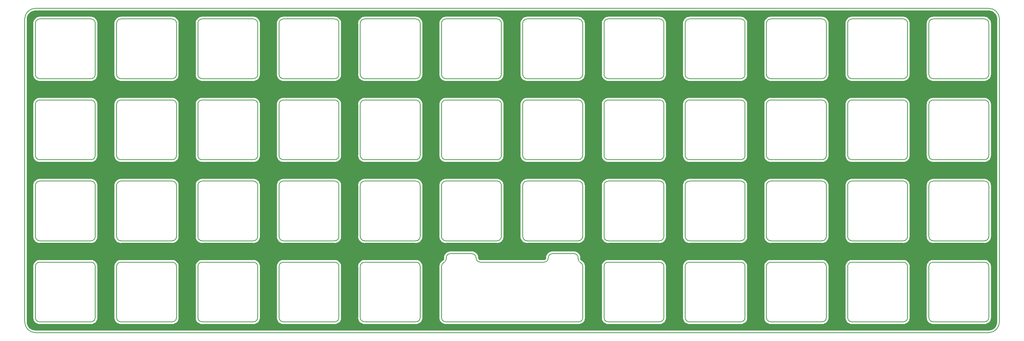
<source format=gbr>
%TF.GenerationSoftware,KiCad,Pcbnew,6.0.4-6f826c9f35~116~ubuntu22.04.1*%
%TF.CreationDate,2022-03-31T18:52:35+02:00*%
%TF.ProjectId,plaid_plate_mit_grid,706c6169-645f-4706-9c61-74655f6d6974,rev?*%
%TF.SameCoordinates,PX208b4c8PY36216c0*%
%TF.FileFunction,Copper,L1,Top*%
%TF.FilePolarity,Positive*%
%FSLAX46Y46*%
G04 Gerber Fmt 4.6, Leading zero omitted, Abs format (unit mm)*
G04 Created by KiCad (PCBNEW 6.0.4-6f826c9f35~116~ubuntu22.04.1) date 2022-03-31 18:52:35*
%MOMM*%
%LPD*%
G01*
G04 APERTURE LIST*
%TA.AperFunction,Profile*%
%ADD10C,0.200000*%
%TD*%
%TA.AperFunction,Profile*%
%ADD11C,0.150000*%
%TD*%
G04 APERTURE END LIST*
D10*
X211499600Y-72491000D02*
G75*
G03*
X212499600Y-73491000I999999J-1D01*
G01*
X225499586Y-60491000D02*
G75*
G03*
X224499600Y-59491000I-999993J7D01*
G01*
X224499600Y-73491000D02*
G75*
G03*
X225499600Y-72491000I-7J1000007D01*
G01*
X212499600Y-59491000D02*
X224499600Y-59491000D01*
X211499600Y-72491000D02*
X211499600Y-60491000D01*
X212499600Y-59491000D02*
G75*
G03*
X211499600Y-60491000I-1J-999999D01*
G01*
X224499600Y-73491000D02*
X212499600Y-73491000D01*
X225499600Y-60491000D02*
X225499600Y-72491000D01*
X192499600Y-72491000D02*
G75*
G03*
X193499600Y-73491000I999999J-1D01*
G01*
X193499600Y-59491000D02*
G75*
G03*
X192499600Y-60491000I-1J-999999D01*
G01*
X206499586Y-60491000D02*
G75*
G03*
X205499600Y-59491000I-999993J7D01*
G01*
X205499600Y-73491000D02*
G75*
G03*
X206499600Y-72491000I-7J1000007D01*
G01*
X193499600Y-59491000D02*
X205499600Y-59491000D01*
X192499600Y-72491000D02*
X192499600Y-60491000D01*
X205499600Y-73491000D02*
X193499600Y-73491000D01*
X206499600Y-60491000D02*
X206499600Y-72491000D01*
X173499600Y-72491000D02*
G75*
G03*
X174499600Y-73491000I999999J-1D01*
G01*
X187499586Y-60491000D02*
G75*
G03*
X186499600Y-59491000I-999993J7D01*
G01*
X186499600Y-73491000D02*
G75*
G03*
X187499600Y-72491000I-7J1000007D01*
G01*
X174499600Y-59491000D02*
X186499600Y-59491000D01*
X173499600Y-72491000D02*
X173499600Y-60491000D01*
X187499600Y-60491000D02*
X187499600Y-72491000D01*
X186499600Y-73491000D02*
X174499600Y-73491000D01*
X174499600Y-59491000D02*
G75*
G03*
X173499600Y-60491000I-1J-999999D01*
G01*
X154499600Y-72491000D02*
G75*
G03*
X155499600Y-73491000I999999J-1D01*
G01*
X168499586Y-60491000D02*
G75*
G03*
X167499600Y-59491000I-999993J7D01*
G01*
X167499600Y-73491000D02*
G75*
G03*
X168499600Y-72491000I-7J1000007D01*
G01*
X155499600Y-59491000D02*
X167499600Y-59491000D01*
X154499600Y-72491000D02*
X154499600Y-60491000D01*
X167499600Y-73491000D02*
X155499600Y-73491000D01*
X168499600Y-60491000D02*
X168499600Y-72491000D01*
X155499600Y-59491000D02*
G75*
G03*
X154499600Y-60491000I-1J-999999D01*
G01*
X135499600Y-72491000D02*
G75*
G03*
X136499600Y-73491000I999999J-1D01*
G01*
X149499586Y-60491000D02*
G75*
G03*
X148499600Y-59491000I-999993J7D01*
G01*
X149499600Y-60491000D02*
X149499600Y-72491000D01*
X148499600Y-73491000D02*
G75*
G03*
X149499600Y-72491000I-7J1000007D01*
G01*
X136499600Y-59491000D02*
X148499600Y-59491000D01*
X135499600Y-72491000D02*
X135499600Y-60491000D01*
X136499600Y-59491000D02*
G75*
G03*
X135499600Y-60491000I-1J-999999D01*
G01*
X148499600Y-73491000D02*
X136499600Y-73491000D01*
X211499600Y-53491000D02*
G75*
G03*
X212499600Y-54491000I999999J-1D01*
G01*
X225499586Y-41491000D02*
G75*
G03*
X224499600Y-40491000I-999993J7D01*
G01*
X224499600Y-54491000D02*
G75*
G03*
X225499600Y-53491000I-7J1000007D01*
G01*
X224499600Y-54491000D02*
X212499600Y-54491000D01*
X212499600Y-40491000D02*
X224499600Y-40491000D01*
X211499600Y-53491000D02*
X211499600Y-41491000D01*
X225499600Y-41491000D02*
X225499600Y-53491000D01*
X212499600Y-40491000D02*
G75*
G03*
X211499600Y-41491000I-1J-999999D01*
G01*
X192499600Y-53491000D02*
G75*
G03*
X193499600Y-54491000I999999J-1D01*
G01*
X206499586Y-41491000D02*
G75*
G03*
X205499600Y-40491000I-999993J7D01*
G01*
X205499600Y-54491000D02*
X193499600Y-54491000D01*
X205499600Y-54491000D02*
G75*
G03*
X206499600Y-53491000I-7J1000007D01*
G01*
X193499600Y-40491000D02*
X205499600Y-40491000D01*
X193499600Y-40491000D02*
G75*
G03*
X192499600Y-41491000I-1J-999999D01*
G01*
X192499600Y-53491000D02*
X192499600Y-41491000D01*
X206499600Y-41491000D02*
X206499600Y-53491000D01*
X173499600Y-53491000D02*
G75*
G03*
X174499600Y-54491000I999999J-1D01*
G01*
X186499600Y-54491000D02*
G75*
G03*
X187499600Y-53491000I-7J1000007D01*
G01*
X174499600Y-40491000D02*
G75*
G03*
X173499600Y-41491000I-1J-999999D01*
G01*
X187499586Y-41491000D02*
G75*
G03*
X186499600Y-40491000I-999993J7D01*
G01*
X174499600Y-40491000D02*
X186499600Y-40491000D01*
X173499600Y-53491000D02*
X173499600Y-41491000D01*
X186499600Y-54491000D02*
X174499600Y-54491000D01*
X187499600Y-41491000D02*
X187499600Y-53491000D01*
X154499600Y-53491000D02*
G75*
G03*
X155499600Y-54491000I999999J-1D01*
G01*
X168499586Y-41491000D02*
G75*
G03*
X167499600Y-40491000I-999993J7D01*
G01*
X167499600Y-54491000D02*
G75*
G03*
X168499600Y-53491000I-7J1000007D01*
G01*
X155499600Y-40491000D02*
X167499600Y-40491000D01*
X154499600Y-53491000D02*
X154499600Y-41491000D01*
X155499600Y-40491000D02*
G75*
G03*
X154499600Y-41491000I-1J-999999D01*
G01*
X167499600Y-54491000D02*
X155499600Y-54491000D01*
X168499600Y-41491000D02*
X168499600Y-53491000D01*
X78499600Y-72491000D02*
G75*
G03*
X79499600Y-73491000I999999J-1D01*
G01*
X92499586Y-60491000D02*
G75*
G03*
X91499600Y-59491000I-999993J7D01*
G01*
X91499600Y-73491000D02*
G75*
G03*
X92499600Y-72491000I-7J1000007D01*
G01*
X78499600Y-72491000D02*
X78499600Y-60491000D01*
X79499600Y-59491000D02*
X91499600Y-59491000D01*
X91499600Y-73491000D02*
X79499600Y-73491000D01*
X92499600Y-60491000D02*
X92499600Y-72491000D01*
X79499600Y-59491000D02*
G75*
G03*
X78499600Y-60491000I-1J-999999D01*
G01*
X59499600Y-72491000D02*
G75*
G03*
X60499600Y-73491000I999999J-1D01*
G01*
X73499586Y-60491000D02*
G75*
G03*
X72499600Y-59491000I-999993J7D01*
G01*
X72499600Y-73491000D02*
G75*
G03*
X73499600Y-72491000I-7J1000007D01*
G01*
X59499600Y-72491000D02*
X59499600Y-60491000D01*
X60499600Y-59491000D02*
G75*
G03*
X59499600Y-60491000I-1J-999999D01*
G01*
X60499600Y-59491000D02*
X72499600Y-59491000D01*
X72499600Y-73491000D02*
X60499600Y-73491000D01*
X73499600Y-60491000D02*
X73499600Y-72491000D01*
X40499600Y-72491000D02*
G75*
G03*
X41499600Y-73491000I999999J-1D01*
G01*
X53499600Y-73491000D02*
G75*
G03*
X54499600Y-72491000I-7J1000007D01*
G01*
X53499600Y-73491000D02*
X41499600Y-73491000D01*
X54499586Y-60491000D02*
G75*
G03*
X53499600Y-59491000I-999993J7D01*
G01*
X41499600Y-59491000D02*
X53499600Y-59491000D01*
X40499600Y-72491000D02*
X40499600Y-60491000D01*
X54499600Y-60491000D02*
X54499600Y-72491000D01*
X41499600Y-59491000D02*
G75*
G03*
X40499600Y-60491000I-1J-999999D01*
G01*
X21499600Y-72491000D02*
G75*
G03*
X22499600Y-73491000I999999J-1D01*
G01*
X35499586Y-60491000D02*
G75*
G03*
X34499600Y-59491000I-999993J7D01*
G01*
X34499600Y-73491000D02*
G75*
G03*
X35499600Y-72491000I-7J1000007D01*
G01*
X22499600Y-59491000D02*
X34499600Y-59491000D01*
X21499600Y-72491000D02*
X21499600Y-60491000D01*
X34499600Y-73491000D02*
X22499600Y-73491000D01*
X35499600Y-60491000D02*
X35499600Y-72491000D01*
X22499600Y-59491000D02*
G75*
G03*
X21499600Y-60491000I-1J-999999D01*
G01*
X2499600Y-72491000D02*
G75*
G03*
X3499600Y-73491000I999999J-1D01*
G01*
X16499586Y-60491000D02*
G75*
G03*
X15499600Y-59491000I-999993J7D01*
G01*
X15499600Y-73491000D02*
G75*
G03*
X16499600Y-72491000I-7J1000007D01*
G01*
X3499600Y-59491000D02*
X15499600Y-59491000D01*
X2499600Y-72491000D02*
X2499600Y-60491000D01*
X15499600Y-73491000D02*
X3499600Y-73491000D01*
X16499600Y-60491000D02*
X16499600Y-72491000D01*
X3499600Y-59491000D02*
G75*
G03*
X2499600Y-60491000I-1J-999999D01*
G01*
X78499600Y-53491000D02*
G75*
G03*
X79499600Y-54491000I999999J-1D01*
G01*
X92499586Y-41491000D02*
G75*
G03*
X91499600Y-40491000I-999993J7D01*
G01*
X91499600Y-54491000D02*
G75*
G03*
X92499600Y-53491000I-7J1000007D01*
G01*
X79499600Y-40491000D02*
X91499600Y-40491000D01*
X78499600Y-53491000D02*
X78499600Y-41491000D01*
X91499600Y-54491000D02*
X79499600Y-54491000D01*
X92499600Y-41491000D02*
X92499600Y-53491000D01*
X79499600Y-40491000D02*
G75*
G03*
X78499600Y-41491000I-1J-999999D01*
G01*
X59499600Y-53491000D02*
G75*
G03*
X60499600Y-54491000I999999J-1D01*
G01*
X72499600Y-54491000D02*
G75*
G03*
X73499600Y-53491000I-7J1000007D01*
G01*
X73499586Y-41491000D02*
G75*
G03*
X72499600Y-40491000I-999993J7D01*
G01*
X60499600Y-40491000D02*
X72499600Y-40491000D01*
X59499600Y-53491000D02*
X59499600Y-41491000D01*
X72499600Y-54491000D02*
X60499600Y-54491000D01*
X73499600Y-41491000D02*
X73499600Y-53491000D01*
X60499600Y-40491000D02*
G75*
G03*
X59499600Y-41491000I-1J-999999D01*
G01*
X40499600Y-53491000D02*
G75*
G03*
X41499600Y-54491000I999999J-1D01*
G01*
X53499600Y-54491000D02*
G75*
G03*
X54499600Y-53491000I-7J1000007D01*
G01*
X54499586Y-41491000D02*
G75*
G03*
X53499600Y-40491000I-999993J7D01*
G01*
X41499600Y-40491000D02*
X53499600Y-40491000D01*
X40499600Y-53491000D02*
X40499600Y-41491000D01*
X53499600Y-54491000D02*
X41499600Y-54491000D01*
X54499600Y-41491000D02*
X54499600Y-53491000D01*
X41499600Y-40491000D02*
G75*
G03*
X40499600Y-41491000I-1J-999999D01*
G01*
X21499600Y-53491000D02*
G75*
G03*
X22499600Y-54491000I999999J-1D01*
G01*
X35499586Y-41491000D02*
G75*
G03*
X34499600Y-40491000I-999993J7D01*
G01*
X22499600Y-40491000D02*
G75*
G03*
X21499600Y-41491000I-1J-999999D01*
G01*
X34499600Y-54491000D02*
G75*
G03*
X35499600Y-53491000I-7J1000007D01*
G01*
X22499600Y-40491000D02*
X34499600Y-40491000D01*
X21499600Y-53491000D02*
X21499600Y-41491000D01*
X34499600Y-54491000D02*
X22499600Y-54491000D01*
X35499600Y-41491000D02*
X35499600Y-53491000D01*
X136499600Y-40491000D02*
G75*
G03*
X135499600Y-41491000I-1J-999999D01*
G01*
X149499600Y-41491000D02*
X149499600Y-53491000D01*
X148499600Y-54491000D02*
X136499600Y-54491000D01*
X135499600Y-53491000D02*
X135499600Y-41491000D01*
X136499600Y-40491000D02*
X148499600Y-40491000D01*
X148499600Y-54491000D02*
G75*
G03*
X149499600Y-53491000I-7J1000007D01*
G01*
X149499586Y-41491000D02*
G75*
G03*
X148499600Y-40491000I-999993J7D01*
G01*
X135499600Y-53491000D02*
G75*
G03*
X136499600Y-54491000I999999J-1D01*
G01*
X117499600Y-40491000D02*
G75*
G03*
X116499600Y-41491000I-1J-999999D01*
G01*
X130499600Y-41491000D02*
X130499600Y-53491000D01*
X129499600Y-54491000D02*
X117499600Y-54491000D01*
X116499600Y-53491000D02*
X116499600Y-41491000D01*
X117499600Y-40491000D02*
X129499600Y-40491000D01*
X129499600Y-54491000D02*
G75*
G03*
X130499600Y-53491000I-7J1000007D01*
G01*
X130499586Y-41491000D02*
G75*
G03*
X129499600Y-40491000I-999993J7D01*
G01*
X116499600Y-53491000D02*
G75*
G03*
X117499600Y-54491000I999999J-1D01*
G01*
X98499600Y-40491000D02*
G75*
G03*
X97499600Y-41491000I-1J-999999D01*
G01*
X111499600Y-41491000D02*
X111499600Y-53491000D01*
X110499600Y-54491000D02*
X98499600Y-54491000D01*
X97499600Y-53491000D02*
X97499600Y-41491000D01*
X98499600Y-40491000D02*
X110499600Y-40491000D01*
X110499600Y-54491000D02*
G75*
G03*
X111499600Y-53491000I-7J1000007D01*
G01*
X111499586Y-41491000D02*
G75*
G03*
X110499600Y-40491000I-999993J7D01*
G01*
X97499600Y-53491000D02*
G75*
G03*
X98499600Y-54491000I999999J-1D01*
G01*
X3499600Y-40491000D02*
G75*
G03*
X2499600Y-41491000I-1J-999999D01*
G01*
X16499600Y-41491000D02*
X16499600Y-53491000D01*
X15499600Y-54491000D02*
X3499600Y-54491000D01*
X2499600Y-53491000D02*
X2499600Y-41491000D01*
X3499600Y-40491000D02*
X15499600Y-40491000D01*
X15499600Y-54491000D02*
G75*
G03*
X16499600Y-53491000I-7J1000007D01*
G01*
X16499586Y-41491000D02*
G75*
G03*
X15499600Y-40491000I-999993J7D01*
G01*
X2499600Y-53491000D02*
G75*
G03*
X3499600Y-54491000I999999J-1D01*
G01*
X212499600Y-21491000D02*
G75*
G03*
X211499600Y-22491000I-1J-999999D01*
G01*
X211499600Y-34491000D02*
G75*
G03*
X212499600Y-35491000I999999J-1D01*
G01*
X225499600Y-22491000D02*
X225499600Y-34491000D01*
X224499600Y-35491000D02*
X212499600Y-35491000D01*
X211499600Y-34491000D02*
X211499600Y-22491000D01*
X212499600Y-21491000D02*
X224499600Y-21491000D01*
X224499600Y-35491000D02*
G75*
G03*
X225499600Y-34491000I-7J1000007D01*
G01*
X225499586Y-22491000D02*
G75*
G03*
X224499600Y-21491000I-999993J7D01*
G01*
X193499600Y-21491000D02*
G75*
G03*
X192499600Y-22491000I-1J-999999D01*
G01*
X206499600Y-22491000D02*
X206499600Y-34491000D01*
X205499600Y-35491000D02*
X193499600Y-35491000D01*
X192499600Y-34491000D02*
X192499600Y-22491000D01*
X193499600Y-21491000D02*
X205499600Y-21491000D01*
X205499600Y-35491000D02*
G75*
G03*
X206499600Y-34491000I-7J1000007D01*
G01*
X206499586Y-22491000D02*
G75*
G03*
X205499600Y-21491000I-999993J7D01*
G01*
X192499600Y-34491000D02*
G75*
G03*
X193499600Y-35491000I999999J-1D01*
G01*
X174499600Y-21491000D02*
G75*
G03*
X173499600Y-22491000I-1J-999999D01*
G01*
X187499600Y-22491000D02*
X187499600Y-34491000D01*
X186499600Y-35491000D02*
X174499600Y-35491000D01*
X173499600Y-34491000D02*
X173499600Y-22491000D01*
X174499600Y-21491000D02*
X186499600Y-21491000D01*
X186499600Y-35491000D02*
G75*
G03*
X187499600Y-34491000I-7J1000007D01*
G01*
X187499586Y-22491000D02*
G75*
G03*
X186499600Y-21491000I-999993J7D01*
G01*
X173499600Y-34491000D02*
G75*
G03*
X174499600Y-35491000I999999J-1D01*
G01*
X155499600Y-21491000D02*
G75*
G03*
X154499600Y-22491000I-1J-999999D01*
G01*
X168499600Y-22491000D02*
X168499600Y-34491000D01*
X167499600Y-35491000D02*
X155499600Y-35491000D01*
X154499600Y-34491000D02*
X154499600Y-22491000D01*
X155499600Y-21491000D02*
X167499600Y-21491000D01*
X167499600Y-35491000D02*
G75*
G03*
X168499600Y-34491000I-7J1000007D01*
G01*
X168499586Y-22491000D02*
G75*
G03*
X167499600Y-21491000I-999993J7D01*
G01*
X154499600Y-34491000D02*
G75*
G03*
X155499600Y-35491000I999999J-1D01*
G01*
X136499600Y-21491000D02*
G75*
G03*
X135499600Y-22491000I-1J-999999D01*
G01*
X149499600Y-22491000D02*
X149499600Y-34491000D01*
X148499600Y-35491000D02*
X136499600Y-35491000D01*
X135499600Y-34491000D02*
X135499600Y-22491000D01*
X136499600Y-21491000D02*
X148499600Y-21491000D01*
X148499600Y-35491000D02*
G75*
G03*
X149499600Y-34491000I-7J1000007D01*
G01*
X149499586Y-22491000D02*
G75*
G03*
X148499600Y-21491000I-999993J7D01*
G01*
X135499600Y-34491000D02*
G75*
G03*
X136499600Y-35491000I999999J-1D01*
G01*
X117499600Y-21491000D02*
G75*
G03*
X116499600Y-22491000I-1J-999999D01*
G01*
X130499600Y-22491000D02*
X130499600Y-34491000D01*
X129499600Y-35491000D02*
X117499600Y-35491000D01*
X116499600Y-34491000D02*
X116499600Y-22491000D01*
X117499600Y-21491000D02*
X129499600Y-21491000D01*
X129499600Y-35491000D02*
G75*
G03*
X130499600Y-34491000I-7J1000007D01*
G01*
X130499586Y-22491000D02*
G75*
G03*
X129499600Y-21491000I-999993J7D01*
G01*
X116499600Y-34491000D02*
G75*
G03*
X117499600Y-35491000I999999J-1D01*
G01*
X98499600Y-21491000D02*
G75*
G03*
X97499600Y-22491000I-1J-999999D01*
G01*
X111499600Y-22491000D02*
X111499600Y-34491000D01*
X110499600Y-35491000D02*
X98499600Y-35491000D01*
X97499600Y-34491000D02*
X97499600Y-22491000D01*
X98499600Y-21491000D02*
X110499600Y-21491000D01*
X110499600Y-35491000D02*
G75*
G03*
X111499600Y-34491000I-7J1000007D01*
G01*
X111499586Y-22491000D02*
G75*
G03*
X110499600Y-21491000I-999993J7D01*
G01*
X97499600Y-34491000D02*
G75*
G03*
X98499600Y-35491000I999999J-1D01*
G01*
X79499600Y-21491000D02*
G75*
G03*
X78499600Y-22491000I-1J-999999D01*
G01*
X91499600Y-35491000D02*
G75*
G03*
X92499600Y-34491000I-7J1000007D01*
G01*
X92499600Y-22491000D02*
X92499600Y-34491000D01*
X92499586Y-22491000D02*
G75*
G03*
X91499600Y-21491000I-999993J7D01*
G01*
X91499600Y-35491000D02*
X79499600Y-35491000D01*
X78499600Y-34491000D02*
G75*
G03*
X79499600Y-35491000I999999J-1D01*
G01*
X78499600Y-34491000D02*
X78499600Y-22491000D01*
X79499600Y-21491000D02*
X91499600Y-21491000D01*
X60499600Y-21491000D02*
G75*
G03*
X59499600Y-22491000I-1J-999999D01*
G01*
X73499600Y-22491000D02*
X73499600Y-34491000D01*
X72499600Y-35491000D02*
X60499600Y-35491000D01*
X59499600Y-34491000D02*
X59499600Y-22491000D01*
X60499600Y-21491000D02*
X72499600Y-21491000D01*
X72499600Y-35491000D02*
G75*
G03*
X73499600Y-34491000I-7J1000007D01*
G01*
X73499586Y-22491000D02*
G75*
G03*
X72499600Y-21491000I-999993J7D01*
G01*
X59499600Y-34491000D02*
G75*
G03*
X60499600Y-35491000I999999J-1D01*
G01*
X41499600Y-21491000D02*
G75*
G03*
X40499600Y-22491000I-1J-999999D01*
G01*
X54499600Y-22491000D02*
X54499600Y-34491000D01*
X53499600Y-35491000D02*
X41499600Y-35491000D01*
X40499600Y-34491000D02*
X40499600Y-22491000D01*
X41499600Y-21491000D02*
X53499600Y-21491000D01*
X53499600Y-35491000D02*
G75*
G03*
X54499600Y-34491000I-7J1000007D01*
G01*
X54499586Y-22491000D02*
G75*
G03*
X53499600Y-21491000I-999993J7D01*
G01*
X40499600Y-34491000D02*
G75*
G03*
X41499600Y-35491000I999999J-1D01*
G01*
X22499600Y-21491000D02*
G75*
G03*
X21499600Y-22491000I-1J-999999D01*
G01*
X35499600Y-22491000D02*
X35499600Y-34491000D01*
X34499600Y-35491000D02*
X22499600Y-35491000D01*
X21499600Y-34491000D02*
X21499600Y-22491000D01*
X22499600Y-21491000D02*
X34499600Y-21491000D01*
X34499600Y-35491000D02*
G75*
G03*
X35499600Y-34491000I-7J1000007D01*
G01*
X35499586Y-22491000D02*
G75*
G03*
X34499600Y-21491000I-999993J7D01*
G01*
X21499600Y-34491000D02*
G75*
G03*
X22499600Y-35491000I999999J-1D01*
G01*
X3499600Y-21491000D02*
G75*
G03*
X2499600Y-22491000I-1J-999999D01*
G01*
X16499600Y-22491000D02*
X16499600Y-34491000D01*
X15499600Y-35491000D02*
X3499600Y-35491000D01*
X2499600Y-34491000D02*
X2499600Y-22491000D01*
X3499600Y-21491000D02*
X15499600Y-21491000D01*
X15499600Y-35491000D02*
G75*
G03*
X16499600Y-34491000I-7J1000007D01*
G01*
X16499586Y-22491000D02*
G75*
G03*
X15499600Y-21491000I-999993J7D01*
G01*
X2499600Y-34491000D02*
G75*
G03*
X3499600Y-35491000I999999J-1D01*
G01*
X212499600Y-2491000D02*
G75*
G03*
X211499600Y-3491000I-1J-999999D01*
G01*
X225499600Y-3491000D02*
X225499600Y-15491000D01*
X224499600Y-16491000D02*
X212499600Y-16491000D01*
X211499600Y-15491000D02*
X211499600Y-3491000D01*
X212499600Y-2491000D02*
X224499600Y-2491000D01*
X224499600Y-16491000D02*
G75*
G03*
X225499600Y-15491000I-7J1000007D01*
G01*
X225499586Y-3491000D02*
G75*
G03*
X224499600Y-2491000I-999993J7D01*
G01*
X211499600Y-15491000D02*
G75*
G03*
X212499600Y-16491000I999999J-1D01*
G01*
X193499600Y-2491000D02*
G75*
G03*
X192499600Y-3491000I-1J-999999D01*
G01*
X206499600Y-3491000D02*
X206499600Y-15491000D01*
X205499600Y-16491000D02*
X193499600Y-16491000D01*
X192499600Y-15491000D02*
X192499600Y-3491000D01*
X193499600Y-2491000D02*
X205499600Y-2491000D01*
X205499600Y-16491000D02*
G75*
G03*
X206499600Y-15491000I-7J1000007D01*
G01*
X206499586Y-3491000D02*
G75*
G03*
X205499600Y-2491000I-999993J7D01*
G01*
X192499600Y-15491000D02*
G75*
G03*
X193499600Y-16491000I999999J-1D01*
G01*
X174499600Y-2491000D02*
G75*
G03*
X173499600Y-3491000I-1J-999999D01*
G01*
X187499600Y-3491000D02*
X187499600Y-15491000D01*
X186499600Y-16491000D02*
X174499600Y-16491000D01*
X173499600Y-15491000D02*
X173499600Y-3491000D01*
X174499600Y-2491000D02*
X186499600Y-2491000D01*
X186499600Y-16491000D02*
G75*
G03*
X187499600Y-15491000I-7J1000007D01*
G01*
X187499586Y-3491000D02*
G75*
G03*
X186499600Y-2491000I-999993J7D01*
G01*
X173499600Y-15491000D02*
G75*
G03*
X174499600Y-16491000I999999J-1D01*
G01*
X155499600Y-2491000D02*
G75*
G03*
X154499600Y-3491000I-1J-999999D01*
G01*
X168499600Y-3491000D02*
X168499600Y-15491000D01*
X167499600Y-16491000D02*
X155499600Y-16491000D01*
X154499600Y-15491000D02*
X154499600Y-3491000D01*
X155499600Y-2491000D02*
X167499600Y-2491000D01*
X167499600Y-16491000D02*
G75*
G03*
X168499600Y-15491000I-7J1000007D01*
G01*
X168499586Y-3491000D02*
G75*
G03*
X167499600Y-2491000I-999993J7D01*
G01*
X154499600Y-15491000D02*
G75*
G03*
X155499600Y-16491000I999999J-1D01*
G01*
X136499600Y-2491000D02*
G75*
G03*
X135499600Y-3491000I-1J-999999D01*
G01*
X149499600Y-3491000D02*
X149499600Y-15491000D01*
X148499600Y-16491000D02*
X136499600Y-16491000D01*
X135499600Y-15491000D02*
X135499600Y-3491000D01*
X135499600Y-15491000D02*
G75*
G03*
X136499600Y-16491000I999999J-1D01*
G01*
X136499600Y-2491000D02*
X148499600Y-2491000D01*
X148499600Y-16491000D02*
G75*
G03*
X149499600Y-15491000I-7J1000007D01*
G01*
X149499586Y-3491000D02*
G75*
G03*
X148499600Y-2491000I-999993J7D01*
G01*
X117499600Y-2491000D02*
G75*
G03*
X116499600Y-3491000I-1J-999999D01*
G01*
X130499600Y-3491000D02*
X130499600Y-15491000D01*
X129499600Y-16491000D02*
X117499600Y-16491000D01*
X116499600Y-15491000D02*
X116499600Y-3491000D01*
X117499600Y-2491000D02*
X129499600Y-2491000D01*
X129499600Y-16491000D02*
G75*
G03*
X130499600Y-15491000I-7J1000007D01*
G01*
X130499586Y-3491000D02*
G75*
G03*
X129499600Y-2491000I-999993J7D01*
G01*
X116499600Y-15491000D02*
G75*
G03*
X117499600Y-16491000I999999J-1D01*
G01*
X98499600Y-2491000D02*
G75*
G03*
X97499600Y-3491000I-1J-999999D01*
G01*
X111499600Y-3491000D02*
X111499600Y-15491000D01*
X110499600Y-16491000D02*
X98499600Y-16491000D01*
X97499600Y-15491000D02*
X97499600Y-3491000D01*
X98499600Y-2491000D02*
X110499600Y-2491000D01*
X110499600Y-16491000D02*
G75*
G03*
X111499600Y-15491000I-7J1000007D01*
G01*
X111499586Y-3491000D02*
G75*
G03*
X110499600Y-2491000I-999993J7D01*
G01*
X97499600Y-15491000D02*
G75*
G03*
X98499600Y-16491000I999999J-1D01*
G01*
X79499600Y-2491000D02*
G75*
G03*
X78499600Y-3491000I-1J-999999D01*
G01*
X92499600Y-3491000D02*
X92499600Y-15491000D01*
X91499600Y-16491000D02*
X79499600Y-16491000D01*
X78499600Y-15491000D02*
X78499600Y-3491000D01*
X79499600Y-2491000D02*
X91499600Y-2491000D01*
X91499600Y-16491000D02*
G75*
G03*
X92499600Y-15491000I-7J1000007D01*
G01*
X92499586Y-3491000D02*
G75*
G03*
X91499600Y-2491000I-999993J7D01*
G01*
X78499600Y-15491000D02*
G75*
G03*
X79499600Y-16491000I999999J-1D01*
G01*
X60499600Y-2491000D02*
G75*
G03*
X59499600Y-3491000I-1J-999999D01*
G01*
X73499600Y-3491000D02*
X73499600Y-15491000D01*
X72499600Y-16491000D02*
X60499600Y-16491000D01*
X59499600Y-15491000D02*
X59499600Y-3491000D01*
X60499600Y-2491000D02*
X72499600Y-2491000D01*
X72499600Y-16491000D02*
G75*
G03*
X73499600Y-15491000I-7J1000007D01*
G01*
X73499586Y-3491000D02*
G75*
G03*
X72499600Y-2491000I-999993J7D01*
G01*
X59499600Y-15491000D02*
G75*
G03*
X60499600Y-16491000I999999J-1D01*
G01*
X41499600Y-2491000D02*
G75*
G03*
X40499600Y-3491000I-1J-999999D01*
G01*
X54499600Y-3491000D02*
X54499600Y-15491000D01*
X53499600Y-16491000D02*
X41499600Y-16491000D01*
X40499600Y-15491000D02*
X40499600Y-3491000D01*
X40499600Y-15491000D02*
G75*
G03*
X41499600Y-16491000I999999J-1D01*
G01*
X41499600Y-2491000D02*
X53499600Y-2491000D01*
X53499600Y-16491000D02*
G75*
G03*
X54499600Y-15491000I-7J1000007D01*
G01*
X54499586Y-3491000D02*
G75*
G03*
X53499600Y-2491000I-999993J7D01*
G01*
X22499600Y-2491000D02*
G75*
G03*
X21499600Y-3491000I-1J-999999D01*
G01*
X35499600Y-3491000D02*
X35499600Y-15491000D01*
X34499600Y-16491000D02*
X22499600Y-16491000D01*
X21499600Y-15491000D02*
X21499600Y-3491000D01*
X22499600Y-2491000D02*
X34499600Y-2491000D01*
X35499586Y-3491000D02*
G75*
G03*
X34499600Y-2491000I-999993J7D01*
G01*
X34499600Y-16491000D02*
G75*
G03*
X35499600Y-15491000I-7J1000007D01*
G01*
X21499600Y-15491000D02*
G75*
G03*
X22499600Y-16491000I999999J-1D01*
G01*
X2499600Y-15491000D02*
G75*
G03*
X3499600Y-16491000I999999J-1D01*
G01*
X3499600Y-2491000D02*
G75*
G03*
X2499600Y-3491000I-1J-999999D01*
G01*
X16499600Y-3491000D02*
X16499600Y-15491000D01*
X3499600Y-2491000D02*
X15499600Y-2491000D01*
X16499586Y-3491000D02*
G75*
G03*
X15499600Y-2491000I-999993J7D01*
G01*
X15499600Y-16491000D02*
G75*
G03*
X16499600Y-15491000I-7J1000007D01*
G01*
X15499600Y-16491000D02*
X3499600Y-16491000D01*
X2499600Y-15491000D02*
X2499600Y-3491000D01*
X129462661Y-58499960D02*
X129462661Y-58720514D01*
X121462660Y-59499960D02*
G75*
G03*
X122462660Y-58499960I1J999999D01*
G01*
X130549660Y-60499960D02*
G75*
G03*
X130006160Y-59610237I-1000003J-2D01*
G01*
X123462660Y-57499960D02*
G75*
G03*
X122462660Y-58499960I-1J-999999D01*
G01*
X97499660Y-72499960D02*
G75*
G03*
X98499660Y-73499960I1000000J0D01*
G01*
X105586660Y-58499960D02*
G75*
G03*
X106586660Y-59499960I999999J-1D01*
G01*
X97499660Y-72499960D02*
X97499660Y-60499960D01*
X129462661Y-58499960D02*
G75*
G03*
X128462661Y-57499960I-1000003J-3D01*
G01*
X129549660Y-73499960D02*
X98499660Y-73499960D01*
X106586660Y-59499960D02*
X121462660Y-59499960D01*
X105586660Y-58499960D02*
G75*
G03*
X104586660Y-57499960I-999999J1D01*
G01*
X129549660Y-73499960D02*
G75*
G03*
X130549660Y-72499960I1J999999D01*
G01*
X130549660Y-60499960D02*
X130549660Y-72499960D01*
X129462660Y-58720514D02*
G75*
G03*
X130006160Y-59610237I1000100J61D01*
G01*
X99586659Y-57499960D02*
G75*
G03*
X98586659Y-58499960I-1J-999999D01*
G01*
X123462660Y-57499960D02*
X128462660Y-57499960D01*
X99586660Y-57499960D02*
X104586660Y-57499960D01*
X98043160Y-59610237D02*
G75*
G03*
X97499660Y-60499960I456500J-889723D01*
G01*
X98586659Y-58720514D02*
X98586659Y-58499960D01*
X98043160Y-59610238D02*
G75*
G03*
X98586660Y-58720514I-456360J889638D01*
G01*
D11*
X228000000Y-2500000D02*
G75*
G03*
X225500000Y0I-2500000J0D01*
G01*
X2500000Y0D02*
G75*
G03*
X0Y-2500000I0J-2500000D01*
G01*
X0Y-73500000D02*
G75*
G03*
X2500000Y-76000000I2500000J0D01*
G01*
X225500000Y-76000000D02*
G75*
G03*
X228000000Y-73500000I0J2500000D01*
G01*
X0Y-73500000D02*
X0Y-2500000D01*
X225500000Y-76000000D02*
X2500000Y-76000000D01*
X228000000Y-2500000D02*
X228000000Y-73500000D01*
X225500000Y0D02*
X2500000Y0D01*
%TA.AperFunction,NonConductor*%
G36*
X225470643Y-502000D02*
G01*
X225484950Y-504228D01*
X225484953Y-504228D01*
X225493823Y-505609D01*
X225502725Y-504445D01*
X225502728Y-504445D01*
X225509660Y-503538D01*
X225534239Y-502744D01*
X225752745Y-517066D01*
X225769085Y-519217D01*
X226009409Y-567020D01*
X226025330Y-571286D01*
X226257357Y-650049D01*
X226272583Y-656356D01*
X226492342Y-764729D01*
X226506616Y-772970D01*
X226710353Y-909103D01*
X226723428Y-919136D01*
X226907658Y-1080701D01*
X226919299Y-1092342D01*
X227080864Y-1276572D01*
X227090897Y-1289647D01*
X227227030Y-1493384D01*
X227235271Y-1507658D01*
X227343644Y-1727417D01*
X227349951Y-1742643D01*
X227428714Y-1974670D01*
X227432980Y-1990591D01*
X227480783Y-2230915D01*
X227482934Y-2247255D01*
X227496792Y-2458675D01*
X227495829Y-2480302D01*
X227495772Y-2484953D01*
X227494391Y-2493823D01*
X227495555Y-2502725D01*
X227495555Y-2502728D01*
X227498436Y-2524756D01*
X227499500Y-2541093D01*
X227499500Y-73451259D01*
X227498000Y-73470643D01*
X227496312Y-73481488D01*
X227494391Y-73493823D01*
X227495555Y-73502725D01*
X227495555Y-73502728D01*
X227496462Y-73509660D01*
X227497256Y-73534239D01*
X227482934Y-73752745D01*
X227480783Y-73769085D01*
X227432980Y-74009409D01*
X227428714Y-74025330D01*
X227349951Y-74257357D01*
X227343644Y-74272583D01*
X227235271Y-74492342D01*
X227227030Y-74506616D01*
X227090897Y-74710353D01*
X227080864Y-74723428D01*
X226919299Y-74907658D01*
X226907658Y-74919299D01*
X226813003Y-75002309D01*
X226723428Y-75080864D01*
X226710353Y-75090897D01*
X226506616Y-75227030D01*
X226492342Y-75235271D01*
X226272583Y-75343644D01*
X226257357Y-75349951D01*
X226025330Y-75428714D01*
X226009409Y-75432980D01*
X225769085Y-75480783D01*
X225752745Y-75482934D01*
X225606729Y-75492505D01*
X225541324Y-75496792D01*
X225519698Y-75495829D01*
X225515047Y-75495772D01*
X225506177Y-75494391D01*
X225497275Y-75495555D01*
X225497272Y-75495555D01*
X225475244Y-75498436D01*
X225458907Y-75499500D01*
X2548741Y-75499500D01*
X2529357Y-75498000D01*
X2515050Y-75495772D01*
X2515047Y-75495772D01*
X2506177Y-75494391D01*
X2497275Y-75495555D01*
X2497272Y-75495555D01*
X2490340Y-75496462D01*
X2465761Y-75497256D01*
X2247255Y-75482934D01*
X2230915Y-75480783D01*
X1990591Y-75432980D01*
X1974670Y-75428714D01*
X1742643Y-75349951D01*
X1727417Y-75343644D01*
X1507658Y-75235271D01*
X1493384Y-75227030D01*
X1289647Y-75090897D01*
X1276572Y-75080864D01*
X1186997Y-75002309D01*
X1092342Y-74919299D01*
X1080701Y-74907658D01*
X919136Y-74723428D01*
X909103Y-74710353D01*
X772970Y-74506616D01*
X764729Y-74492342D01*
X656356Y-74272583D01*
X650049Y-74257357D01*
X571286Y-74025330D01*
X567020Y-74009409D01*
X519217Y-73769085D01*
X517066Y-73752745D01*
X503444Y-73544921D01*
X504603Y-73522032D01*
X504253Y-73522001D01*
X504687Y-73517161D01*
X505496Y-73512354D01*
X505647Y-73500000D01*
X501773Y-73472949D01*
X500500Y-73455087D01*
X500500Y-72484823D01*
X1993991Y-72484823D01*
X1995155Y-72493726D01*
X1995155Y-72493730D01*
X1995353Y-72495246D01*
X1996095Y-72502588D01*
X2010579Y-72705089D01*
X2056203Y-72914820D01*
X2057770Y-72919022D01*
X2057772Y-72919028D01*
X2086822Y-72996912D01*
X2131211Y-73115923D01*
X2234075Y-73304304D01*
X2362701Y-73476129D01*
X2514471Y-73627899D01*
X2686296Y-73756525D01*
X2874677Y-73859389D01*
X2878889Y-73860960D01*
X3071572Y-73932828D01*
X3071578Y-73932830D01*
X3075780Y-73934397D01*
X3080166Y-73935351D01*
X3080169Y-73935352D01*
X3203638Y-73962211D01*
X3285511Y-73980021D01*
X3460098Y-73992508D01*
X3472010Y-73993933D01*
X3482444Y-73995689D01*
X3482455Y-73995690D01*
X3487246Y-73996496D01*
X3493464Y-73996572D01*
X3494741Y-73996588D01*
X3494746Y-73996588D01*
X3499600Y-73996647D01*
X3526651Y-73992773D01*
X3544513Y-73991500D01*
X15447024Y-73991500D01*
X15467929Y-73993246D01*
X15487246Y-73996496D01*
X15493464Y-73996572D01*
X15494741Y-73996588D01*
X15494746Y-73996588D01*
X15499600Y-73996647D01*
X15513524Y-73994653D01*
X15522377Y-73993704D01*
X15709201Y-73980342D01*
X15713689Y-73980021D01*
X15795562Y-73962211D01*
X15919031Y-73935352D01*
X15919034Y-73935351D01*
X15923420Y-73934397D01*
X15927622Y-73932830D01*
X15927628Y-73932828D01*
X16120311Y-73860960D01*
X16124523Y-73859389D01*
X16312904Y-73756525D01*
X16484729Y-73627899D01*
X16636499Y-73476129D01*
X16765125Y-73304304D01*
X16867989Y-73115923D01*
X16912378Y-72996912D01*
X16941428Y-72919028D01*
X16941430Y-72919022D01*
X16942997Y-72914820D01*
X16988621Y-72705089D01*
X17001108Y-72530502D01*
X17002533Y-72518590D01*
X17004289Y-72508156D01*
X17004290Y-72508145D01*
X17005096Y-72503354D01*
X17005247Y-72491000D01*
X17004362Y-72484823D01*
X20993991Y-72484823D01*
X20995155Y-72493726D01*
X20995155Y-72493730D01*
X20995353Y-72495246D01*
X20996095Y-72502588D01*
X21010579Y-72705089D01*
X21056203Y-72914820D01*
X21057770Y-72919022D01*
X21057772Y-72919028D01*
X21086822Y-72996912D01*
X21131211Y-73115923D01*
X21234075Y-73304304D01*
X21362701Y-73476129D01*
X21514471Y-73627899D01*
X21686296Y-73756525D01*
X21874677Y-73859389D01*
X21878889Y-73860960D01*
X22071572Y-73932828D01*
X22071578Y-73932830D01*
X22075780Y-73934397D01*
X22080166Y-73935351D01*
X22080169Y-73935352D01*
X22203638Y-73962211D01*
X22285511Y-73980021D01*
X22460098Y-73992508D01*
X22472010Y-73993933D01*
X22482444Y-73995689D01*
X22482455Y-73995690D01*
X22487246Y-73996496D01*
X22493464Y-73996572D01*
X22494741Y-73996588D01*
X22494746Y-73996588D01*
X22499600Y-73996647D01*
X22526651Y-73992773D01*
X22544513Y-73991500D01*
X34447024Y-73991500D01*
X34467929Y-73993246D01*
X34487246Y-73996496D01*
X34493464Y-73996572D01*
X34494741Y-73996588D01*
X34494746Y-73996588D01*
X34499600Y-73996647D01*
X34513524Y-73994653D01*
X34522377Y-73993704D01*
X34709201Y-73980342D01*
X34713689Y-73980021D01*
X34795562Y-73962211D01*
X34919031Y-73935352D01*
X34919034Y-73935351D01*
X34923420Y-73934397D01*
X34927622Y-73932830D01*
X34927628Y-73932828D01*
X35120311Y-73860960D01*
X35124523Y-73859389D01*
X35312904Y-73756525D01*
X35484729Y-73627899D01*
X35636499Y-73476129D01*
X35765125Y-73304304D01*
X35867989Y-73115923D01*
X35912378Y-72996912D01*
X35941428Y-72919028D01*
X35941430Y-72919022D01*
X35942997Y-72914820D01*
X35988621Y-72705089D01*
X36001108Y-72530502D01*
X36002533Y-72518590D01*
X36004289Y-72508156D01*
X36004290Y-72508145D01*
X36005096Y-72503354D01*
X36005247Y-72491000D01*
X36004362Y-72484823D01*
X39993991Y-72484823D01*
X39995155Y-72493726D01*
X39995155Y-72493730D01*
X39995353Y-72495246D01*
X39996095Y-72502588D01*
X40010579Y-72705089D01*
X40056203Y-72914820D01*
X40057770Y-72919022D01*
X40057772Y-72919028D01*
X40086822Y-72996912D01*
X40131211Y-73115923D01*
X40234075Y-73304304D01*
X40362701Y-73476129D01*
X40514471Y-73627899D01*
X40686296Y-73756525D01*
X40874677Y-73859389D01*
X40878889Y-73860960D01*
X41071572Y-73932828D01*
X41071578Y-73932830D01*
X41075780Y-73934397D01*
X41080166Y-73935351D01*
X41080169Y-73935352D01*
X41203638Y-73962211D01*
X41285511Y-73980021D01*
X41460098Y-73992508D01*
X41472010Y-73993933D01*
X41482444Y-73995689D01*
X41482455Y-73995690D01*
X41487246Y-73996496D01*
X41493464Y-73996572D01*
X41494741Y-73996588D01*
X41494746Y-73996588D01*
X41499600Y-73996647D01*
X41526651Y-73992773D01*
X41544513Y-73991500D01*
X53447024Y-73991500D01*
X53467929Y-73993246D01*
X53487246Y-73996496D01*
X53493464Y-73996572D01*
X53494741Y-73996588D01*
X53494746Y-73996588D01*
X53499600Y-73996647D01*
X53513524Y-73994653D01*
X53522377Y-73993704D01*
X53709201Y-73980342D01*
X53713689Y-73980021D01*
X53795562Y-73962211D01*
X53919031Y-73935352D01*
X53919034Y-73935351D01*
X53923420Y-73934397D01*
X53927622Y-73932830D01*
X53927628Y-73932828D01*
X54120311Y-73860960D01*
X54124523Y-73859389D01*
X54312904Y-73756525D01*
X54484729Y-73627899D01*
X54636499Y-73476129D01*
X54765125Y-73304304D01*
X54867989Y-73115923D01*
X54912378Y-72996912D01*
X54941428Y-72919028D01*
X54941430Y-72919022D01*
X54942997Y-72914820D01*
X54988621Y-72705089D01*
X55001108Y-72530502D01*
X55002533Y-72518590D01*
X55004289Y-72508156D01*
X55004290Y-72508145D01*
X55005096Y-72503354D01*
X55005247Y-72491000D01*
X55004362Y-72484823D01*
X58993991Y-72484823D01*
X58995155Y-72493726D01*
X58995155Y-72493730D01*
X58995353Y-72495246D01*
X58996095Y-72502588D01*
X59010579Y-72705089D01*
X59056203Y-72914820D01*
X59057770Y-72919022D01*
X59057772Y-72919028D01*
X59086822Y-72996912D01*
X59131211Y-73115923D01*
X59234075Y-73304304D01*
X59362701Y-73476129D01*
X59514471Y-73627899D01*
X59686296Y-73756525D01*
X59874677Y-73859389D01*
X59878889Y-73860960D01*
X60071572Y-73932828D01*
X60071578Y-73932830D01*
X60075780Y-73934397D01*
X60080166Y-73935351D01*
X60080169Y-73935352D01*
X60203638Y-73962211D01*
X60285511Y-73980021D01*
X60460098Y-73992508D01*
X60472010Y-73993933D01*
X60482444Y-73995689D01*
X60482455Y-73995690D01*
X60487246Y-73996496D01*
X60493464Y-73996572D01*
X60494741Y-73996588D01*
X60494746Y-73996588D01*
X60499600Y-73996647D01*
X60526651Y-73992773D01*
X60544513Y-73991500D01*
X72447024Y-73991500D01*
X72467929Y-73993246D01*
X72487246Y-73996496D01*
X72493464Y-73996572D01*
X72494741Y-73996588D01*
X72494746Y-73996588D01*
X72499600Y-73996647D01*
X72513524Y-73994653D01*
X72522377Y-73993704D01*
X72709201Y-73980342D01*
X72713689Y-73980021D01*
X72795562Y-73962211D01*
X72919031Y-73935352D01*
X72919034Y-73935351D01*
X72923420Y-73934397D01*
X72927622Y-73932830D01*
X72927628Y-73932828D01*
X73120311Y-73860960D01*
X73124523Y-73859389D01*
X73312904Y-73756525D01*
X73484729Y-73627899D01*
X73636499Y-73476129D01*
X73765125Y-73304304D01*
X73867989Y-73115923D01*
X73912378Y-72996912D01*
X73941428Y-72919028D01*
X73941430Y-72919022D01*
X73942997Y-72914820D01*
X73988621Y-72705089D01*
X74001108Y-72530502D01*
X74002533Y-72518590D01*
X74004289Y-72508156D01*
X74004290Y-72508145D01*
X74005096Y-72503354D01*
X74005247Y-72491000D01*
X74004362Y-72484823D01*
X77993991Y-72484823D01*
X77995155Y-72493726D01*
X77995155Y-72493730D01*
X77995353Y-72495246D01*
X77996095Y-72502588D01*
X78010579Y-72705089D01*
X78056203Y-72914820D01*
X78057770Y-72919022D01*
X78057772Y-72919028D01*
X78086822Y-72996912D01*
X78131211Y-73115923D01*
X78234075Y-73304304D01*
X78362701Y-73476129D01*
X78514471Y-73627899D01*
X78686296Y-73756525D01*
X78874677Y-73859389D01*
X78878889Y-73860960D01*
X79071572Y-73932828D01*
X79071578Y-73932830D01*
X79075780Y-73934397D01*
X79080166Y-73935351D01*
X79080169Y-73935352D01*
X79203638Y-73962211D01*
X79285511Y-73980021D01*
X79460098Y-73992508D01*
X79472010Y-73993933D01*
X79482444Y-73995689D01*
X79482455Y-73995690D01*
X79487246Y-73996496D01*
X79493464Y-73996572D01*
X79494741Y-73996588D01*
X79494746Y-73996588D01*
X79499600Y-73996647D01*
X79526651Y-73992773D01*
X79544513Y-73991500D01*
X91447024Y-73991500D01*
X91467929Y-73993246D01*
X91487246Y-73996496D01*
X91493464Y-73996572D01*
X91494741Y-73996588D01*
X91494746Y-73996588D01*
X91499600Y-73996647D01*
X91513524Y-73994653D01*
X91522377Y-73993704D01*
X91709201Y-73980342D01*
X91713689Y-73980021D01*
X91795562Y-73962211D01*
X91919031Y-73935352D01*
X91919034Y-73935351D01*
X91923420Y-73934397D01*
X91927622Y-73932830D01*
X91927628Y-73932828D01*
X92120311Y-73860960D01*
X92124523Y-73859389D01*
X92312904Y-73756525D01*
X92484729Y-73627899D01*
X92636499Y-73476129D01*
X92765125Y-73304304D01*
X92867989Y-73115923D01*
X92912378Y-72996912D01*
X92941428Y-72919028D01*
X92941430Y-72919022D01*
X92942997Y-72914820D01*
X92988621Y-72705089D01*
X93001108Y-72530502D01*
X93002533Y-72518590D01*
X93004289Y-72508156D01*
X93004290Y-72508145D01*
X93005096Y-72503354D01*
X93005138Y-72499940D01*
X96994013Y-72499940D01*
X96995263Y-72508669D01*
X96996165Y-72514970D01*
X96997115Y-72523840D01*
X97002713Y-72602149D01*
X97010710Y-72714024D01*
X97011666Y-72718419D01*
X97011666Y-72718420D01*
X97024694Y-72778319D01*
X97056324Y-72923751D01*
X97057895Y-72927963D01*
X97057896Y-72927967D01*
X97126422Y-73111711D01*
X97131322Y-73124851D01*
X97234176Y-73313232D01*
X97236876Y-73316839D01*
X97360090Y-73481448D01*
X97360094Y-73481453D01*
X97362792Y-73485057D01*
X97411970Y-73534239D01*
X97505623Y-73627899D01*
X97514552Y-73636829D01*
X97518152Y-73639524D01*
X97518153Y-73639525D01*
X97680394Y-73760987D01*
X97686367Y-73765459D01*
X97874739Y-73868328D01*
X98075834Y-73943342D01*
X98080239Y-73944300D01*
X98080241Y-73944301D01*
X98127574Y-73954600D01*
X98285557Y-73988973D01*
X98299648Y-73989981D01*
X98460138Y-74001466D01*
X98472046Y-74002891D01*
X98487286Y-74005456D01*
X98493392Y-74005531D01*
X98494773Y-74005548D01*
X98494779Y-74005548D01*
X98499640Y-74005607D01*
X98504457Y-74004917D01*
X98504462Y-74004917D01*
X98526706Y-74001732D01*
X98544563Y-74000460D01*
X129497070Y-74000460D01*
X129517980Y-74002207D01*
X129537286Y-74005456D01*
X129543576Y-74005533D01*
X129544780Y-74005548D01*
X129544785Y-74005548D01*
X129549640Y-74005607D01*
X129554452Y-74004918D01*
X129554456Y-74004918D01*
X129563557Y-74003615D01*
X129572419Y-74002665D01*
X129763734Y-73988988D01*
X129973472Y-73943369D01*
X130045471Y-73916516D01*
X130170372Y-73869934D01*
X130170375Y-73869933D01*
X130174581Y-73868364D01*
X130178518Y-73866214D01*
X130178523Y-73866212D01*
X130359019Y-73767657D01*
X130362968Y-73765501D01*
X130534798Y-73636872D01*
X130686572Y-73485098D01*
X130815201Y-73313268D01*
X130918064Y-73124881D01*
X130993069Y-72923772D01*
X131038688Y-72714034D01*
X131041602Y-72673274D01*
X131051169Y-72539444D01*
X131052593Y-72527531D01*
X131054349Y-72517092D01*
X131054349Y-72517091D01*
X131055156Y-72512294D01*
X131055307Y-72499940D01*
X131053142Y-72484823D01*
X134993991Y-72484823D01*
X134995155Y-72493726D01*
X134995155Y-72493730D01*
X134995353Y-72495246D01*
X134996095Y-72502588D01*
X135010579Y-72705089D01*
X135056203Y-72914820D01*
X135057770Y-72919022D01*
X135057772Y-72919028D01*
X135086822Y-72996912D01*
X135131211Y-73115923D01*
X135234075Y-73304304D01*
X135362701Y-73476129D01*
X135514471Y-73627899D01*
X135686296Y-73756525D01*
X135874677Y-73859389D01*
X135878889Y-73860960D01*
X136071572Y-73932828D01*
X136071578Y-73932830D01*
X136075780Y-73934397D01*
X136080166Y-73935351D01*
X136080169Y-73935352D01*
X136203638Y-73962211D01*
X136285511Y-73980021D01*
X136460098Y-73992508D01*
X136472010Y-73993933D01*
X136482444Y-73995689D01*
X136482455Y-73995690D01*
X136487246Y-73996496D01*
X136493464Y-73996572D01*
X136494741Y-73996588D01*
X136494746Y-73996588D01*
X136499600Y-73996647D01*
X136526651Y-73992773D01*
X136544513Y-73991500D01*
X148447024Y-73991500D01*
X148467929Y-73993246D01*
X148487246Y-73996496D01*
X148493464Y-73996572D01*
X148494741Y-73996588D01*
X148494746Y-73996588D01*
X148499600Y-73996647D01*
X148513524Y-73994653D01*
X148522377Y-73993704D01*
X148709201Y-73980342D01*
X148713689Y-73980021D01*
X148795562Y-73962211D01*
X148919031Y-73935352D01*
X148919034Y-73935351D01*
X148923420Y-73934397D01*
X148927622Y-73932830D01*
X148927628Y-73932828D01*
X149120311Y-73860960D01*
X149124523Y-73859389D01*
X149312904Y-73756525D01*
X149484729Y-73627899D01*
X149636499Y-73476129D01*
X149765125Y-73304304D01*
X149867989Y-73115923D01*
X149912378Y-72996912D01*
X149941428Y-72919028D01*
X149941430Y-72919022D01*
X149942997Y-72914820D01*
X149988621Y-72705089D01*
X150001108Y-72530502D01*
X150002533Y-72518590D01*
X150004289Y-72508156D01*
X150004290Y-72508145D01*
X150005096Y-72503354D01*
X150005247Y-72491000D01*
X150004362Y-72484823D01*
X153993991Y-72484823D01*
X153995155Y-72493726D01*
X153995155Y-72493730D01*
X153995353Y-72495246D01*
X153996095Y-72502588D01*
X154010579Y-72705089D01*
X154056203Y-72914820D01*
X154057770Y-72919022D01*
X154057772Y-72919028D01*
X154086822Y-72996912D01*
X154131211Y-73115923D01*
X154234075Y-73304304D01*
X154362701Y-73476129D01*
X154514471Y-73627899D01*
X154686296Y-73756525D01*
X154874677Y-73859389D01*
X154878889Y-73860960D01*
X155071572Y-73932828D01*
X155071578Y-73932830D01*
X155075780Y-73934397D01*
X155080166Y-73935351D01*
X155080169Y-73935352D01*
X155203638Y-73962211D01*
X155285511Y-73980021D01*
X155460098Y-73992508D01*
X155472010Y-73993933D01*
X155482444Y-73995689D01*
X155482455Y-73995690D01*
X155487246Y-73996496D01*
X155493464Y-73996572D01*
X155494741Y-73996588D01*
X155494746Y-73996588D01*
X155499600Y-73996647D01*
X155526651Y-73992773D01*
X155544513Y-73991500D01*
X167447024Y-73991500D01*
X167467929Y-73993246D01*
X167487246Y-73996496D01*
X167493464Y-73996572D01*
X167494741Y-73996588D01*
X167494746Y-73996588D01*
X167499600Y-73996647D01*
X167513524Y-73994653D01*
X167522377Y-73993704D01*
X167709201Y-73980342D01*
X167713689Y-73980021D01*
X167795562Y-73962211D01*
X167919031Y-73935352D01*
X167919034Y-73935351D01*
X167923420Y-73934397D01*
X167927622Y-73932830D01*
X167927628Y-73932828D01*
X168120311Y-73860960D01*
X168124523Y-73859389D01*
X168312904Y-73756525D01*
X168484729Y-73627899D01*
X168636499Y-73476129D01*
X168765125Y-73304304D01*
X168867989Y-73115923D01*
X168912378Y-72996912D01*
X168941428Y-72919028D01*
X168941430Y-72919022D01*
X168942997Y-72914820D01*
X168988621Y-72705089D01*
X169001108Y-72530502D01*
X169002533Y-72518590D01*
X169004289Y-72508156D01*
X169004290Y-72508145D01*
X169005096Y-72503354D01*
X169005247Y-72491000D01*
X169004362Y-72484823D01*
X172993991Y-72484823D01*
X172995155Y-72493726D01*
X172995155Y-72493730D01*
X172995353Y-72495246D01*
X172996095Y-72502588D01*
X173010579Y-72705089D01*
X173056203Y-72914820D01*
X173057770Y-72919022D01*
X173057772Y-72919028D01*
X173086822Y-72996912D01*
X173131211Y-73115923D01*
X173234075Y-73304304D01*
X173362701Y-73476129D01*
X173514471Y-73627899D01*
X173686296Y-73756525D01*
X173874677Y-73859389D01*
X173878889Y-73860960D01*
X174071572Y-73932828D01*
X174071578Y-73932830D01*
X174075780Y-73934397D01*
X174080166Y-73935351D01*
X174080169Y-73935352D01*
X174203638Y-73962211D01*
X174285511Y-73980021D01*
X174460098Y-73992508D01*
X174472010Y-73993933D01*
X174482444Y-73995689D01*
X174482455Y-73995690D01*
X174487246Y-73996496D01*
X174493464Y-73996572D01*
X174494741Y-73996588D01*
X174494746Y-73996588D01*
X174499600Y-73996647D01*
X174526651Y-73992773D01*
X174544513Y-73991500D01*
X186447024Y-73991500D01*
X186467929Y-73993246D01*
X186487246Y-73996496D01*
X186493464Y-73996572D01*
X186494741Y-73996588D01*
X186494746Y-73996588D01*
X186499600Y-73996647D01*
X186513524Y-73994653D01*
X186522377Y-73993704D01*
X186709201Y-73980342D01*
X186713689Y-73980021D01*
X186795562Y-73962211D01*
X186919031Y-73935352D01*
X186919034Y-73935351D01*
X186923420Y-73934397D01*
X186927622Y-73932830D01*
X186927628Y-73932828D01*
X187120311Y-73860960D01*
X187124523Y-73859389D01*
X187312904Y-73756525D01*
X187484729Y-73627899D01*
X187636499Y-73476129D01*
X187765125Y-73304304D01*
X187867989Y-73115923D01*
X187912378Y-72996912D01*
X187941428Y-72919028D01*
X187941430Y-72919022D01*
X187942997Y-72914820D01*
X187988621Y-72705089D01*
X188001108Y-72530502D01*
X188002533Y-72518590D01*
X188004289Y-72508156D01*
X188004290Y-72508145D01*
X188005096Y-72503354D01*
X188005247Y-72491000D01*
X188004362Y-72484823D01*
X191993991Y-72484823D01*
X191995155Y-72493726D01*
X191995155Y-72493730D01*
X191995353Y-72495246D01*
X191996095Y-72502588D01*
X192010579Y-72705089D01*
X192056203Y-72914820D01*
X192057770Y-72919022D01*
X192057772Y-72919028D01*
X192086822Y-72996912D01*
X192131211Y-73115923D01*
X192234075Y-73304304D01*
X192362701Y-73476129D01*
X192514471Y-73627899D01*
X192686296Y-73756525D01*
X192874677Y-73859389D01*
X192878889Y-73860960D01*
X193071572Y-73932828D01*
X193071578Y-73932830D01*
X193075780Y-73934397D01*
X193080166Y-73935351D01*
X193080169Y-73935352D01*
X193203638Y-73962211D01*
X193285511Y-73980021D01*
X193460098Y-73992508D01*
X193472010Y-73993933D01*
X193482444Y-73995689D01*
X193482455Y-73995690D01*
X193487246Y-73996496D01*
X193493464Y-73996572D01*
X193494741Y-73996588D01*
X193494746Y-73996588D01*
X193499600Y-73996647D01*
X193526651Y-73992773D01*
X193544513Y-73991500D01*
X205447024Y-73991500D01*
X205467929Y-73993246D01*
X205487246Y-73996496D01*
X205493464Y-73996572D01*
X205494741Y-73996588D01*
X205494746Y-73996588D01*
X205499600Y-73996647D01*
X205513524Y-73994653D01*
X205522377Y-73993704D01*
X205709201Y-73980342D01*
X205713689Y-73980021D01*
X205795562Y-73962211D01*
X205919031Y-73935352D01*
X205919034Y-73935351D01*
X205923420Y-73934397D01*
X205927622Y-73932830D01*
X205927628Y-73932828D01*
X206120311Y-73860960D01*
X206124523Y-73859389D01*
X206312904Y-73756525D01*
X206484729Y-73627899D01*
X206636499Y-73476129D01*
X206765125Y-73304304D01*
X206867989Y-73115923D01*
X206912378Y-72996912D01*
X206941428Y-72919028D01*
X206941430Y-72919022D01*
X206942997Y-72914820D01*
X206988621Y-72705089D01*
X207001108Y-72530502D01*
X207002533Y-72518590D01*
X207004289Y-72508156D01*
X207004290Y-72508145D01*
X207005096Y-72503354D01*
X207005247Y-72491000D01*
X207004362Y-72484823D01*
X210993991Y-72484823D01*
X210995155Y-72493726D01*
X210995155Y-72493730D01*
X210995353Y-72495246D01*
X210996095Y-72502588D01*
X211010579Y-72705089D01*
X211056203Y-72914820D01*
X211057770Y-72919022D01*
X211057772Y-72919028D01*
X211086822Y-72996912D01*
X211131211Y-73115923D01*
X211234075Y-73304304D01*
X211362701Y-73476129D01*
X211514471Y-73627899D01*
X211686296Y-73756525D01*
X211874677Y-73859389D01*
X211878889Y-73860960D01*
X212071572Y-73932828D01*
X212071578Y-73932830D01*
X212075780Y-73934397D01*
X212080166Y-73935351D01*
X212080169Y-73935352D01*
X212203638Y-73962211D01*
X212285511Y-73980021D01*
X212460098Y-73992508D01*
X212472010Y-73993933D01*
X212482444Y-73995689D01*
X212482455Y-73995690D01*
X212487246Y-73996496D01*
X212493464Y-73996572D01*
X212494741Y-73996588D01*
X212494746Y-73996588D01*
X212499600Y-73996647D01*
X212526651Y-73992773D01*
X212544513Y-73991500D01*
X224447024Y-73991500D01*
X224467929Y-73993246D01*
X224487246Y-73996496D01*
X224493464Y-73996572D01*
X224494741Y-73996588D01*
X224494746Y-73996588D01*
X224499600Y-73996647D01*
X224513524Y-73994653D01*
X224522377Y-73993704D01*
X224709201Y-73980342D01*
X224713689Y-73980021D01*
X224795562Y-73962211D01*
X224919031Y-73935352D01*
X224919034Y-73935351D01*
X224923420Y-73934397D01*
X224927622Y-73932830D01*
X224927628Y-73932828D01*
X225120311Y-73860960D01*
X225124523Y-73859389D01*
X225312904Y-73756525D01*
X225484729Y-73627899D01*
X225636499Y-73476129D01*
X225765125Y-73304304D01*
X225867989Y-73115923D01*
X225912378Y-72996912D01*
X225941428Y-72919028D01*
X225941430Y-72919022D01*
X225942997Y-72914820D01*
X225988621Y-72705089D01*
X226001108Y-72530502D01*
X226002533Y-72518590D01*
X226004289Y-72508156D01*
X226004290Y-72508145D01*
X226005096Y-72503354D01*
X226005247Y-72491000D01*
X226001373Y-72463949D01*
X226000100Y-72446087D01*
X226000100Y-60543576D01*
X226001846Y-60522671D01*
X226005096Y-60503354D01*
X226005247Y-60491000D01*
X226003253Y-60477076D01*
X226002304Y-60468223D01*
X225988942Y-60281399D01*
X225988621Y-60276911D01*
X225948550Y-60092705D01*
X225943952Y-60071569D01*
X225943951Y-60071566D01*
X225942997Y-60067180D01*
X225941430Y-60062978D01*
X225941428Y-60062972D01*
X225869560Y-59870289D01*
X225867989Y-59866077D01*
X225844322Y-59822733D01*
X225767284Y-59681650D01*
X225765125Y-59677696D01*
X225636499Y-59505871D01*
X225484729Y-59354101D01*
X225312904Y-59225475D01*
X225275891Y-59205264D01*
X225128470Y-59124766D01*
X225128467Y-59124765D01*
X225124523Y-59122611D01*
X225076454Y-59104682D01*
X224927628Y-59049172D01*
X224927622Y-59049170D01*
X224923420Y-59047603D01*
X224919034Y-59046649D01*
X224919031Y-59046648D01*
X224769666Y-59014156D01*
X224713689Y-59001979D01*
X224539102Y-58989492D01*
X224527190Y-58988067D01*
X224516756Y-58986311D01*
X224516745Y-58986310D01*
X224511954Y-58985504D01*
X224505736Y-58985428D01*
X224504459Y-58985412D01*
X224504454Y-58985412D01*
X224499600Y-58985353D01*
X224477465Y-58988523D01*
X224472549Y-58989227D01*
X224454687Y-58990500D01*
X212552176Y-58990500D01*
X212531271Y-58988754D01*
X212511954Y-58985504D01*
X212505736Y-58985428D01*
X212504459Y-58985412D01*
X212504454Y-58985412D01*
X212499600Y-58985353D01*
X212485676Y-58987347D01*
X212476823Y-58988296D01*
X212320731Y-58999460D01*
X212285511Y-59001979D01*
X212229534Y-59014156D01*
X212080169Y-59046648D01*
X212080166Y-59046649D01*
X212075780Y-59047603D01*
X212071578Y-59049170D01*
X212071572Y-59049172D01*
X211922746Y-59104682D01*
X211874677Y-59122611D01*
X211870733Y-59124765D01*
X211870730Y-59124766D01*
X211723309Y-59205264D01*
X211686296Y-59225475D01*
X211514471Y-59354101D01*
X211362701Y-59505871D01*
X211234075Y-59677696D01*
X211231916Y-59681650D01*
X211154879Y-59822733D01*
X211131211Y-59866077D01*
X211129640Y-59870289D01*
X211057772Y-60062972D01*
X211057770Y-60062978D01*
X211056203Y-60067180D01*
X211055249Y-60071566D01*
X211055248Y-60071569D01*
X211050650Y-60092705D01*
X211010579Y-60276911D01*
X211010258Y-60281399D01*
X210997541Y-60459200D01*
X210996362Y-60469593D01*
X210993991Y-60484823D01*
X210995155Y-60493725D01*
X210995155Y-60493728D01*
X210998036Y-60515756D01*
X210999100Y-60532093D01*
X210999100Y-72442259D01*
X210997600Y-72461643D01*
X210993991Y-72484823D01*
X207004362Y-72484823D01*
X207001373Y-72463949D01*
X207000100Y-72446087D01*
X207000100Y-60543576D01*
X207001846Y-60522671D01*
X207005096Y-60503354D01*
X207005247Y-60491000D01*
X207003253Y-60477076D01*
X207002304Y-60468223D01*
X206988942Y-60281399D01*
X206988621Y-60276911D01*
X206948550Y-60092705D01*
X206943952Y-60071569D01*
X206943951Y-60071566D01*
X206942997Y-60067180D01*
X206941430Y-60062978D01*
X206941428Y-60062972D01*
X206869560Y-59870289D01*
X206867989Y-59866077D01*
X206844322Y-59822733D01*
X206767284Y-59681650D01*
X206765125Y-59677696D01*
X206636499Y-59505871D01*
X206484729Y-59354101D01*
X206312904Y-59225475D01*
X206275891Y-59205264D01*
X206128470Y-59124766D01*
X206128467Y-59124765D01*
X206124523Y-59122611D01*
X206076454Y-59104682D01*
X205927628Y-59049172D01*
X205927622Y-59049170D01*
X205923420Y-59047603D01*
X205919034Y-59046649D01*
X205919031Y-59046648D01*
X205769666Y-59014156D01*
X205713689Y-59001979D01*
X205539102Y-58989492D01*
X205527190Y-58988067D01*
X205516756Y-58986311D01*
X205516745Y-58986310D01*
X205511954Y-58985504D01*
X205505736Y-58985428D01*
X205504459Y-58985412D01*
X205504454Y-58985412D01*
X205499600Y-58985353D01*
X205477465Y-58988523D01*
X205472549Y-58989227D01*
X205454687Y-58990500D01*
X193552176Y-58990500D01*
X193531271Y-58988754D01*
X193511954Y-58985504D01*
X193505736Y-58985428D01*
X193504459Y-58985412D01*
X193504454Y-58985412D01*
X193499600Y-58985353D01*
X193485676Y-58987347D01*
X193476823Y-58988296D01*
X193320731Y-58999460D01*
X193285511Y-59001979D01*
X193229534Y-59014156D01*
X193080169Y-59046648D01*
X193080166Y-59046649D01*
X193075780Y-59047603D01*
X193071578Y-59049170D01*
X193071572Y-59049172D01*
X192922746Y-59104682D01*
X192874677Y-59122611D01*
X192870733Y-59124765D01*
X192870730Y-59124766D01*
X192723309Y-59205264D01*
X192686296Y-59225475D01*
X192514471Y-59354101D01*
X192362701Y-59505871D01*
X192234075Y-59677696D01*
X192231916Y-59681650D01*
X192154879Y-59822733D01*
X192131211Y-59866077D01*
X192129640Y-59870289D01*
X192057772Y-60062972D01*
X192057770Y-60062978D01*
X192056203Y-60067180D01*
X192055249Y-60071566D01*
X192055248Y-60071569D01*
X192050650Y-60092705D01*
X192010579Y-60276911D01*
X192010258Y-60281399D01*
X191997541Y-60459200D01*
X191996362Y-60469593D01*
X191993991Y-60484823D01*
X191995155Y-60493725D01*
X191995155Y-60493728D01*
X191998036Y-60515756D01*
X191999100Y-60532093D01*
X191999100Y-72442259D01*
X191997600Y-72461643D01*
X191993991Y-72484823D01*
X188004362Y-72484823D01*
X188001373Y-72463949D01*
X188000100Y-72446087D01*
X188000100Y-60543576D01*
X188001846Y-60522671D01*
X188005096Y-60503354D01*
X188005247Y-60491000D01*
X188003253Y-60477076D01*
X188002304Y-60468223D01*
X187988942Y-60281399D01*
X187988621Y-60276911D01*
X187948550Y-60092705D01*
X187943952Y-60071569D01*
X187943951Y-60071566D01*
X187942997Y-60067180D01*
X187941430Y-60062978D01*
X187941428Y-60062972D01*
X187869560Y-59870289D01*
X187867989Y-59866077D01*
X187844322Y-59822733D01*
X187767284Y-59681650D01*
X187765125Y-59677696D01*
X187636499Y-59505871D01*
X187484729Y-59354101D01*
X187312904Y-59225475D01*
X187275891Y-59205264D01*
X187128470Y-59124766D01*
X187128467Y-59124765D01*
X187124523Y-59122611D01*
X187076454Y-59104682D01*
X186927628Y-59049172D01*
X186927622Y-59049170D01*
X186923420Y-59047603D01*
X186919034Y-59046649D01*
X186919031Y-59046648D01*
X186769666Y-59014156D01*
X186713689Y-59001979D01*
X186539102Y-58989492D01*
X186527190Y-58988067D01*
X186516756Y-58986311D01*
X186516745Y-58986310D01*
X186511954Y-58985504D01*
X186505736Y-58985428D01*
X186504459Y-58985412D01*
X186504454Y-58985412D01*
X186499600Y-58985353D01*
X186477465Y-58988523D01*
X186472549Y-58989227D01*
X186454687Y-58990500D01*
X174552176Y-58990500D01*
X174531271Y-58988754D01*
X174511954Y-58985504D01*
X174505736Y-58985428D01*
X174504459Y-58985412D01*
X174504454Y-58985412D01*
X174499600Y-58985353D01*
X174485676Y-58987347D01*
X174476823Y-58988296D01*
X174320731Y-58999460D01*
X174285511Y-59001979D01*
X174229534Y-59014156D01*
X174080169Y-59046648D01*
X174080166Y-59046649D01*
X174075780Y-59047603D01*
X174071578Y-59049170D01*
X174071572Y-59049172D01*
X173922746Y-59104682D01*
X173874677Y-59122611D01*
X173870733Y-59124765D01*
X173870730Y-59124766D01*
X173723309Y-59205264D01*
X173686296Y-59225475D01*
X173514471Y-59354101D01*
X173362701Y-59505871D01*
X173234075Y-59677696D01*
X173231916Y-59681650D01*
X173154879Y-59822733D01*
X173131211Y-59866077D01*
X173129640Y-59870289D01*
X173057772Y-60062972D01*
X173057770Y-60062978D01*
X173056203Y-60067180D01*
X173055249Y-60071566D01*
X173055248Y-60071569D01*
X173050650Y-60092705D01*
X173010579Y-60276911D01*
X173010258Y-60281399D01*
X172997541Y-60459200D01*
X172996362Y-60469593D01*
X172993991Y-60484823D01*
X172995155Y-60493725D01*
X172995155Y-60493728D01*
X172998036Y-60515756D01*
X172999100Y-60532093D01*
X172999100Y-72442259D01*
X172997600Y-72461643D01*
X172993991Y-72484823D01*
X169004362Y-72484823D01*
X169001373Y-72463949D01*
X169000100Y-72446087D01*
X169000100Y-60543576D01*
X169001846Y-60522671D01*
X169005096Y-60503354D01*
X169005247Y-60491000D01*
X169003253Y-60477076D01*
X169002304Y-60468223D01*
X168988942Y-60281399D01*
X168988621Y-60276911D01*
X168948550Y-60092705D01*
X168943952Y-60071569D01*
X168943951Y-60071566D01*
X168942997Y-60067180D01*
X168941430Y-60062978D01*
X168941428Y-60062972D01*
X168869560Y-59870289D01*
X168867989Y-59866077D01*
X168844322Y-59822733D01*
X168767284Y-59681650D01*
X168765125Y-59677696D01*
X168636499Y-59505871D01*
X168484729Y-59354101D01*
X168312904Y-59225475D01*
X168275891Y-59205264D01*
X168128470Y-59124766D01*
X168128467Y-59124765D01*
X168124523Y-59122611D01*
X168076454Y-59104682D01*
X167927628Y-59049172D01*
X167927622Y-59049170D01*
X167923420Y-59047603D01*
X167919034Y-59046649D01*
X167919031Y-59046648D01*
X167769666Y-59014156D01*
X167713689Y-59001979D01*
X167539102Y-58989492D01*
X167527190Y-58988067D01*
X167516756Y-58986311D01*
X167516745Y-58986310D01*
X167511954Y-58985504D01*
X167505736Y-58985428D01*
X167504459Y-58985412D01*
X167504454Y-58985412D01*
X167499600Y-58985353D01*
X167477465Y-58988523D01*
X167472549Y-58989227D01*
X167454687Y-58990500D01*
X155552176Y-58990500D01*
X155531271Y-58988754D01*
X155511954Y-58985504D01*
X155505736Y-58985428D01*
X155504459Y-58985412D01*
X155504454Y-58985412D01*
X155499600Y-58985353D01*
X155485676Y-58987347D01*
X155476823Y-58988296D01*
X155320731Y-58999460D01*
X155285511Y-59001979D01*
X155229534Y-59014156D01*
X155080169Y-59046648D01*
X155080166Y-59046649D01*
X155075780Y-59047603D01*
X155071578Y-59049170D01*
X155071572Y-59049172D01*
X154922746Y-59104682D01*
X154874677Y-59122611D01*
X154870733Y-59124765D01*
X154870730Y-59124766D01*
X154723309Y-59205264D01*
X154686296Y-59225475D01*
X154514471Y-59354101D01*
X154362701Y-59505871D01*
X154234075Y-59677696D01*
X154231916Y-59681650D01*
X154154879Y-59822733D01*
X154131211Y-59866077D01*
X154129640Y-59870289D01*
X154057772Y-60062972D01*
X154057770Y-60062978D01*
X154056203Y-60067180D01*
X154055249Y-60071566D01*
X154055248Y-60071569D01*
X154050650Y-60092705D01*
X154010579Y-60276911D01*
X154010258Y-60281399D01*
X153997541Y-60459200D01*
X153996362Y-60469593D01*
X153993991Y-60484823D01*
X153995155Y-60493725D01*
X153995155Y-60493728D01*
X153998036Y-60515756D01*
X153999100Y-60532093D01*
X153999100Y-72442259D01*
X153997600Y-72461643D01*
X153993991Y-72484823D01*
X150004362Y-72484823D01*
X150001373Y-72463949D01*
X150000100Y-72446087D01*
X150000100Y-60543576D01*
X150001846Y-60522671D01*
X150005096Y-60503354D01*
X150005247Y-60491000D01*
X150003253Y-60477076D01*
X150002304Y-60468223D01*
X149988942Y-60281399D01*
X149988621Y-60276911D01*
X149948550Y-60092705D01*
X149943952Y-60071569D01*
X149943951Y-60071566D01*
X149942997Y-60067180D01*
X149941430Y-60062978D01*
X149941428Y-60062972D01*
X149869560Y-59870289D01*
X149867989Y-59866077D01*
X149844322Y-59822733D01*
X149767284Y-59681650D01*
X149765125Y-59677696D01*
X149636499Y-59505871D01*
X149484729Y-59354101D01*
X149312904Y-59225475D01*
X149275891Y-59205264D01*
X149128470Y-59124766D01*
X149128467Y-59124765D01*
X149124523Y-59122611D01*
X149076454Y-59104682D01*
X148927628Y-59049172D01*
X148927622Y-59049170D01*
X148923420Y-59047603D01*
X148919034Y-59046649D01*
X148919031Y-59046648D01*
X148769666Y-59014156D01*
X148713689Y-59001979D01*
X148539102Y-58989492D01*
X148527190Y-58988067D01*
X148516756Y-58986311D01*
X148516745Y-58986310D01*
X148511954Y-58985504D01*
X148505736Y-58985428D01*
X148504459Y-58985412D01*
X148504454Y-58985412D01*
X148499600Y-58985353D01*
X148477465Y-58988523D01*
X148472549Y-58989227D01*
X148454687Y-58990500D01*
X136552176Y-58990500D01*
X136531271Y-58988754D01*
X136511954Y-58985504D01*
X136505736Y-58985428D01*
X136504459Y-58985412D01*
X136504454Y-58985412D01*
X136499600Y-58985353D01*
X136485676Y-58987347D01*
X136476823Y-58988296D01*
X136320731Y-58999460D01*
X136285511Y-59001979D01*
X136229534Y-59014156D01*
X136080169Y-59046648D01*
X136080166Y-59046649D01*
X136075780Y-59047603D01*
X136071578Y-59049170D01*
X136071572Y-59049172D01*
X135922746Y-59104682D01*
X135874677Y-59122611D01*
X135870733Y-59124765D01*
X135870730Y-59124766D01*
X135723309Y-59205264D01*
X135686296Y-59225475D01*
X135514471Y-59354101D01*
X135362701Y-59505871D01*
X135234075Y-59677696D01*
X135231916Y-59681650D01*
X135154879Y-59822733D01*
X135131211Y-59866077D01*
X135129640Y-59870289D01*
X135057772Y-60062972D01*
X135057770Y-60062978D01*
X135056203Y-60067180D01*
X135055249Y-60071566D01*
X135055248Y-60071569D01*
X135050650Y-60092705D01*
X135010579Y-60276911D01*
X135010258Y-60281399D01*
X134997541Y-60459200D01*
X134996362Y-60469593D01*
X134993991Y-60484823D01*
X134995155Y-60493725D01*
X134995155Y-60493728D01*
X134998036Y-60515756D01*
X134999100Y-60532093D01*
X134999100Y-72442259D01*
X134997600Y-72461643D01*
X134993991Y-72484823D01*
X131053142Y-72484823D01*
X131051433Y-72472895D01*
X131050160Y-72455030D01*
X131050160Y-60552521D01*
X131051905Y-60531621D01*
X131054351Y-60517081D01*
X131054351Y-60517079D01*
X131055156Y-60512294D01*
X131055307Y-60499940D01*
X131054027Y-60491000D01*
X131052921Y-60483282D01*
X131051944Y-60474052D01*
X131050837Y-60457937D01*
X131039602Y-60294393D01*
X130997523Y-60092705D01*
X130928276Y-59898659D01*
X130888799Y-59822806D01*
X130835152Y-59719729D01*
X130833159Y-59715899D01*
X130806061Y-59677696D01*
X130716457Y-59551376D01*
X130716455Y-59551373D01*
X130713957Y-59547852D01*
X130572908Y-59397672D01*
X130412658Y-59268178D01*
X130408970Y-59265954D01*
X130408965Y-59265951D01*
X130272279Y-59183543D01*
X130262022Y-59176651D01*
X130251789Y-59169021D01*
X130251786Y-59169019D01*
X130247887Y-59166112D01*
X130242730Y-59163387D01*
X130242519Y-59163233D01*
X130242273Y-59163145D01*
X130236964Y-59160339D01*
X130232366Y-59158755D01*
X130227898Y-59156819D01*
X130228011Y-59156559D01*
X130204288Y-59144871D01*
X130155028Y-59112327D01*
X130133825Y-59094703D01*
X130077153Y-59035981D01*
X130060291Y-59014164D01*
X130017754Y-58944522D01*
X130006041Y-58919554D01*
X129979675Y-58842326D01*
X129973674Y-58815406D01*
X129971911Y-58799388D01*
X129967530Y-58759605D01*
X129966782Y-58744281D01*
X129966888Y-58735554D01*
X129968269Y-58726684D01*
X129964225Y-58695762D01*
X129963161Y-58679423D01*
X129963161Y-58552521D01*
X129964906Y-58531621D01*
X129967352Y-58517081D01*
X129967352Y-58517079D01*
X129968157Y-58512294D01*
X129968308Y-58499940D01*
X129967617Y-58495114D01*
X129967617Y-58495113D01*
X129966474Y-58487135D01*
X129965521Y-58478258D01*
X129952073Y-58290333D01*
X129951752Y-58285846D01*
X129906118Y-58076112D01*
X129831101Y-57875007D01*
X129790689Y-57801005D01*
X129730390Y-57690584D01*
X129730387Y-57690579D01*
X129728227Y-57686624D01*
X129599590Y-57514800D01*
X129447810Y-57363032D01*
X129275976Y-57234409D01*
X129087585Y-57131550D01*
X129083364Y-57129976D01*
X129083360Y-57129974D01*
X128890690Y-57058120D01*
X128890686Y-57058119D01*
X128886474Y-57056548D01*
X128719804Y-57020298D01*
X128681132Y-57011887D01*
X128681131Y-57011887D01*
X128676736Y-57010931D01*
X128502136Y-56998450D01*
X128490231Y-56997026D01*
X128484093Y-56995994D01*
X128479788Y-56995270D01*
X128479786Y-56995270D01*
X128474995Y-56994464D01*
X128462641Y-56994313D01*
X128435596Y-56998187D01*
X128417731Y-56999460D01*
X123515221Y-56999460D01*
X123494324Y-56997715D01*
X123485917Y-56996301D01*
X123479781Y-56995269D01*
X123479779Y-56995269D01*
X123474994Y-56994464D01*
X123462640Y-56994313D01*
X123457819Y-56995003D01*
X123457811Y-56995004D01*
X123448736Y-56996304D01*
X123439867Y-56997256D01*
X123253042Y-57010625D01*
X123253041Y-57010625D01*
X123248557Y-57010946D01*
X123244165Y-57011902D01*
X123244162Y-57011902D01*
X123043229Y-57055618D01*
X123043224Y-57055619D01*
X123038832Y-57056575D01*
X123034617Y-57058147D01*
X123034611Y-57058149D01*
X122906428Y-57105963D01*
X122837736Y-57131586D01*
X122833793Y-57133739D01*
X122833791Y-57133740D01*
X122771472Y-57167770D01*
X122649361Y-57234450D01*
X122645756Y-57237148D01*
X122645757Y-57237148D01*
X122481207Y-57360330D01*
X122477541Y-57363074D01*
X122325774Y-57514841D01*
X122197150Y-57686661D01*
X122194994Y-57690610D01*
X122096445Y-57871083D01*
X122094286Y-57875036D01*
X122092714Y-57879250D01*
X122092714Y-57879251D01*
X122020858Y-58071889D01*
X122019275Y-58076132D01*
X121973646Y-58285857D01*
X121973326Y-58290333D01*
X121973325Y-58290342D01*
X121961153Y-58460439D01*
X121959729Y-58472344D01*
X121957164Y-58487586D01*
X121957091Y-58493545D01*
X121957051Y-58493803D01*
X121957085Y-58494062D01*
X121957013Y-58499940D01*
X121957704Y-58504765D01*
X121958019Y-58509610D01*
X121957696Y-58509631D01*
X121958093Y-58536087D01*
X121956242Y-58552521D01*
X121951230Y-58597018D01*
X121944954Y-58624522D01*
X121917389Y-58703304D01*
X121905149Y-58728721D01*
X121860746Y-58799388D01*
X121843154Y-58821447D01*
X121784147Y-58880454D01*
X121762088Y-58898046D01*
X121691421Y-58942449D01*
X121666004Y-58954689D01*
X121587222Y-58982254D01*
X121559717Y-58988530D01*
X121501802Y-58995053D01*
X121486156Y-58995836D01*
X121477729Y-58995733D01*
X121468857Y-58994351D01*
X121459953Y-58995515D01*
X121437907Y-58998397D01*
X121421574Y-58999460D01*
X106635413Y-58999460D01*
X106616024Y-58997959D01*
X106601731Y-58995733D01*
X106592857Y-58994351D01*
X106583953Y-58995515D01*
X106582412Y-58995496D01*
X106553777Y-58995751D01*
X106506810Y-58990457D01*
X106489649Y-58988523D01*
X106462142Y-58982244D01*
X106383373Y-58954678D01*
X106357953Y-58942435D01*
X106342461Y-58932700D01*
X106287292Y-58898032D01*
X106265241Y-58880445D01*
X106206231Y-58821431D01*
X106188641Y-58799372D01*
X106144245Y-58728710D01*
X106132004Y-58703288D01*
X106104446Y-58624520D01*
X106098169Y-58597014D01*
X106091808Y-58540543D01*
X106091530Y-58516013D01*
X106092156Y-58512294D01*
X106092228Y-58506422D01*
X106092269Y-58506157D01*
X106092234Y-58505891D01*
X106092307Y-58499940D01*
X106091616Y-58495114D01*
X106090475Y-58487149D01*
X106089522Y-58478272D01*
X106076073Y-58290333D01*
X106075752Y-58285846D01*
X106030118Y-58076111D01*
X106001898Y-58000460D01*
X105956672Y-57879217D01*
X105956671Y-57879215D01*
X105955101Y-57875006D01*
X105854407Y-57690615D01*
X105854387Y-57690579D01*
X105854386Y-57690577D01*
X105852227Y-57686624D01*
X105849525Y-57683014D01*
X105726286Y-57518401D01*
X105726285Y-57518400D01*
X105723590Y-57514800D01*
X105571809Y-57363031D01*
X105399975Y-57234408D01*
X105211584Y-57131549D01*
X105207361Y-57129974D01*
X105207359Y-57129973D01*
X105014689Y-57058120D01*
X105014685Y-57058119D01*
X105010473Y-57056548D01*
X104843803Y-57020298D01*
X104805131Y-57011887D01*
X104805130Y-57011887D01*
X104800735Y-57010931D01*
X104626135Y-56998450D01*
X104614230Y-56997026D01*
X104608092Y-56995994D01*
X104603787Y-56995270D01*
X104603785Y-56995270D01*
X104598994Y-56994464D01*
X104586640Y-56994313D01*
X104559595Y-56998187D01*
X104541730Y-56999460D01*
X99639226Y-56999460D01*
X99618326Y-56997715D01*
X99613700Y-56996937D01*
X99598992Y-56994463D01*
X99593044Y-56994391D01*
X99591504Y-56994372D01*
X99591503Y-56994372D01*
X99586638Y-56994313D01*
X99572737Y-56996305D01*
X99563878Y-56997255D01*
X99377040Y-57010625D01*
X99377039Y-57010625D01*
X99372555Y-57010946D01*
X99368163Y-57011902D01*
X99368160Y-57011902D01*
X99167223Y-57055619D01*
X99167217Y-57055621D01*
X99162831Y-57056575D01*
X98961735Y-57131585D01*
X98773359Y-57234449D01*
X98769750Y-57237151D01*
X98605207Y-57360329D01*
X98601540Y-57363074D01*
X98449773Y-57514841D01*
X98321149Y-57686661D01*
X98318993Y-57690610D01*
X98318990Y-57690615D01*
X98220442Y-57871083D01*
X98220439Y-57871090D01*
X98218284Y-57875036D01*
X98143274Y-58076132D01*
X98142320Y-58080518D01*
X98142320Y-58080519D01*
X98097645Y-58285857D01*
X98097325Y-58290333D01*
X98097324Y-58290342D01*
X98085152Y-58460439D01*
X98083728Y-58472344D01*
X98081163Y-58487586D01*
X98081012Y-58499940D01*
X98081702Y-58504757D01*
X98081702Y-58504762D01*
X98084887Y-58527006D01*
X98086159Y-58544863D01*
X98086159Y-58671801D01*
X98084661Y-58691174D01*
X98081050Y-58714380D01*
X98082215Y-58723282D01*
X98082226Y-58723368D01*
X98082535Y-58753498D01*
X98075723Y-58815406D01*
X98075719Y-58815438D01*
X98069718Y-58842363D01*
X98053287Y-58890495D01*
X98043362Y-58919566D01*
X98031644Y-58944542D01*
X97989119Y-59014156D01*
X97972248Y-59035981D01*
X97915586Y-59094679D01*
X97894369Y-59112310D01*
X97849275Y-59142091D01*
X97827494Y-59153545D01*
X97823385Y-59154850D01*
X97818135Y-59157463D01*
X97817884Y-59157546D01*
X97817667Y-59157696D01*
X97812324Y-59160355D01*
X97797807Y-59170638D01*
X97790053Y-59175712D01*
X97640401Y-59265951D01*
X97636651Y-59268212D01*
X97476417Y-59397709D01*
X97473457Y-59400861D01*
X97376123Y-59504506D01*
X97335382Y-59547888D01*
X97332885Y-59551409D01*
X97332883Y-59551411D01*
X97272268Y-59636872D01*
X97216193Y-59715932D01*
X97214201Y-59719759D01*
X97214199Y-59719763D01*
X97123081Y-59894853D01*
X97121086Y-59898687D01*
X97051846Y-60092724D01*
X97009772Y-60294403D01*
X97009477Y-60298702D01*
X96998539Y-60457937D01*
X96997089Y-60470200D01*
X96994164Y-60487586D01*
X96994013Y-60499940D01*
X96994703Y-60504757D01*
X96994703Y-60504762D01*
X96997888Y-60527006D01*
X96999160Y-60544863D01*
X96999160Y-72447370D01*
X96997413Y-72468280D01*
X96994164Y-72487586D01*
X96994013Y-72499940D01*
X93005138Y-72499940D01*
X93005247Y-72491000D01*
X93001373Y-72463949D01*
X93000100Y-72446087D01*
X93000100Y-60543576D01*
X93001846Y-60522671D01*
X93005096Y-60503354D01*
X93005247Y-60491000D01*
X93003253Y-60477076D01*
X93002304Y-60468223D01*
X92988942Y-60281399D01*
X92988621Y-60276911D01*
X92948550Y-60092705D01*
X92943952Y-60071569D01*
X92943951Y-60071566D01*
X92942997Y-60067180D01*
X92941430Y-60062978D01*
X92941428Y-60062972D01*
X92869560Y-59870289D01*
X92867989Y-59866077D01*
X92844322Y-59822733D01*
X92767284Y-59681650D01*
X92765125Y-59677696D01*
X92636499Y-59505871D01*
X92484729Y-59354101D01*
X92312904Y-59225475D01*
X92275891Y-59205264D01*
X92128470Y-59124766D01*
X92128467Y-59124765D01*
X92124523Y-59122611D01*
X92076454Y-59104682D01*
X91927628Y-59049172D01*
X91927622Y-59049170D01*
X91923420Y-59047603D01*
X91919034Y-59046649D01*
X91919031Y-59046648D01*
X91769666Y-59014156D01*
X91713689Y-59001979D01*
X91539102Y-58989492D01*
X91527190Y-58988067D01*
X91516756Y-58986311D01*
X91516745Y-58986310D01*
X91511954Y-58985504D01*
X91505736Y-58985428D01*
X91504459Y-58985412D01*
X91504454Y-58985412D01*
X91499600Y-58985353D01*
X91477465Y-58988523D01*
X91472549Y-58989227D01*
X91454687Y-58990500D01*
X79552176Y-58990500D01*
X79531271Y-58988754D01*
X79511954Y-58985504D01*
X79505736Y-58985428D01*
X79504459Y-58985412D01*
X79504454Y-58985412D01*
X79499600Y-58985353D01*
X79485676Y-58987347D01*
X79476823Y-58988296D01*
X79320731Y-58999460D01*
X79285511Y-59001979D01*
X79229534Y-59014156D01*
X79080169Y-59046648D01*
X79080166Y-59046649D01*
X79075780Y-59047603D01*
X79071578Y-59049170D01*
X79071572Y-59049172D01*
X78922746Y-59104682D01*
X78874677Y-59122611D01*
X78870733Y-59124765D01*
X78870730Y-59124766D01*
X78723309Y-59205264D01*
X78686296Y-59225475D01*
X78514471Y-59354101D01*
X78362701Y-59505871D01*
X78234075Y-59677696D01*
X78231916Y-59681650D01*
X78154879Y-59822733D01*
X78131211Y-59866077D01*
X78129640Y-59870289D01*
X78057772Y-60062972D01*
X78057770Y-60062978D01*
X78056203Y-60067180D01*
X78055249Y-60071566D01*
X78055248Y-60071569D01*
X78050650Y-60092705D01*
X78010579Y-60276911D01*
X78010258Y-60281399D01*
X77997541Y-60459200D01*
X77996362Y-60469593D01*
X77993991Y-60484823D01*
X77995155Y-60493725D01*
X77995155Y-60493728D01*
X77998036Y-60515756D01*
X77999100Y-60532093D01*
X77999100Y-72442259D01*
X77997600Y-72461643D01*
X77993991Y-72484823D01*
X74004362Y-72484823D01*
X74001373Y-72463949D01*
X74000100Y-72446087D01*
X74000100Y-60543576D01*
X74001846Y-60522671D01*
X74005096Y-60503354D01*
X74005247Y-60491000D01*
X74003253Y-60477076D01*
X74002304Y-60468223D01*
X73988942Y-60281399D01*
X73988621Y-60276911D01*
X73948550Y-60092705D01*
X73943952Y-60071569D01*
X73943951Y-60071566D01*
X73942997Y-60067180D01*
X73941430Y-60062978D01*
X73941428Y-60062972D01*
X73869560Y-59870289D01*
X73867989Y-59866077D01*
X73844322Y-59822733D01*
X73767284Y-59681650D01*
X73765125Y-59677696D01*
X73636499Y-59505871D01*
X73484729Y-59354101D01*
X73312904Y-59225475D01*
X73275891Y-59205264D01*
X73128470Y-59124766D01*
X73128467Y-59124765D01*
X73124523Y-59122611D01*
X73076454Y-59104682D01*
X72927628Y-59049172D01*
X72927622Y-59049170D01*
X72923420Y-59047603D01*
X72919034Y-59046649D01*
X72919031Y-59046648D01*
X72769666Y-59014156D01*
X72713689Y-59001979D01*
X72539102Y-58989492D01*
X72527190Y-58988067D01*
X72516756Y-58986311D01*
X72516745Y-58986310D01*
X72511954Y-58985504D01*
X72505736Y-58985428D01*
X72504459Y-58985412D01*
X72504454Y-58985412D01*
X72499600Y-58985353D01*
X72477465Y-58988523D01*
X72472549Y-58989227D01*
X72454687Y-58990500D01*
X60552176Y-58990500D01*
X60531271Y-58988754D01*
X60511954Y-58985504D01*
X60505736Y-58985428D01*
X60504459Y-58985412D01*
X60504454Y-58985412D01*
X60499600Y-58985353D01*
X60485676Y-58987347D01*
X60476823Y-58988296D01*
X60320731Y-58999460D01*
X60285511Y-59001979D01*
X60229534Y-59014156D01*
X60080169Y-59046648D01*
X60080166Y-59046649D01*
X60075780Y-59047603D01*
X60071578Y-59049170D01*
X60071572Y-59049172D01*
X59922746Y-59104682D01*
X59874677Y-59122611D01*
X59870733Y-59124765D01*
X59870730Y-59124766D01*
X59723309Y-59205264D01*
X59686296Y-59225475D01*
X59514471Y-59354101D01*
X59362701Y-59505871D01*
X59234075Y-59677696D01*
X59231916Y-59681650D01*
X59154879Y-59822733D01*
X59131211Y-59866077D01*
X59129640Y-59870289D01*
X59057772Y-60062972D01*
X59057770Y-60062978D01*
X59056203Y-60067180D01*
X59055249Y-60071566D01*
X59055248Y-60071569D01*
X59050650Y-60092705D01*
X59010579Y-60276911D01*
X59010258Y-60281399D01*
X58997541Y-60459200D01*
X58996362Y-60469593D01*
X58993991Y-60484823D01*
X58995155Y-60493725D01*
X58995155Y-60493728D01*
X58998036Y-60515756D01*
X58999100Y-60532093D01*
X58999100Y-72442259D01*
X58997600Y-72461643D01*
X58993991Y-72484823D01*
X55004362Y-72484823D01*
X55001373Y-72463949D01*
X55000100Y-72446087D01*
X55000100Y-60543576D01*
X55001846Y-60522671D01*
X55005096Y-60503354D01*
X55005247Y-60491000D01*
X55003253Y-60477076D01*
X55002304Y-60468223D01*
X54988942Y-60281399D01*
X54988621Y-60276911D01*
X54948550Y-60092705D01*
X54943952Y-60071569D01*
X54943951Y-60071566D01*
X54942997Y-60067180D01*
X54941430Y-60062978D01*
X54941428Y-60062972D01*
X54869560Y-59870289D01*
X54867989Y-59866077D01*
X54844322Y-59822733D01*
X54767284Y-59681650D01*
X54765125Y-59677696D01*
X54636499Y-59505871D01*
X54484729Y-59354101D01*
X54312904Y-59225475D01*
X54275891Y-59205264D01*
X54128470Y-59124766D01*
X54128467Y-59124765D01*
X54124523Y-59122611D01*
X54076454Y-59104682D01*
X53927628Y-59049172D01*
X53927622Y-59049170D01*
X53923420Y-59047603D01*
X53919034Y-59046649D01*
X53919031Y-59046648D01*
X53769666Y-59014156D01*
X53713689Y-59001979D01*
X53539102Y-58989492D01*
X53527190Y-58988067D01*
X53516756Y-58986311D01*
X53516745Y-58986310D01*
X53511954Y-58985504D01*
X53505736Y-58985428D01*
X53504459Y-58985412D01*
X53504454Y-58985412D01*
X53499600Y-58985353D01*
X53477465Y-58988523D01*
X53472549Y-58989227D01*
X53454687Y-58990500D01*
X41552176Y-58990500D01*
X41531271Y-58988754D01*
X41511954Y-58985504D01*
X41505736Y-58985428D01*
X41504459Y-58985412D01*
X41504454Y-58985412D01*
X41499600Y-58985353D01*
X41485676Y-58987347D01*
X41476823Y-58988296D01*
X41320731Y-58999460D01*
X41285511Y-59001979D01*
X41229534Y-59014156D01*
X41080169Y-59046648D01*
X41080166Y-59046649D01*
X41075780Y-59047603D01*
X41071578Y-59049170D01*
X41071572Y-59049172D01*
X40922746Y-59104682D01*
X40874677Y-59122611D01*
X40870733Y-59124765D01*
X40870730Y-59124766D01*
X40723309Y-59205264D01*
X40686296Y-59225475D01*
X40514471Y-59354101D01*
X40362701Y-59505871D01*
X40234075Y-59677696D01*
X40231916Y-59681650D01*
X40154879Y-59822733D01*
X40131211Y-59866077D01*
X40129640Y-59870289D01*
X40057772Y-60062972D01*
X40057770Y-60062978D01*
X40056203Y-60067180D01*
X40055249Y-60071566D01*
X40055248Y-60071569D01*
X40050650Y-60092705D01*
X40010579Y-60276911D01*
X40010258Y-60281399D01*
X39997541Y-60459200D01*
X39996362Y-60469593D01*
X39993991Y-60484823D01*
X39995155Y-60493725D01*
X39995155Y-60493728D01*
X39998036Y-60515756D01*
X39999100Y-60532093D01*
X39999100Y-72442259D01*
X39997600Y-72461643D01*
X39993991Y-72484823D01*
X36004362Y-72484823D01*
X36001373Y-72463949D01*
X36000100Y-72446087D01*
X36000100Y-60543576D01*
X36001846Y-60522671D01*
X36005096Y-60503354D01*
X36005247Y-60491000D01*
X36003253Y-60477076D01*
X36002304Y-60468223D01*
X35988942Y-60281399D01*
X35988621Y-60276911D01*
X35948550Y-60092705D01*
X35943952Y-60071569D01*
X35943951Y-60071566D01*
X35942997Y-60067180D01*
X35941430Y-60062978D01*
X35941428Y-60062972D01*
X35869560Y-59870289D01*
X35867989Y-59866077D01*
X35844322Y-59822733D01*
X35767284Y-59681650D01*
X35765125Y-59677696D01*
X35636499Y-59505871D01*
X35484729Y-59354101D01*
X35312904Y-59225475D01*
X35275891Y-59205264D01*
X35128470Y-59124766D01*
X35128467Y-59124765D01*
X35124523Y-59122611D01*
X35076454Y-59104682D01*
X34927628Y-59049172D01*
X34927622Y-59049170D01*
X34923420Y-59047603D01*
X34919034Y-59046649D01*
X34919031Y-59046648D01*
X34769666Y-59014156D01*
X34713689Y-59001979D01*
X34539102Y-58989492D01*
X34527190Y-58988067D01*
X34516756Y-58986311D01*
X34516745Y-58986310D01*
X34511954Y-58985504D01*
X34505736Y-58985428D01*
X34504459Y-58985412D01*
X34504454Y-58985412D01*
X34499600Y-58985353D01*
X34477465Y-58988523D01*
X34472549Y-58989227D01*
X34454687Y-58990500D01*
X22552176Y-58990500D01*
X22531271Y-58988754D01*
X22511954Y-58985504D01*
X22505736Y-58985428D01*
X22504459Y-58985412D01*
X22504454Y-58985412D01*
X22499600Y-58985353D01*
X22485676Y-58987347D01*
X22476823Y-58988296D01*
X22320731Y-58999460D01*
X22285511Y-59001979D01*
X22229534Y-59014156D01*
X22080169Y-59046648D01*
X22080166Y-59046649D01*
X22075780Y-59047603D01*
X22071578Y-59049170D01*
X22071572Y-59049172D01*
X21922746Y-59104682D01*
X21874677Y-59122611D01*
X21870733Y-59124765D01*
X21870730Y-59124766D01*
X21723309Y-59205264D01*
X21686296Y-59225475D01*
X21514471Y-59354101D01*
X21362701Y-59505871D01*
X21234075Y-59677696D01*
X21231916Y-59681650D01*
X21154879Y-59822733D01*
X21131211Y-59866077D01*
X21129640Y-59870289D01*
X21057772Y-60062972D01*
X21057770Y-60062978D01*
X21056203Y-60067180D01*
X21055249Y-60071566D01*
X21055248Y-60071569D01*
X21050650Y-60092705D01*
X21010579Y-60276911D01*
X21010258Y-60281399D01*
X20997541Y-60459200D01*
X20996362Y-60469593D01*
X20993991Y-60484823D01*
X20995155Y-60493725D01*
X20995155Y-60493728D01*
X20998036Y-60515756D01*
X20999100Y-60532093D01*
X20999100Y-72442259D01*
X20997600Y-72461643D01*
X20993991Y-72484823D01*
X17004362Y-72484823D01*
X17001373Y-72463949D01*
X17000100Y-72446087D01*
X17000100Y-60543576D01*
X17001846Y-60522671D01*
X17005096Y-60503354D01*
X17005247Y-60491000D01*
X17003253Y-60477076D01*
X17002304Y-60468223D01*
X16988942Y-60281399D01*
X16988621Y-60276911D01*
X16948550Y-60092705D01*
X16943952Y-60071569D01*
X16943951Y-60071566D01*
X16942997Y-60067180D01*
X16941430Y-60062978D01*
X16941428Y-60062972D01*
X16869560Y-59870289D01*
X16867989Y-59866077D01*
X16844322Y-59822733D01*
X16767284Y-59681650D01*
X16765125Y-59677696D01*
X16636499Y-59505871D01*
X16484729Y-59354101D01*
X16312904Y-59225475D01*
X16275891Y-59205264D01*
X16128470Y-59124766D01*
X16128467Y-59124765D01*
X16124523Y-59122611D01*
X16076454Y-59104682D01*
X15927628Y-59049172D01*
X15927622Y-59049170D01*
X15923420Y-59047603D01*
X15919034Y-59046649D01*
X15919031Y-59046648D01*
X15769666Y-59014156D01*
X15713689Y-59001979D01*
X15539102Y-58989492D01*
X15527190Y-58988067D01*
X15516756Y-58986311D01*
X15516745Y-58986310D01*
X15511954Y-58985504D01*
X15505736Y-58985428D01*
X15504459Y-58985412D01*
X15504454Y-58985412D01*
X15499600Y-58985353D01*
X15477465Y-58988523D01*
X15472549Y-58989227D01*
X15454687Y-58990500D01*
X3552176Y-58990500D01*
X3531271Y-58988754D01*
X3511954Y-58985504D01*
X3505736Y-58985428D01*
X3504459Y-58985412D01*
X3504454Y-58985412D01*
X3499600Y-58985353D01*
X3485676Y-58987347D01*
X3476823Y-58988296D01*
X3320731Y-58999460D01*
X3285511Y-59001979D01*
X3229534Y-59014156D01*
X3080169Y-59046648D01*
X3080166Y-59046649D01*
X3075780Y-59047603D01*
X3071578Y-59049170D01*
X3071572Y-59049172D01*
X2922746Y-59104682D01*
X2874677Y-59122611D01*
X2870733Y-59124765D01*
X2870730Y-59124766D01*
X2723309Y-59205264D01*
X2686296Y-59225475D01*
X2514471Y-59354101D01*
X2362701Y-59505871D01*
X2234075Y-59677696D01*
X2231916Y-59681650D01*
X2154879Y-59822733D01*
X2131211Y-59866077D01*
X2129640Y-59870289D01*
X2057772Y-60062972D01*
X2057770Y-60062978D01*
X2056203Y-60067180D01*
X2055249Y-60071566D01*
X2055248Y-60071569D01*
X2050650Y-60092705D01*
X2010579Y-60276911D01*
X2010258Y-60281399D01*
X1997541Y-60459200D01*
X1996362Y-60469593D01*
X1993991Y-60484823D01*
X1995155Y-60493725D01*
X1995155Y-60493728D01*
X1998036Y-60515756D01*
X1999100Y-60532093D01*
X1999100Y-72442259D01*
X1997600Y-72461643D01*
X1993991Y-72484823D01*
X500500Y-72484823D01*
X500500Y-53484823D01*
X1993991Y-53484823D01*
X1995155Y-53493726D01*
X1995155Y-53493730D01*
X1995353Y-53495246D01*
X1996095Y-53502588D01*
X2010579Y-53705089D01*
X2056203Y-53914820D01*
X2057770Y-53919022D01*
X2057772Y-53919028D01*
X2084430Y-53990500D01*
X2131211Y-54115923D01*
X2234075Y-54304304D01*
X2362701Y-54476129D01*
X2514471Y-54627899D01*
X2686296Y-54756525D01*
X2874677Y-54859389D01*
X2878889Y-54860960D01*
X3071572Y-54932828D01*
X3071578Y-54932830D01*
X3075780Y-54934397D01*
X3080166Y-54935351D01*
X3080169Y-54935352D01*
X3203638Y-54962211D01*
X3285511Y-54980021D01*
X3460098Y-54992508D01*
X3472010Y-54993933D01*
X3482444Y-54995689D01*
X3482455Y-54995690D01*
X3487246Y-54996496D01*
X3493464Y-54996572D01*
X3494741Y-54996588D01*
X3494746Y-54996588D01*
X3499600Y-54996647D01*
X3526651Y-54992773D01*
X3544513Y-54991500D01*
X15447024Y-54991500D01*
X15467929Y-54993246D01*
X15487246Y-54996496D01*
X15493464Y-54996572D01*
X15494741Y-54996588D01*
X15494746Y-54996588D01*
X15499600Y-54996647D01*
X15513524Y-54994653D01*
X15522377Y-54993704D01*
X15709201Y-54980342D01*
X15713689Y-54980021D01*
X15795562Y-54962211D01*
X15919031Y-54935352D01*
X15919034Y-54935351D01*
X15923420Y-54934397D01*
X15927622Y-54932830D01*
X15927628Y-54932828D01*
X16120311Y-54860960D01*
X16124523Y-54859389D01*
X16312904Y-54756525D01*
X16484729Y-54627899D01*
X16636499Y-54476129D01*
X16765125Y-54304304D01*
X16867989Y-54115923D01*
X16914770Y-53990500D01*
X16941428Y-53919028D01*
X16941430Y-53919022D01*
X16942997Y-53914820D01*
X16988621Y-53705089D01*
X17001108Y-53530502D01*
X17002533Y-53518590D01*
X17004289Y-53508156D01*
X17004290Y-53508145D01*
X17005096Y-53503354D01*
X17005247Y-53491000D01*
X17004362Y-53484823D01*
X20993991Y-53484823D01*
X20995155Y-53493726D01*
X20995155Y-53493730D01*
X20995353Y-53495246D01*
X20996095Y-53502588D01*
X21010579Y-53705089D01*
X21056203Y-53914820D01*
X21057770Y-53919022D01*
X21057772Y-53919028D01*
X21084430Y-53990500D01*
X21131211Y-54115923D01*
X21234075Y-54304304D01*
X21362701Y-54476129D01*
X21514471Y-54627899D01*
X21686296Y-54756525D01*
X21874677Y-54859389D01*
X21878889Y-54860960D01*
X22071572Y-54932828D01*
X22071578Y-54932830D01*
X22075780Y-54934397D01*
X22080166Y-54935351D01*
X22080169Y-54935352D01*
X22203638Y-54962211D01*
X22285511Y-54980021D01*
X22460098Y-54992508D01*
X22472010Y-54993933D01*
X22482444Y-54995689D01*
X22482455Y-54995690D01*
X22487246Y-54996496D01*
X22493464Y-54996572D01*
X22494741Y-54996588D01*
X22494746Y-54996588D01*
X22499600Y-54996647D01*
X22526651Y-54992773D01*
X22544513Y-54991500D01*
X34447024Y-54991500D01*
X34467929Y-54993246D01*
X34487246Y-54996496D01*
X34493464Y-54996572D01*
X34494741Y-54996588D01*
X34494746Y-54996588D01*
X34499600Y-54996647D01*
X34513524Y-54994653D01*
X34522377Y-54993704D01*
X34709201Y-54980342D01*
X34713689Y-54980021D01*
X34795562Y-54962211D01*
X34919031Y-54935352D01*
X34919034Y-54935351D01*
X34923420Y-54934397D01*
X34927622Y-54932830D01*
X34927628Y-54932828D01*
X35120311Y-54860960D01*
X35124523Y-54859389D01*
X35312904Y-54756525D01*
X35484729Y-54627899D01*
X35636499Y-54476129D01*
X35765125Y-54304304D01*
X35867989Y-54115923D01*
X35914770Y-53990500D01*
X35941428Y-53919028D01*
X35941430Y-53919022D01*
X35942997Y-53914820D01*
X35988621Y-53705089D01*
X36001108Y-53530502D01*
X36002533Y-53518590D01*
X36004289Y-53508156D01*
X36004290Y-53508145D01*
X36005096Y-53503354D01*
X36005247Y-53491000D01*
X36004362Y-53484823D01*
X39993991Y-53484823D01*
X39995155Y-53493726D01*
X39995155Y-53493730D01*
X39995353Y-53495246D01*
X39996095Y-53502588D01*
X40010579Y-53705089D01*
X40056203Y-53914820D01*
X40057770Y-53919022D01*
X40057772Y-53919028D01*
X40084430Y-53990500D01*
X40131211Y-54115923D01*
X40234075Y-54304304D01*
X40362701Y-54476129D01*
X40514471Y-54627899D01*
X40686296Y-54756525D01*
X40874677Y-54859389D01*
X40878889Y-54860960D01*
X41071572Y-54932828D01*
X41071578Y-54932830D01*
X41075780Y-54934397D01*
X41080166Y-54935351D01*
X41080169Y-54935352D01*
X41203638Y-54962211D01*
X41285511Y-54980021D01*
X41460098Y-54992508D01*
X41472010Y-54993933D01*
X41482444Y-54995689D01*
X41482455Y-54995690D01*
X41487246Y-54996496D01*
X41493464Y-54996572D01*
X41494741Y-54996588D01*
X41494746Y-54996588D01*
X41499600Y-54996647D01*
X41526651Y-54992773D01*
X41544513Y-54991500D01*
X53447024Y-54991500D01*
X53467929Y-54993246D01*
X53487246Y-54996496D01*
X53493464Y-54996572D01*
X53494741Y-54996588D01*
X53494746Y-54996588D01*
X53499600Y-54996647D01*
X53513524Y-54994653D01*
X53522377Y-54993704D01*
X53709201Y-54980342D01*
X53713689Y-54980021D01*
X53795562Y-54962211D01*
X53919031Y-54935352D01*
X53919034Y-54935351D01*
X53923420Y-54934397D01*
X53927622Y-54932830D01*
X53927628Y-54932828D01*
X54120311Y-54860960D01*
X54124523Y-54859389D01*
X54312904Y-54756525D01*
X54484729Y-54627899D01*
X54636499Y-54476129D01*
X54765125Y-54304304D01*
X54867989Y-54115923D01*
X54914770Y-53990500D01*
X54941428Y-53919028D01*
X54941430Y-53919022D01*
X54942997Y-53914820D01*
X54988621Y-53705089D01*
X55001108Y-53530502D01*
X55002533Y-53518590D01*
X55004289Y-53508156D01*
X55004290Y-53508145D01*
X55005096Y-53503354D01*
X55005247Y-53491000D01*
X55004362Y-53484823D01*
X58993991Y-53484823D01*
X58995155Y-53493726D01*
X58995155Y-53493730D01*
X58995353Y-53495246D01*
X58996095Y-53502588D01*
X59010579Y-53705089D01*
X59056203Y-53914820D01*
X59057770Y-53919022D01*
X59057772Y-53919028D01*
X59084430Y-53990500D01*
X59131211Y-54115923D01*
X59234075Y-54304304D01*
X59362701Y-54476129D01*
X59514471Y-54627899D01*
X59686296Y-54756525D01*
X59874677Y-54859389D01*
X59878889Y-54860960D01*
X60071572Y-54932828D01*
X60071578Y-54932830D01*
X60075780Y-54934397D01*
X60080166Y-54935351D01*
X60080169Y-54935352D01*
X60203638Y-54962211D01*
X60285511Y-54980021D01*
X60460098Y-54992508D01*
X60472010Y-54993933D01*
X60482444Y-54995689D01*
X60482455Y-54995690D01*
X60487246Y-54996496D01*
X60493464Y-54996572D01*
X60494741Y-54996588D01*
X60494746Y-54996588D01*
X60499600Y-54996647D01*
X60526651Y-54992773D01*
X60544513Y-54991500D01*
X72447024Y-54991500D01*
X72467929Y-54993246D01*
X72487246Y-54996496D01*
X72493464Y-54996572D01*
X72494741Y-54996588D01*
X72494746Y-54996588D01*
X72499600Y-54996647D01*
X72513524Y-54994653D01*
X72522377Y-54993704D01*
X72709201Y-54980342D01*
X72713689Y-54980021D01*
X72795562Y-54962211D01*
X72919031Y-54935352D01*
X72919034Y-54935351D01*
X72923420Y-54934397D01*
X72927622Y-54932830D01*
X72927628Y-54932828D01*
X73120311Y-54860960D01*
X73124523Y-54859389D01*
X73312904Y-54756525D01*
X73484729Y-54627899D01*
X73636499Y-54476129D01*
X73765125Y-54304304D01*
X73867989Y-54115923D01*
X73914770Y-53990500D01*
X73941428Y-53919028D01*
X73941430Y-53919022D01*
X73942997Y-53914820D01*
X73988621Y-53705089D01*
X74001108Y-53530502D01*
X74002533Y-53518590D01*
X74004289Y-53508156D01*
X74004290Y-53508145D01*
X74005096Y-53503354D01*
X74005247Y-53491000D01*
X74004362Y-53484823D01*
X77993991Y-53484823D01*
X77995155Y-53493726D01*
X77995155Y-53493730D01*
X77995353Y-53495246D01*
X77996095Y-53502588D01*
X78010579Y-53705089D01*
X78056203Y-53914820D01*
X78057770Y-53919022D01*
X78057772Y-53919028D01*
X78084430Y-53990500D01*
X78131211Y-54115923D01*
X78234075Y-54304304D01*
X78362701Y-54476129D01*
X78514471Y-54627899D01*
X78686296Y-54756525D01*
X78874677Y-54859389D01*
X78878889Y-54860960D01*
X79071572Y-54932828D01*
X79071578Y-54932830D01*
X79075780Y-54934397D01*
X79080166Y-54935351D01*
X79080169Y-54935352D01*
X79203638Y-54962211D01*
X79285511Y-54980021D01*
X79460098Y-54992508D01*
X79472010Y-54993933D01*
X79482444Y-54995689D01*
X79482455Y-54995690D01*
X79487246Y-54996496D01*
X79493464Y-54996572D01*
X79494741Y-54996588D01*
X79494746Y-54996588D01*
X79499600Y-54996647D01*
X79526651Y-54992773D01*
X79544513Y-54991500D01*
X91447024Y-54991500D01*
X91467929Y-54993246D01*
X91487246Y-54996496D01*
X91493464Y-54996572D01*
X91494741Y-54996588D01*
X91494746Y-54996588D01*
X91499600Y-54996647D01*
X91513524Y-54994653D01*
X91522377Y-54993704D01*
X91709201Y-54980342D01*
X91713689Y-54980021D01*
X91795562Y-54962211D01*
X91919031Y-54935352D01*
X91919034Y-54935351D01*
X91923420Y-54934397D01*
X91927622Y-54932830D01*
X91927628Y-54932828D01*
X92120311Y-54860960D01*
X92124523Y-54859389D01*
X92312904Y-54756525D01*
X92484729Y-54627899D01*
X92636499Y-54476129D01*
X92765125Y-54304304D01*
X92867989Y-54115923D01*
X92914770Y-53990500D01*
X92941428Y-53919028D01*
X92941430Y-53919022D01*
X92942997Y-53914820D01*
X92988621Y-53705089D01*
X93001108Y-53530502D01*
X93002533Y-53518590D01*
X93004289Y-53508156D01*
X93004290Y-53508145D01*
X93005096Y-53503354D01*
X93005247Y-53491000D01*
X93004362Y-53484823D01*
X96993991Y-53484823D01*
X96995155Y-53493726D01*
X96995155Y-53493730D01*
X96995353Y-53495246D01*
X96996095Y-53502588D01*
X97010579Y-53705089D01*
X97056203Y-53914820D01*
X97057770Y-53919022D01*
X97057772Y-53919028D01*
X97084430Y-53990500D01*
X97131211Y-54115923D01*
X97234075Y-54304304D01*
X97362701Y-54476129D01*
X97514471Y-54627899D01*
X97686296Y-54756525D01*
X97874677Y-54859389D01*
X97878889Y-54860960D01*
X98071572Y-54932828D01*
X98071578Y-54932830D01*
X98075780Y-54934397D01*
X98080166Y-54935351D01*
X98080169Y-54935352D01*
X98203638Y-54962211D01*
X98285511Y-54980021D01*
X98460098Y-54992508D01*
X98472010Y-54993933D01*
X98482444Y-54995689D01*
X98482455Y-54995690D01*
X98487246Y-54996496D01*
X98493464Y-54996572D01*
X98494741Y-54996588D01*
X98494746Y-54996588D01*
X98499600Y-54996647D01*
X98526651Y-54992773D01*
X98544513Y-54991500D01*
X110447024Y-54991500D01*
X110467929Y-54993246D01*
X110487246Y-54996496D01*
X110493464Y-54996572D01*
X110494741Y-54996588D01*
X110494746Y-54996588D01*
X110499600Y-54996647D01*
X110513524Y-54994653D01*
X110522377Y-54993704D01*
X110709201Y-54980342D01*
X110713689Y-54980021D01*
X110795562Y-54962211D01*
X110919031Y-54935352D01*
X110919034Y-54935351D01*
X110923420Y-54934397D01*
X110927622Y-54932830D01*
X110927628Y-54932828D01*
X111120311Y-54860960D01*
X111124523Y-54859389D01*
X111312904Y-54756525D01*
X111484729Y-54627899D01*
X111636499Y-54476129D01*
X111765125Y-54304304D01*
X111867989Y-54115923D01*
X111914770Y-53990500D01*
X111941428Y-53919028D01*
X111941430Y-53919022D01*
X111942997Y-53914820D01*
X111988621Y-53705089D01*
X112001108Y-53530502D01*
X112002533Y-53518590D01*
X112004289Y-53508156D01*
X112004290Y-53508145D01*
X112005096Y-53503354D01*
X112005247Y-53491000D01*
X112004362Y-53484823D01*
X115993991Y-53484823D01*
X115995155Y-53493726D01*
X115995155Y-53493730D01*
X115995353Y-53495246D01*
X115996095Y-53502588D01*
X116010579Y-53705089D01*
X116056203Y-53914820D01*
X116057770Y-53919022D01*
X116057772Y-53919028D01*
X116084430Y-53990500D01*
X116131211Y-54115923D01*
X116234075Y-54304304D01*
X116362701Y-54476129D01*
X116514471Y-54627899D01*
X116686296Y-54756525D01*
X116874677Y-54859389D01*
X116878889Y-54860960D01*
X117071572Y-54932828D01*
X117071578Y-54932830D01*
X117075780Y-54934397D01*
X117080166Y-54935351D01*
X117080169Y-54935352D01*
X117203638Y-54962211D01*
X117285511Y-54980021D01*
X117460098Y-54992508D01*
X117472010Y-54993933D01*
X117482444Y-54995689D01*
X117482455Y-54995690D01*
X117487246Y-54996496D01*
X117493464Y-54996572D01*
X117494741Y-54996588D01*
X117494746Y-54996588D01*
X117499600Y-54996647D01*
X117526651Y-54992773D01*
X117544513Y-54991500D01*
X129447024Y-54991500D01*
X129467929Y-54993246D01*
X129487246Y-54996496D01*
X129493464Y-54996572D01*
X129494741Y-54996588D01*
X129494746Y-54996588D01*
X129499600Y-54996647D01*
X129513524Y-54994653D01*
X129522377Y-54993704D01*
X129709201Y-54980342D01*
X129713689Y-54980021D01*
X129795562Y-54962211D01*
X129919031Y-54935352D01*
X129919034Y-54935351D01*
X129923420Y-54934397D01*
X129927622Y-54932830D01*
X129927628Y-54932828D01*
X130120311Y-54860960D01*
X130124523Y-54859389D01*
X130312904Y-54756525D01*
X130484729Y-54627899D01*
X130636499Y-54476129D01*
X130765125Y-54304304D01*
X130867989Y-54115923D01*
X130914770Y-53990500D01*
X130941428Y-53919028D01*
X130941430Y-53919022D01*
X130942997Y-53914820D01*
X130988621Y-53705089D01*
X131001108Y-53530502D01*
X131002533Y-53518590D01*
X131004289Y-53508156D01*
X131004290Y-53508145D01*
X131005096Y-53503354D01*
X131005247Y-53491000D01*
X131004362Y-53484823D01*
X134993991Y-53484823D01*
X134995155Y-53493726D01*
X134995155Y-53493730D01*
X134995353Y-53495246D01*
X134996095Y-53502588D01*
X135010579Y-53705089D01*
X135056203Y-53914820D01*
X135057770Y-53919022D01*
X135057772Y-53919028D01*
X135084430Y-53990500D01*
X135131211Y-54115923D01*
X135234075Y-54304304D01*
X135362701Y-54476129D01*
X135514471Y-54627899D01*
X135686296Y-54756525D01*
X135874677Y-54859389D01*
X135878889Y-54860960D01*
X136071572Y-54932828D01*
X136071578Y-54932830D01*
X136075780Y-54934397D01*
X136080166Y-54935351D01*
X136080169Y-54935352D01*
X136203638Y-54962211D01*
X136285511Y-54980021D01*
X136460098Y-54992508D01*
X136472010Y-54993933D01*
X136482444Y-54995689D01*
X136482455Y-54995690D01*
X136487246Y-54996496D01*
X136493464Y-54996572D01*
X136494741Y-54996588D01*
X136494746Y-54996588D01*
X136499600Y-54996647D01*
X136526651Y-54992773D01*
X136544513Y-54991500D01*
X148447024Y-54991500D01*
X148467929Y-54993246D01*
X148487246Y-54996496D01*
X148493464Y-54996572D01*
X148494741Y-54996588D01*
X148494746Y-54996588D01*
X148499600Y-54996647D01*
X148513524Y-54994653D01*
X148522377Y-54993704D01*
X148709201Y-54980342D01*
X148713689Y-54980021D01*
X148795562Y-54962211D01*
X148919031Y-54935352D01*
X148919034Y-54935351D01*
X148923420Y-54934397D01*
X148927622Y-54932830D01*
X148927628Y-54932828D01*
X149120311Y-54860960D01*
X149124523Y-54859389D01*
X149312904Y-54756525D01*
X149484729Y-54627899D01*
X149636499Y-54476129D01*
X149765125Y-54304304D01*
X149867989Y-54115923D01*
X149914770Y-53990500D01*
X149941428Y-53919028D01*
X149941430Y-53919022D01*
X149942997Y-53914820D01*
X149988621Y-53705089D01*
X150001108Y-53530502D01*
X150002533Y-53518590D01*
X150004289Y-53508156D01*
X150004290Y-53508145D01*
X150005096Y-53503354D01*
X150005247Y-53491000D01*
X150004362Y-53484823D01*
X153993991Y-53484823D01*
X153995155Y-53493726D01*
X153995155Y-53493730D01*
X153995353Y-53495246D01*
X153996095Y-53502588D01*
X154010579Y-53705089D01*
X154056203Y-53914820D01*
X154057770Y-53919022D01*
X154057772Y-53919028D01*
X154084430Y-53990500D01*
X154131211Y-54115923D01*
X154234075Y-54304304D01*
X154362701Y-54476129D01*
X154514471Y-54627899D01*
X154686296Y-54756525D01*
X154874677Y-54859389D01*
X154878889Y-54860960D01*
X155071572Y-54932828D01*
X155071578Y-54932830D01*
X155075780Y-54934397D01*
X155080166Y-54935351D01*
X155080169Y-54935352D01*
X155203638Y-54962211D01*
X155285511Y-54980021D01*
X155460098Y-54992508D01*
X155472010Y-54993933D01*
X155482444Y-54995689D01*
X155482455Y-54995690D01*
X155487246Y-54996496D01*
X155493464Y-54996572D01*
X155494741Y-54996588D01*
X155494746Y-54996588D01*
X155499600Y-54996647D01*
X155526651Y-54992773D01*
X155544513Y-54991500D01*
X167447024Y-54991500D01*
X167467929Y-54993246D01*
X167487246Y-54996496D01*
X167493464Y-54996572D01*
X167494741Y-54996588D01*
X167494746Y-54996588D01*
X167499600Y-54996647D01*
X167513524Y-54994653D01*
X167522377Y-54993704D01*
X167709201Y-54980342D01*
X167713689Y-54980021D01*
X167795562Y-54962211D01*
X167919031Y-54935352D01*
X167919034Y-54935351D01*
X167923420Y-54934397D01*
X167927622Y-54932830D01*
X167927628Y-54932828D01*
X168120311Y-54860960D01*
X168124523Y-54859389D01*
X168312904Y-54756525D01*
X168484729Y-54627899D01*
X168636499Y-54476129D01*
X168765125Y-54304304D01*
X168867989Y-54115923D01*
X168914770Y-53990500D01*
X168941428Y-53919028D01*
X168941430Y-53919022D01*
X168942997Y-53914820D01*
X168988621Y-53705089D01*
X169001108Y-53530502D01*
X169002533Y-53518590D01*
X169004289Y-53508156D01*
X169004290Y-53508145D01*
X169005096Y-53503354D01*
X169005247Y-53491000D01*
X169004362Y-53484823D01*
X172993991Y-53484823D01*
X172995155Y-53493726D01*
X172995155Y-53493730D01*
X172995353Y-53495246D01*
X172996095Y-53502588D01*
X173010579Y-53705089D01*
X173056203Y-53914820D01*
X173057770Y-53919022D01*
X173057772Y-53919028D01*
X173084430Y-53990500D01*
X173131211Y-54115923D01*
X173234075Y-54304304D01*
X173362701Y-54476129D01*
X173514471Y-54627899D01*
X173686296Y-54756525D01*
X173874677Y-54859389D01*
X173878889Y-54860960D01*
X174071572Y-54932828D01*
X174071578Y-54932830D01*
X174075780Y-54934397D01*
X174080166Y-54935351D01*
X174080169Y-54935352D01*
X174203638Y-54962211D01*
X174285511Y-54980021D01*
X174460098Y-54992508D01*
X174472010Y-54993933D01*
X174482444Y-54995689D01*
X174482455Y-54995690D01*
X174487246Y-54996496D01*
X174493464Y-54996572D01*
X174494741Y-54996588D01*
X174494746Y-54996588D01*
X174499600Y-54996647D01*
X174526651Y-54992773D01*
X174544513Y-54991500D01*
X186447024Y-54991500D01*
X186467929Y-54993246D01*
X186487246Y-54996496D01*
X186493464Y-54996572D01*
X186494741Y-54996588D01*
X186494746Y-54996588D01*
X186499600Y-54996647D01*
X186513524Y-54994653D01*
X186522377Y-54993704D01*
X186709201Y-54980342D01*
X186713689Y-54980021D01*
X186795562Y-54962211D01*
X186919031Y-54935352D01*
X186919034Y-54935351D01*
X186923420Y-54934397D01*
X186927622Y-54932830D01*
X186927628Y-54932828D01*
X187120311Y-54860960D01*
X187124523Y-54859389D01*
X187312904Y-54756525D01*
X187484729Y-54627899D01*
X187636499Y-54476129D01*
X187765125Y-54304304D01*
X187867989Y-54115923D01*
X187914770Y-53990500D01*
X187941428Y-53919028D01*
X187941430Y-53919022D01*
X187942997Y-53914820D01*
X187988621Y-53705089D01*
X188001108Y-53530502D01*
X188002533Y-53518590D01*
X188004289Y-53508156D01*
X188004290Y-53508145D01*
X188005096Y-53503354D01*
X188005247Y-53491000D01*
X188004362Y-53484823D01*
X191993991Y-53484823D01*
X191995155Y-53493726D01*
X191995155Y-53493730D01*
X191995353Y-53495246D01*
X191996095Y-53502588D01*
X192010579Y-53705089D01*
X192056203Y-53914820D01*
X192057770Y-53919022D01*
X192057772Y-53919028D01*
X192084430Y-53990500D01*
X192131211Y-54115923D01*
X192234075Y-54304304D01*
X192362701Y-54476129D01*
X192514471Y-54627899D01*
X192686296Y-54756525D01*
X192874677Y-54859389D01*
X192878889Y-54860960D01*
X193071572Y-54932828D01*
X193071578Y-54932830D01*
X193075780Y-54934397D01*
X193080166Y-54935351D01*
X193080169Y-54935352D01*
X193203638Y-54962211D01*
X193285511Y-54980021D01*
X193460098Y-54992508D01*
X193472010Y-54993933D01*
X193482444Y-54995689D01*
X193482455Y-54995690D01*
X193487246Y-54996496D01*
X193493464Y-54996572D01*
X193494741Y-54996588D01*
X193494746Y-54996588D01*
X193499600Y-54996647D01*
X193526651Y-54992773D01*
X193544513Y-54991500D01*
X205447024Y-54991500D01*
X205467929Y-54993246D01*
X205487246Y-54996496D01*
X205493464Y-54996572D01*
X205494741Y-54996588D01*
X205494746Y-54996588D01*
X205499600Y-54996647D01*
X205513524Y-54994653D01*
X205522377Y-54993704D01*
X205709201Y-54980342D01*
X205713689Y-54980021D01*
X205795562Y-54962211D01*
X205919031Y-54935352D01*
X205919034Y-54935351D01*
X205923420Y-54934397D01*
X205927622Y-54932830D01*
X205927628Y-54932828D01*
X206120311Y-54860960D01*
X206124523Y-54859389D01*
X206312904Y-54756525D01*
X206484729Y-54627899D01*
X206636499Y-54476129D01*
X206765125Y-54304304D01*
X206867989Y-54115923D01*
X206914770Y-53990500D01*
X206941428Y-53919028D01*
X206941430Y-53919022D01*
X206942997Y-53914820D01*
X206988621Y-53705089D01*
X207001108Y-53530502D01*
X207002533Y-53518590D01*
X207004289Y-53508156D01*
X207004290Y-53508145D01*
X207005096Y-53503354D01*
X207005247Y-53491000D01*
X207004362Y-53484823D01*
X210993991Y-53484823D01*
X210995155Y-53493726D01*
X210995155Y-53493730D01*
X210995353Y-53495246D01*
X210996095Y-53502588D01*
X211010579Y-53705089D01*
X211056203Y-53914820D01*
X211057770Y-53919022D01*
X211057772Y-53919028D01*
X211084430Y-53990500D01*
X211131211Y-54115923D01*
X211234075Y-54304304D01*
X211362701Y-54476129D01*
X211514471Y-54627899D01*
X211686296Y-54756525D01*
X211874677Y-54859389D01*
X211878889Y-54860960D01*
X212071572Y-54932828D01*
X212071578Y-54932830D01*
X212075780Y-54934397D01*
X212080166Y-54935351D01*
X212080169Y-54935352D01*
X212203638Y-54962211D01*
X212285511Y-54980021D01*
X212460098Y-54992508D01*
X212472010Y-54993933D01*
X212482444Y-54995689D01*
X212482455Y-54995690D01*
X212487246Y-54996496D01*
X212493464Y-54996572D01*
X212494741Y-54996588D01*
X212494746Y-54996588D01*
X212499600Y-54996647D01*
X212526651Y-54992773D01*
X212544513Y-54991500D01*
X224447024Y-54991500D01*
X224467929Y-54993246D01*
X224487246Y-54996496D01*
X224493464Y-54996572D01*
X224494741Y-54996588D01*
X224494746Y-54996588D01*
X224499600Y-54996647D01*
X224513524Y-54994653D01*
X224522377Y-54993704D01*
X224709201Y-54980342D01*
X224713689Y-54980021D01*
X224795562Y-54962211D01*
X224919031Y-54935352D01*
X224919034Y-54935351D01*
X224923420Y-54934397D01*
X224927622Y-54932830D01*
X224927628Y-54932828D01*
X225120311Y-54860960D01*
X225124523Y-54859389D01*
X225312904Y-54756525D01*
X225484729Y-54627899D01*
X225636499Y-54476129D01*
X225765125Y-54304304D01*
X225867989Y-54115923D01*
X225914770Y-53990500D01*
X225941428Y-53919028D01*
X225941430Y-53919022D01*
X225942997Y-53914820D01*
X225988621Y-53705089D01*
X226001108Y-53530502D01*
X226002533Y-53518590D01*
X226004289Y-53508156D01*
X226004290Y-53508145D01*
X226005096Y-53503354D01*
X226005247Y-53491000D01*
X226001373Y-53463949D01*
X226000100Y-53446087D01*
X226000100Y-41543576D01*
X226001846Y-41522671D01*
X226004289Y-41508148D01*
X226005096Y-41503354D01*
X226005247Y-41491000D01*
X226003253Y-41477076D01*
X226002304Y-41468223D01*
X225988942Y-41281399D01*
X225988621Y-41276911D01*
X225942997Y-41067180D01*
X225941430Y-41062978D01*
X225941428Y-41062972D01*
X225869560Y-40870289D01*
X225867989Y-40866077D01*
X225765125Y-40677696D01*
X225636499Y-40505871D01*
X225484729Y-40354101D01*
X225312904Y-40225475D01*
X225124523Y-40122611D01*
X225118674Y-40120429D01*
X224927628Y-40049172D01*
X224927622Y-40049170D01*
X224923420Y-40047603D01*
X224919034Y-40046649D01*
X224919031Y-40046648D01*
X224795562Y-40019789D01*
X224713689Y-40001979D01*
X224539102Y-39989492D01*
X224527190Y-39988067D01*
X224516756Y-39986311D01*
X224516745Y-39986310D01*
X224511954Y-39985504D01*
X224505736Y-39985428D01*
X224504459Y-39985412D01*
X224504454Y-39985412D01*
X224499600Y-39985353D01*
X224475852Y-39988754D01*
X224472549Y-39989227D01*
X224454687Y-39990500D01*
X212552176Y-39990500D01*
X212531271Y-39988754D01*
X212511954Y-39985504D01*
X212505736Y-39985428D01*
X212504459Y-39985412D01*
X212504454Y-39985412D01*
X212499600Y-39985353D01*
X212485676Y-39987347D01*
X212476823Y-39988296D01*
X212289999Y-40001658D01*
X212285511Y-40001979D01*
X212203638Y-40019789D01*
X212080169Y-40046648D01*
X212080166Y-40046649D01*
X212075780Y-40047603D01*
X212071578Y-40049170D01*
X212071572Y-40049172D01*
X211880526Y-40120429D01*
X211874677Y-40122611D01*
X211686296Y-40225475D01*
X211514471Y-40354101D01*
X211362701Y-40505871D01*
X211234075Y-40677696D01*
X211131211Y-40866077D01*
X211129640Y-40870289D01*
X211057772Y-41062972D01*
X211057770Y-41062978D01*
X211056203Y-41067180D01*
X211010579Y-41276911D01*
X211010258Y-41281399D01*
X210997541Y-41459200D01*
X210996362Y-41469593D01*
X210993991Y-41484823D01*
X210995155Y-41493725D01*
X210995155Y-41493728D01*
X210998036Y-41515756D01*
X210999100Y-41532093D01*
X210999100Y-53442259D01*
X210997600Y-53461643D01*
X210993991Y-53484823D01*
X207004362Y-53484823D01*
X207001373Y-53463949D01*
X207000100Y-53446087D01*
X207000100Y-41543576D01*
X207001846Y-41522671D01*
X207004289Y-41508148D01*
X207005096Y-41503354D01*
X207005247Y-41491000D01*
X207003253Y-41477076D01*
X207002304Y-41468223D01*
X206988942Y-41281399D01*
X206988621Y-41276911D01*
X206942997Y-41067180D01*
X206941430Y-41062978D01*
X206941428Y-41062972D01*
X206869560Y-40870289D01*
X206867989Y-40866077D01*
X206765125Y-40677696D01*
X206636499Y-40505871D01*
X206484729Y-40354101D01*
X206312904Y-40225475D01*
X206124523Y-40122611D01*
X206118674Y-40120429D01*
X205927628Y-40049172D01*
X205927622Y-40049170D01*
X205923420Y-40047603D01*
X205919034Y-40046649D01*
X205919031Y-40046648D01*
X205795562Y-40019789D01*
X205713689Y-40001979D01*
X205539102Y-39989492D01*
X205527190Y-39988067D01*
X205516756Y-39986311D01*
X205516745Y-39986310D01*
X205511954Y-39985504D01*
X205505736Y-39985428D01*
X205504459Y-39985412D01*
X205504454Y-39985412D01*
X205499600Y-39985353D01*
X205475852Y-39988754D01*
X205472549Y-39989227D01*
X205454687Y-39990500D01*
X193552176Y-39990500D01*
X193531271Y-39988754D01*
X193511954Y-39985504D01*
X193505736Y-39985428D01*
X193504459Y-39985412D01*
X193504454Y-39985412D01*
X193499600Y-39985353D01*
X193485676Y-39987347D01*
X193476823Y-39988296D01*
X193289999Y-40001658D01*
X193285511Y-40001979D01*
X193203638Y-40019789D01*
X193080169Y-40046648D01*
X193080166Y-40046649D01*
X193075780Y-40047603D01*
X193071578Y-40049170D01*
X193071572Y-40049172D01*
X192880526Y-40120429D01*
X192874677Y-40122611D01*
X192686296Y-40225475D01*
X192514471Y-40354101D01*
X192362701Y-40505871D01*
X192234075Y-40677696D01*
X192131211Y-40866077D01*
X192129640Y-40870289D01*
X192057772Y-41062972D01*
X192057770Y-41062978D01*
X192056203Y-41067180D01*
X192010579Y-41276911D01*
X192010258Y-41281399D01*
X191997541Y-41459200D01*
X191996362Y-41469593D01*
X191993991Y-41484823D01*
X191995155Y-41493725D01*
X191995155Y-41493728D01*
X191998036Y-41515756D01*
X191999100Y-41532093D01*
X191999100Y-53442259D01*
X191997600Y-53461643D01*
X191993991Y-53484823D01*
X188004362Y-53484823D01*
X188001373Y-53463949D01*
X188000100Y-53446087D01*
X188000100Y-41543576D01*
X188001846Y-41522671D01*
X188004289Y-41508148D01*
X188005096Y-41503354D01*
X188005247Y-41491000D01*
X188003253Y-41477076D01*
X188002304Y-41468223D01*
X187988942Y-41281399D01*
X187988621Y-41276911D01*
X187942997Y-41067180D01*
X187941430Y-41062978D01*
X187941428Y-41062972D01*
X187869560Y-40870289D01*
X187867989Y-40866077D01*
X187765125Y-40677696D01*
X187636499Y-40505871D01*
X187484729Y-40354101D01*
X187312904Y-40225475D01*
X187124523Y-40122611D01*
X187118674Y-40120429D01*
X186927628Y-40049172D01*
X186927622Y-40049170D01*
X186923420Y-40047603D01*
X186919034Y-40046649D01*
X186919031Y-40046648D01*
X186795562Y-40019789D01*
X186713689Y-40001979D01*
X186539102Y-39989492D01*
X186527190Y-39988067D01*
X186516756Y-39986311D01*
X186516745Y-39986310D01*
X186511954Y-39985504D01*
X186505736Y-39985428D01*
X186504459Y-39985412D01*
X186504454Y-39985412D01*
X186499600Y-39985353D01*
X186475852Y-39988754D01*
X186472549Y-39989227D01*
X186454687Y-39990500D01*
X174552176Y-39990500D01*
X174531271Y-39988754D01*
X174511954Y-39985504D01*
X174505736Y-39985428D01*
X174504459Y-39985412D01*
X174504454Y-39985412D01*
X174499600Y-39985353D01*
X174485676Y-39987347D01*
X174476823Y-39988296D01*
X174289999Y-40001658D01*
X174285511Y-40001979D01*
X174203638Y-40019789D01*
X174080169Y-40046648D01*
X174080166Y-40046649D01*
X174075780Y-40047603D01*
X174071578Y-40049170D01*
X174071572Y-40049172D01*
X173880526Y-40120429D01*
X173874677Y-40122611D01*
X173686296Y-40225475D01*
X173514471Y-40354101D01*
X173362701Y-40505871D01*
X173234075Y-40677696D01*
X173131211Y-40866077D01*
X173129640Y-40870289D01*
X173057772Y-41062972D01*
X173057770Y-41062978D01*
X173056203Y-41067180D01*
X173010579Y-41276911D01*
X173010258Y-41281399D01*
X172997541Y-41459200D01*
X172996362Y-41469593D01*
X172993991Y-41484823D01*
X172995155Y-41493725D01*
X172995155Y-41493728D01*
X172998036Y-41515756D01*
X172999100Y-41532093D01*
X172999100Y-53442259D01*
X172997600Y-53461643D01*
X172993991Y-53484823D01*
X169004362Y-53484823D01*
X169001373Y-53463949D01*
X169000100Y-53446087D01*
X169000100Y-41543576D01*
X169001846Y-41522671D01*
X169004289Y-41508148D01*
X169005096Y-41503354D01*
X169005247Y-41491000D01*
X169003253Y-41477076D01*
X169002304Y-41468223D01*
X168988942Y-41281399D01*
X168988621Y-41276911D01*
X168942997Y-41067180D01*
X168941430Y-41062978D01*
X168941428Y-41062972D01*
X168869560Y-40870289D01*
X168867989Y-40866077D01*
X168765125Y-40677696D01*
X168636499Y-40505871D01*
X168484729Y-40354101D01*
X168312904Y-40225475D01*
X168124523Y-40122611D01*
X168118674Y-40120429D01*
X167927628Y-40049172D01*
X167927622Y-40049170D01*
X167923420Y-40047603D01*
X167919034Y-40046649D01*
X167919031Y-40046648D01*
X167795562Y-40019789D01*
X167713689Y-40001979D01*
X167539102Y-39989492D01*
X167527190Y-39988067D01*
X167516756Y-39986311D01*
X167516745Y-39986310D01*
X167511954Y-39985504D01*
X167505736Y-39985428D01*
X167504459Y-39985412D01*
X167504454Y-39985412D01*
X167499600Y-39985353D01*
X167475852Y-39988754D01*
X167472549Y-39989227D01*
X167454687Y-39990500D01*
X155552176Y-39990500D01*
X155531271Y-39988754D01*
X155511954Y-39985504D01*
X155505736Y-39985428D01*
X155504459Y-39985412D01*
X155504454Y-39985412D01*
X155499600Y-39985353D01*
X155485676Y-39987347D01*
X155476823Y-39988296D01*
X155289999Y-40001658D01*
X155285511Y-40001979D01*
X155203638Y-40019789D01*
X155080169Y-40046648D01*
X155080166Y-40046649D01*
X155075780Y-40047603D01*
X155071578Y-40049170D01*
X155071572Y-40049172D01*
X154880526Y-40120429D01*
X154874677Y-40122611D01*
X154686296Y-40225475D01*
X154514471Y-40354101D01*
X154362701Y-40505871D01*
X154234075Y-40677696D01*
X154131211Y-40866077D01*
X154129640Y-40870289D01*
X154057772Y-41062972D01*
X154057770Y-41062978D01*
X154056203Y-41067180D01*
X154010579Y-41276911D01*
X154010258Y-41281399D01*
X153997541Y-41459200D01*
X153996362Y-41469593D01*
X153993991Y-41484823D01*
X153995155Y-41493725D01*
X153995155Y-41493728D01*
X153998036Y-41515756D01*
X153999100Y-41532093D01*
X153999100Y-53442259D01*
X153997600Y-53461643D01*
X153993991Y-53484823D01*
X150004362Y-53484823D01*
X150001373Y-53463949D01*
X150000100Y-53446087D01*
X150000100Y-41543576D01*
X150001846Y-41522671D01*
X150004289Y-41508148D01*
X150005096Y-41503354D01*
X150005247Y-41491000D01*
X150003253Y-41477076D01*
X150002304Y-41468223D01*
X149988942Y-41281399D01*
X149988621Y-41276911D01*
X149942997Y-41067180D01*
X149941430Y-41062978D01*
X149941428Y-41062972D01*
X149869560Y-40870289D01*
X149867989Y-40866077D01*
X149765125Y-40677696D01*
X149636499Y-40505871D01*
X149484729Y-40354101D01*
X149312904Y-40225475D01*
X149124523Y-40122611D01*
X149118674Y-40120429D01*
X148927628Y-40049172D01*
X148927622Y-40049170D01*
X148923420Y-40047603D01*
X148919034Y-40046649D01*
X148919031Y-40046648D01*
X148795562Y-40019789D01*
X148713689Y-40001979D01*
X148539102Y-39989492D01*
X148527190Y-39988067D01*
X148516756Y-39986311D01*
X148516745Y-39986310D01*
X148511954Y-39985504D01*
X148505736Y-39985428D01*
X148504459Y-39985412D01*
X148504454Y-39985412D01*
X148499600Y-39985353D01*
X148475852Y-39988754D01*
X148472549Y-39989227D01*
X148454687Y-39990500D01*
X136552176Y-39990500D01*
X136531271Y-39988754D01*
X136511954Y-39985504D01*
X136505736Y-39985428D01*
X136504459Y-39985412D01*
X136504454Y-39985412D01*
X136499600Y-39985353D01*
X136485676Y-39987347D01*
X136476823Y-39988296D01*
X136289999Y-40001658D01*
X136285511Y-40001979D01*
X136203638Y-40019789D01*
X136080169Y-40046648D01*
X136080166Y-40046649D01*
X136075780Y-40047603D01*
X136071578Y-40049170D01*
X136071572Y-40049172D01*
X135880526Y-40120429D01*
X135874677Y-40122611D01*
X135686296Y-40225475D01*
X135514471Y-40354101D01*
X135362701Y-40505871D01*
X135234075Y-40677696D01*
X135131211Y-40866077D01*
X135129640Y-40870289D01*
X135057772Y-41062972D01*
X135057770Y-41062978D01*
X135056203Y-41067180D01*
X135010579Y-41276911D01*
X135010258Y-41281399D01*
X134997541Y-41459200D01*
X134996362Y-41469593D01*
X134993991Y-41484823D01*
X134995155Y-41493725D01*
X134995155Y-41493728D01*
X134998036Y-41515756D01*
X134999100Y-41532093D01*
X134999100Y-53442259D01*
X134997600Y-53461643D01*
X134993991Y-53484823D01*
X131004362Y-53484823D01*
X131001373Y-53463949D01*
X131000100Y-53446087D01*
X131000100Y-41543576D01*
X131001846Y-41522671D01*
X131004289Y-41508148D01*
X131005096Y-41503354D01*
X131005247Y-41491000D01*
X131003253Y-41477076D01*
X131002304Y-41468223D01*
X130988942Y-41281399D01*
X130988621Y-41276911D01*
X130942997Y-41067180D01*
X130941430Y-41062978D01*
X130941428Y-41062972D01*
X130869560Y-40870289D01*
X130867989Y-40866077D01*
X130765125Y-40677696D01*
X130636499Y-40505871D01*
X130484729Y-40354101D01*
X130312904Y-40225475D01*
X130124523Y-40122611D01*
X130118674Y-40120429D01*
X129927628Y-40049172D01*
X129927622Y-40049170D01*
X129923420Y-40047603D01*
X129919034Y-40046649D01*
X129919031Y-40046648D01*
X129795562Y-40019789D01*
X129713689Y-40001979D01*
X129539102Y-39989492D01*
X129527190Y-39988067D01*
X129516756Y-39986311D01*
X129516745Y-39986310D01*
X129511954Y-39985504D01*
X129505736Y-39985428D01*
X129504459Y-39985412D01*
X129504454Y-39985412D01*
X129499600Y-39985353D01*
X129475852Y-39988754D01*
X129472549Y-39989227D01*
X129454687Y-39990500D01*
X117552176Y-39990500D01*
X117531271Y-39988754D01*
X117511954Y-39985504D01*
X117505736Y-39985428D01*
X117504459Y-39985412D01*
X117504454Y-39985412D01*
X117499600Y-39985353D01*
X117485676Y-39987347D01*
X117476823Y-39988296D01*
X117289999Y-40001658D01*
X117285511Y-40001979D01*
X117203638Y-40019789D01*
X117080169Y-40046648D01*
X117080166Y-40046649D01*
X117075780Y-40047603D01*
X117071578Y-40049170D01*
X117071572Y-40049172D01*
X116880526Y-40120429D01*
X116874677Y-40122611D01*
X116686296Y-40225475D01*
X116514471Y-40354101D01*
X116362701Y-40505871D01*
X116234075Y-40677696D01*
X116131211Y-40866077D01*
X116129640Y-40870289D01*
X116057772Y-41062972D01*
X116057770Y-41062978D01*
X116056203Y-41067180D01*
X116010579Y-41276911D01*
X116010258Y-41281399D01*
X115997541Y-41459200D01*
X115996362Y-41469593D01*
X115993991Y-41484823D01*
X115995155Y-41493725D01*
X115995155Y-41493728D01*
X115998036Y-41515756D01*
X115999100Y-41532093D01*
X115999100Y-53442259D01*
X115997600Y-53461643D01*
X115993991Y-53484823D01*
X112004362Y-53484823D01*
X112001373Y-53463949D01*
X112000100Y-53446087D01*
X112000100Y-41543576D01*
X112001846Y-41522671D01*
X112004289Y-41508148D01*
X112005096Y-41503354D01*
X112005247Y-41491000D01*
X112003253Y-41477076D01*
X112002304Y-41468223D01*
X111988942Y-41281399D01*
X111988621Y-41276911D01*
X111942997Y-41067180D01*
X111941430Y-41062978D01*
X111941428Y-41062972D01*
X111869560Y-40870289D01*
X111867989Y-40866077D01*
X111765125Y-40677696D01*
X111636499Y-40505871D01*
X111484729Y-40354101D01*
X111312904Y-40225475D01*
X111124523Y-40122611D01*
X111118674Y-40120429D01*
X110927628Y-40049172D01*
X110927622Y-40049170D01*
X110923420Y-40047603D01*
X110919034Y-40046649D01*
X110919031Y-40046648D01*
X110795562Y-40019789D01*
X110713689Y-40001979D01*
X110539102Y-39989492D01*
X110527190Y-39988067D01*
X110516756Y-39986311D01*
X110516745Y-39986310D01*
X110511954Y-39985504D01*
X110505736Y-39985428D01*
X110504459Y-39985412D01*
X110504454Y-39985412D01*
X110499600Y-39985353D01*
X110475852Y-39988754D01*
X110472549Y-39989227D01*
X110454687Y-39990500D01*
X98552176Y-39990500D01*
X98531271Y-39988754D01*
X98511954Y-39985504D01*
X98505736Y-39985428D01*
X98504459Y-39985412D01*
X98504454Y-39985412D01*
X98499600Y-39985353D01*
X98485676Y-39987347D01*
X98476823Y-39988296D01*
X98289999Y-40001658D01*
X98285511Y-40001979D01*
X98203638Y-40019789D01*
X98080169Y-40046648D01*
X98080166Y-40046649D01*
X98075780Y-40047603D01*
X98071578Y-40049170D01*
X98071572Y-40049172D01*
X97880526Y-40120429D01*
X97874677Y-40122611D01*
X97686296Y-40225475D01*
X97514471Y-40354101D01*
X97362701Y-40505871D01*
X97234075Y-40677696D01*
X97131211Y-40866077D01*
X97129640Y-40870289D01*
X97057772Y-41062972D01*
X97057770Y-41062978D01*
X97056203Y-41067180D01*
X97010579Y-41276911D01*
X97010258Y-41281399D01*
X96997541Y-41459200D01*
X96996362Y-41469593D01*
X96993991Y-41484823D01*
X96995155Y-41493725D01*
X96995155Y-41493728D01*
X96998036Y-41515756D01*
X96999100Y-41532093D01*
X96999100Y-53442259D01*
X96997600Y-53461643D01*
X96993991Y-53484823D01*
X93004362Y-53484823D01*
X93001373Y-53463949D01*
X93000100Y-53446087D01*
X93000100Y-41543576D01*
X93001846Y-41522671D01*
X93004289Y-41508148D01*
X93005096Y-41503354D01*
X93005247Y-41491000D01*
X93003253Y-41477076D01*
X93002304Y-41468223D01*
X92988942Y-41281399D01*
X92988621Y-41276911D01*
X92942997Y-41067180D01*
X92941430Y-41062978D01*
X92941428Y-41062972D01*
X92869560Y-40870289D01*
X92867989Y-40866077D01*
X92765125Y-40677696D01*
X92636499Y-40505871D01*
X92484729Y-40354101D01*
X92312904Y-40225475D01*
X92124523Y-40122611D01*
X92118674Y-40120429D01*
X91927628Y-40049172D01*
X91927622Y-40049170D01*
X91923420Y-40047603D01*
X91919034Y-40046649D01*
X91919031Y-40046648D01*
X91795562Y-40019789D01*
X91713689Y-40001979D01*
X91539102Y-39989492D01*
X91527190Y-39988067D01*
X91516756Y-39986311D01*
X91516745Y-39986310D01*
X91511954Y-39985504D01*
X91505736Y-39985428D01*
X91504459Y-39985412D01*
X91504454Y-39985412D01*
X91499600Y-39985353D01*
X91475852Y-39988754D01*
X91472549Y-39989227D01*
X91454687Y-39990500D01*
X79552176Y-39990500D01*
X79531271Y-39988754D01*
X79511954Y-39985504D01*
X79505736Y-39985428D01*
X79504459Y-39985412D01*
X79504454Y-39985412D01*
X79499600Y-39985353D01*
X79485676Y-39987347D01*
X79476823Y-39988296D01*
X79289999Y-40001658D01*
X79285511Y-40001979D01*
X79203638Y-40019789D01*
X79080169Y-40046648D01*
X79080166Y-40046649D01*
X79075780Y-40047603D01*
X79071578Y-40049170D01*
X79071572Y-40049172D01*
X78880526Y-40120429D01*
X78874677Y-40122611D01*
X78686296Y-40225475D01*
X78514471Y-40354101D01*
X78362701Y-40505871D01*
X78234075Y-40677696D01*
X78131211Y-40866077D01*
X78129640Y-40870289D01*
X78057772Y-41062972D01*
X78057770Y-41062978D01*
X78056203Y-41067180D01*
X78010579Y-41276911D01*
X78010258Y-41281399D01*
X77997541Y-41459200D01*
X77996362Y-41469593D01*
X77993991Y-41484823D01*
X77995155Y-41493725D01*
X77995155Y-41493728D01*
X77998036Y-41515756D01*
X77999100Y-41532093D01*
X77999100Y-53442259D01*
X77997600Y-53461643D01*
X77993991Y-53484823D01*
X74004362Y-53484823D01*
X74001373Y-53463949D01*
X74000100Y-53446087D01*
X74000100Y-41543576D01*
X74001846Y-41522671D01*
X74004289Y-41508148D01*
X74005096Y-41503354D01*
X74005247Y-41491000D01*
X74003253Y-41477076D01*
X74002304Y-41468223D01*
X73988942Y-41281399D01*
X73988621Y-41276911D01*
X73942997Y-41067180D01*
X73941430Y-41062978D01*
X73941428Y-41062972D01*
X73869560Y-40870289D01*
X73867989Y-40866077D01*
X73765125Y-40677696D01*
X73636499Y-40505871D01*
X73484729Y-40354101D01*
X73312904Y-40225475D01*
X73124523Y-40122611D01*
X73118674Y-40120429D01*
X72927628Y-40049172D01*
X72927622Y-40049170D01*
X72923420Y-40047603D01*
X72919034Y-40046649D01*
X72919031Y-40046648D01*
X72795562Y-40019789D01*
X72713689Y-40001979D01*
X72539102Y-39989492D01*
X72527190Y-39988067D01*
X72516756Y-39986311D01*
X72516745Y-39986310D01*
X72511954Y-39985504D01*
X72505736Y-39985428D01*
X72504459Y-39985412D01*
X72504454Y-39985412D01*
X72499600Y-39985353D01*
X72475852Y-39988754D01*
X72472549Y-39989227D01*
X72454687Y-39990500D01*
X60552176Y-39990500D01*
X60531271Y-39988754D01*
X60511954Y-39985504D01*
X60505736Y-39985428D01*
X60504459Y-39985412D01*
X60504454Y-39985412D01*
X60499600Y-39985353D01*
X60485676Y-39987347D01*
X60476823Y-39988296D01*
X60289999Y-40001658D01*
X60285511Y-40001979D01*
X60203638Y-40019789D01*
X60080169Y-40046648D01*
X60080166Y-40046649D01*
X60075780Y-40047603D01*
X60071578Y-40049170D01*
X60071572Y-40049172D01*
X59880526Y-40120429D01*
X59874677Y-40122611D01*
X59686296Y-40225475D01*
X59514471Y-40354101D01*
X59362701Y-40505871D01*
X59234075Y-40677696D01*
X59131211Y-40866077D01*
X59129640Y-40870289D01*
X59057772Y-41062972D01*
X59057770Y-41062978D01*
X59056203Y-41067180D01*
X59010579Y-41276911D01*
X59010258Y-41281399D01*
X58997541Y-41459200D01*
X58996362Y-41469593D01*
X58993991Y-41484823D01*
X58995155Y-41493725D01*
X58995155Y-41493728D01*
X58998036Y-41515756D01*
X58999100Y-41532093D01*
X58999100Y-53442259D01*
X58997600Y-53461643D01*
X58993991Y-53484823D01*
X55004362Y-53484823D01*
X55001373Y-53463949D01*
X55000100Y-53446087D01*
X55000100Y-41543576D01*
X55001846Y-41522671D01*
X55004289Y-41508148D01*
X55005096Y-41503354D01*
X55005247Y-41491000D01*
X55003253Y-41477076D01*
X55002304Y-41468223D01*
X54988942Y-41281399D01*
X54988621Y-41276911D01*
X54942997Y-41067180D01*
X54941430Y-41062978D01*
X54941428Y-41062972D01*
X54869560Y-40870289D01*
X54867989Y-40866077D01*
X54765125Y-40677696D01*
X54636499Y-40505871D01*
X54484729Y-40354101D01*
X54312904Y-40225475D01*
X54124523Y-40122611D01*
X54118674Y-40120429D01*
X53927628Y-40049172D01*
X53927622Y-40049170D01*
X53923420Y-40047603D01*
X53919034Y-40046649D01*
X53919031Y-40046648D01*
X53795562Y-40019789D01*
X53713689Y-40001979D01*
X53539102Y-39989492D01*
X53527190Y-39988067D01*
X53516756Y-39986311D01*
X53516745Y-39986310D01*
X53511954Y-39985504D01*
X53505736Y-39985428D01*
X53504459Y-39985412D01*
X53504454Y-39985412D01*
X53499600Y-39985353D01*
X53475852Y-39988754D01*
X53472549Y-39989227D01*
X53454687Y-39990500D01*
X41552176Y-39990500D01*
X41531271Y-39988754D01*
X41511954Y-39985504D01*
X41505736Y-39985428D01*
X41504459Y-39985412D01*
X41504454Y-39985412D01*
X41499600Y-39985353D01*
X41485676Y-39987347D01*
X41476823Y-39988296D01*
X41289999Y-40001658D01*
X41285511Y-40001979D01*
X41203638Y-40019789D01*
X41080169Y-40046648D01*
X41080166Y-40046649D01*
X41075780Y-40047603D01*
X41071578Y-40049170D01*
X41071572Y-40049172D01*
X40880526Y-40120429D01*
X40874677Y-40122611D01*
X40686296Y-40225475D01*
X40514471Y-40354101D01*
X40362701Y-40505871D01*
X40234075Y-40677696D01*
X40131211Y-40866077D01*
X40129640Y-40870289D01*
X40057772Y-41062972D01*
X40057770Y-41062978D01*
X40056203Y-41067180D01*
X40010579Y-41276911D01*
X40010258Y-41281399D01*
X39997541Y-41459200D01*
X39996362Y-41469593D01*
X39993991Y-41484823D01*
X39995155Y-41493725D01*
X39995155Y-41493728D01*
X39998036Y-41515756D01*
X39999100Y-41532093D01*
X39999100Y-53442259D01*
X39997600Y-53461643D01*
X39993991Y-53484823D01*
X36004362Y-53484823D01*
X36001373Y-53463949D01*
X36000100Y-53446087D01*
X36000100Y-41543576D01*
X36001846Y-41522671D01*
X36004289Y-41508148D01*
X36005096Y-41503354D01*
X36005247Y-41491000D01*
X36003253Y-41477076D01*
X36002304Y-41468223D01*
X35988942Y-41281399D01*
X35988621Y-41276911D01*
X35942997Y-41067180D01*
X35941430Y-41062978D01*
X35941428Y-41062972D01*
X35869560Y-40870289D01*
X35867989Y-40866077D01*
X35765125Y-40677696D01*
X35636499Y-40505871D01*
X35484729Y-40354101D01*
X35312904Y-40225475D01*
X35124523Y-40122611D01*
X35118674Y-40120429D01*
X34927628Y-40049172D01*
X34927622Y-40049170D01*
X34923420Y-40047603D01*
X34919034Y-40046649D01*
X34919031Y-40046648D01*
X34795562Y-40019789D01*
X34713689Y-40001979D01*
X34539102Y-39989492D01*
X34527190Y-39988067D01*
X34516756Y-39986311D01*
X34516745Y-39986310D01*
X34511954Y-39985504D01*
X34505736Y-39985428D01*
X34504459Y-39985412D01*
X34504454Y-39985412D01*
X34499600Y-39985353D01*
X34475852Y-39988754D01*
X34472549Y-39989227D01*
X34454687Y-39990500D01*
X22552176Y-39990500D01*
X22531271Y-39988754D01*
X22511954Y-39985504D01*
X22505736Y-39985428D01*
X22504459Y-39985412D01*
X22504454Y-39985412D01*
X22499600Y-39985353D01*
X22485676Y-39987347D01*
X22476823Y-39988296D01*
X22289999Y-40001658D01*
X22285511Y-40001979D01*
X22203638Y-40019789D01*
X22080169Y-40046648D01*
X22080166Y-40046649D01*
X22075780Y-40047603D01*
X22071578Y-40049170D01*
X22071572Y-40049172D01*
X21880526Y-40120429D01*
X21874677Y-40122611D01*
X21686296Y-40225475D01*
X21514471Y-40354101D01*
X21362701Y-40505871D01*
X21234075Y-40677696D01*
X21131211Y-40866077D01*
X21129640Y-40870289D01*
X21057772Y-41062972D01*
X21057770Y-41062978D01*
X21056203Y-41067180D01*
X21010579Y-41276911D01*
X21010258Y-41281399D01*
X20997541Y-41459200D01*
X20996362Y-41469593D01*
X20993991Y-41484823D01*
X20995155Y-41493725D01*
X20995155Y-41493728D01*
X20998036Y-41515756D01*
X20999100Y-41532093D01*
X20999100Y-53442259D01*
X20997600Y-53461643D01*
X20993991Y-53484823D01*
X17004362Y-53484823D01*
X17001373Y-53463949D01*
X17000100Y-53446087D01*
X17000100Y-41543576D01*
X17001846Y-41522671D01*
X17004289Y-41508148D01*
X17005096Y-41503354D01*
X17005247Y-41491000D01*
X17003253Y-41477076D01*
X17002304Y-41468223D01*
X16988942Y-41281399D01*
X16988621Y-41276911D01*
X16942997Y-41067180D01*
X16941430Y-41062978D01*
X16941428Y-41062972D01*
X16869560Y-40870289D01*
X16867989Y-40866077D01*
X16765125Y-40677696D01*
X16636499Y-40505871D01*
X16484729Y-40354101D01*
X16312904Y-40225475D01*
X16124523Y-40122611D01*
X16118674Y-40120429D01*
X15927628Y-40049172D01*
X15927622Y-40049170D01*
X15923420Y-40047603D01*
X15919034Y-40046649D01*
X15919031Y-40046648D01*
X15795562Y-40019789D01*
X15713689Y-40001979D01*
X15539102Y-39989492D01*
X15527190Y-39988067D01*
X15516756Y-39986311D01*
X15516745Y-39986310D01*
X15511954Y-39985504D01*
X15505736Y-39985428D01*
X15504459Y-39985412D01*
X15504454Y-39985412D01*
X15499600Y-39985353D01*
X15475852Y-39988754D01*
X15472549Y-39989227D01*
X15454687Y-39990500D01*
X3552176Y-39990500D01*
X3531271Y-39988754D01*
X3511954Y-39985504D01*
X3505736Y-39985428D01*
X3504459Y-39985412D01*
X3504454Y-39985412D01*
X3499600Y-39985353D01*
X3485676Y-39987347D01*
X3476823Y-39988296D01*
X3289999Y-40001658D01*
X3285511Y-40001979D01*
X3203638Y-40019789D01*
X3080169Y-40046648D01*
X3080166Y-40046649D01*
X3075780Y-40047603D01*
X3071578Y-40049170D01*
X3071572Y-40049172D01*
X2880526Y-40120429D01*
X2874677Y-40122611D01*
X2686296Y-40225475D01*
X2514471Y-40354101D01*
X2362701Y-40505871D01*
X2234075Y-40677696D01*
X2131211Y-40866077D01*
X2129640Y-40870289D01*
X2057772Y-41062972D01*
X2057770Y-41062978D01*
X2056203Y-41067180D01*
X2010579Y-41276911D01*
X2010258Y-41281399D01*
X1997541Y-41459200D01*
X1996362Y-41469593D01*
X1993991Y-41484823D01*
X1995155Y-41493725D01*
X1995155Y-41493728D01*
X1998036Y-41515756D01*
X1999100Y-41532093D01*
X1999100Y-53442259D01*
X1997600Y-53461643D01*
X1993991Y-53484823D01*
X500500Y-53484823D01*
X500500Y-34484823D01*
X1993991Y-34484823D01*
X1995155Y-34493726D01*
X1995155Y-34493730D01*
X1995353Y-34495246D01*
X1996095Y-34502588D01*
X2010579Y-34705089D01*
X2056203Y-34914820D01*
X2057770Y-34919022D01*
X2057772Y-34919028D01*
X2084430Y-34990500D01*
X2131211Y-35115923D01*
X2234075Y-35304304D01*
X2362701Y-35476129D01*
X2514471Y-35627899D01*
X2686296Y-35756525D01*
X2874677Y-35859389D01*
X2878889Y-35860960D01*
X3071572Y-35932828D01*
X3071578Y-35932830D01*
X3075780Y-35934397D01*
X3080166Y-35935351D01*
X3080169Y-35935352D01*
X3203638Y-35962211D01*
X3285511Y-35980021D01*
X3460098Y-35992508D01*
X3472010Y-35993933D01*
X3482444Y-35995689D01*
X3482455Y-35995690D01*
X3487246Y-35996496D01*
X3493464Y-35996572D01*
X3494741Y-35996588D01*
X3494746Y-35996588D01*
X3499600Y-35996647D01*
X3526651Y-35992773D01*
X3544513Y-35991500D01*
X15447024Y-35991500D01*
X15467929Y-35993246D01*
X15487246Y-35996496D01*
X15493464Y-35996572D01*
X15494741Y-35996588D01*
X15494746Y-35996588D01*
X15499600Y-35996647D01*
X15513524Y-35994653D01*
X15522377Y-35993704D01*
X15709201Y-35980342D01*
X15713689Y-35980021D01*
X15795562Y-35962211D01*
X15919031Y-35935352D01*
X15919034Y-35935351D01*
X15923420Y-35934397D01*
X15927622Y-35932830D01*
X15927628Y-35932828D01*
X16120311Y-35860960D01*
X16124523Y-35859389D01*
X16312904Y-35756525D01*
X16484729Y-35627899D01*
X16636499Y-35476129D01*
X16765125Y-35304304D01*
X16867989Y-35115923D01*
X16914770Y-34990500D01*
X16941428Y-34919028D01*
X16941430Y-34919022D01*
X16942997Y-34914820D01*
X16988621Y-34705089D01*
X17001108Y-34530502D01*
X17002533Y-34518590D01*
X17004289Y-34508156D01*
X17004290Y-34508145D01*
X17005096Y-34503354D01*
X17005247Y-34491000D01*
X17004362Y-34484823D01*
X20993991Y-34484823D01*
X20995155Y-34493726D01*
X20995155Y-34493730D01*
X20995353Y-34495246D01*
X20996095Y-34502588D01*
X21010579Y-34705089D01*
X21056203Y-34914820D01*
X21057770Y-34919022D01*
X21057772Y-34919028D01*
X21084430Y-34990500D01*
X21131211Y-35115923D01*
X21234075Y-35304304D01*
X21362701Y-35476129D01*
X21514471Y-35627899D01*
X21686296Y-35756525D01*
X21874677Y-35859389D01*
X21878889Y-35860960D01*
X22071572Y-35932828D01*
X22071578Y-35932830D01*
X22075780Y-35934397D01*
X22080166Y-35935351D01*
X22080169Y-35935352D01*
X22203638Y-35962211D01*
X22285511Y-35980021D01*
X22460098Y-35992508D01*
X22472010Y-35993933D01*
X22482444Y-35995689D01*
X22482455Y-35995690D01*
X22487246Y-35996496D01*
X22493464Y-35996572D01*
X22494741Y-35996588D01*
X22494746Y-35996588D01*
X22499600Y-35996647D01*
X22526651Y-35992773D01*
X22544513Y-35991500D01*
X34447024Y-35991500D01*
X34467929Y-35993246D01*
X34487246Y-35996496D01*
X34493464Y-35996572D01*
X34494741Y-35996588D01*
X34494746Y-35996588D01*
X34499600Y-35996647D01*
X34513524Y-35994653D01*
X34522377Y-35993704D01*
X34709201Y-35980342D01*
X34713689Y-35980021D01*
X34795562Y-35962211D01*
X34919031Y-35935352D01*
X34919034Y-35935351D01*
X34923420Y-35934397D01*
X34927622Y-35932830D01*
X34927628Y-35932828D01*
X35120311Y-35860960D01*
X35124523Y-35859389D01*
X35312904Y-35756525D01*
X35484729Y-35627899D01*
X35636499Y-35476129D01*
X35765125Y-35304304D01*
X35867989Y-35115923D01*
X35914770Y-34990500D01*
X35941428Y-34919028D01*
X35941430Y-34919022D01*
X35942997Y-34914820D01*
X35988621Y-34705089D01*
X36001108Y-34530502D01*
X36002533Y-34518590D01*
X36004289Y-34508156D01*
X36004290Y-34508145D01*
X36005096Y-34503354D01*
X36005247Y-34491000D01*
X36004362Y-34484823D01*
X39993991Y-34484823D01*
X39995155Y-34493726D01*
X39995155Y-34493730D01*
X39995353Y-34495246D01*
X39996095Y-34502588D01*
X40010579Y-34705089D01*
X40056203Y-34914820D01*
X40057770Y-34919022D01*
X40057772Y-34919028D01*
X40084430Y-34990500D01*
X40131211Y-35115923D01*
X40234075Y-35304304D01*
X40362701Y-35476129D01*
X40514471Y-35627899D01*
X40686296Y-35756525D01*
X40874677Y-35859389D01*
X40878889Y-35860960D01*
X41071572Y-35932828D01*
X41071578Y-35932830D01*
X41075780Y-35934397D01*
X41080166Y-35935351D01*
X41080169Y-35935352D01*
X41203638Y-35962211D01*
X41285511Y-35980021D01*
X41460098Y-35992508D01*
X41472010Y-35993933D01*
X41482444Y-35995689D01*
X41482455Y-35995690D01*
X41487246Y-35996496D01*
X41493464Y-35996572D01*
X41494741Y-35996588D01*
X41494746Y-35996588D01*
X41499600Y-35996647D01*
X41526651Y-35992773D01*
X41544513Y-35991500D01*
X53447024Y-35991500D01*
X53467929Y-35993246D01*
X53487246Y-35996496D01*
X53493464Y-35996572D01*
X53494741Y-35996588D01*
X53494746Y-35996588D01*
X53499600Y-35996647D01*
X53513524Y-35994653D01*
X53522377Y-35993704D01*
X53709201Y-35980342D01*
X53713689Y-35980021D01*
X53795562Y-35962211D01*
X53919031Y-35935352D01*
X53919034Y-35935351D01*
X53923420Y-35934397D01*
X53927622Y-35932830D01*
X53927628Y-35932828D01*
X54120311Y-35860960D01*
X54124523Y-35859389D01*
X54312904Y-35756525D01*
X54484729Y-35627899D01*
X54636499Y-35476129D01*
X54765125Y-35304304D01*
X54867989Y-35115923D01*
X54914770Y-34990500D01*
X54941428Y-34919028D01*
X54941430Y-34919022D01*
X54942997Y-34914820D01*
X54988621Y-34705089D01*
X55001108Y-34530502D01*
X55002533Y-34518590D01*
X55004289Y-34508156D01*
X55004290Y-34508145D01*
X55005096Y-34503354D01*
X55005247Y-34491000D01*
X55004362Y-34484823D01*
X58993991Y-34484823D01*
X58995155Y-34493726D01*
X58995155Y-34493730D01*
X58995353Y-34495246D01*
X58996095Y-34502588D01*
X59010579Y-34705089D01*
X59056203Y-34914820D01*
X59057770Y-34919022D01*
X59057772Y-34919028D01*
X59084430Y-34990500D01*
X59131211Y-35115923D01*
X59234075Y-35304304D01*
X59362701Y-35476129D01*
X59514471Y-35627899D01*
X59686296Y-35756525D01*
X59874677Y-35859389D01*
X59878889Y-35860960D01*
X60071572Y-35932828D01*
X60071578Y-35932830D01*
X60075780Y-35934397D01*
X60080166Y-35935351D01*
X60080169Y-35935352D01*
X60203638Y-35962211D01*
X60285511Y-35980021D01*
X60460098Y-35992508D01*
X60472010Y-35993933D01*
X60482444Y-35995689D01*
X60482455Y-35995690D01*
X60487246Y-35996496D01*
X60493464Y-35996572D01*
X60494741Y-35996588D01*
X60494746Y-35996588D01*
X60499600Y-35996647D01*
X60526651Y-35992773D01*
X60544513Y-35991500D01*
X72447024Y-35991500D01*
X72467929Y-35993246D01*
X72487246Y-35996496D01*
X72493464Y-35996572D01*
X72494741Y-35996588D01*
X72494746Y-35996588D01*
X72499600Y-35996647D01*
X72513524Y-35994653D01*
X72522377Y-35993704D01*
X72709201Y-35980342D01*
X72713689Y-35980021D01*
X72795562Y-35962211D01*
X72919031Y-35935352D01*
X72919034Y-35935351D01*
X72923420Y-35934397D01*
X72927622Y-35932830D01*
X72927628Y-35932828D01*
X73120311Y-35860960D01*
X73124523Y-35859389D01*
X73312904Y-35756525D01*
X73484729Y-35627899D01*
X73636499Y-35476129D01*
X73765125Y-35304304D01*
X73867989Y-35115923D01*
X73914770Y-34990500D01*
X73941428Y-34919028D01*
X73941430Y-34919022D01*
X73942997Y-34914820D01*
X73988621Y-34705089D01*
X74001108Y-34530502D01*
X74002533Y-34518590D01*
X74004289Y-34508156D01*
X74004290Y-34508145D01*
X74005096Y-34503354D01*
X74005247Y-34491000D01*
X74004362Y-34484823D01*
X77993991Y-34484823D01*
X77995155Y-34493726D01*
X77995155Y-34493730D01*
X77995353Y-34495246D01*
X77996095Y-34502588D01*
X78010579Y-34705089D01*
X78056203Y-34914820D01*
X78057770Y-34919022D01*
X78057772Y-34919028D01*
X78084430Y-34990500D01*
X78131211Y-35115923D01*
X78234075Y-35304304D01*
X78362701Y-35476129D01*
X78514471Y-35627899D01*
X78686296Y-35756525D01*
X78874677Y-35859389D01*
X78878889Y-35860960D01*
X79071572Y-35932828D01*
X79071578Y-35932830D01*
X79075780Y-35934397D01*
X79080166Y-35935351D01*
X79080169Y-35935352D01*
X79203638Y-35962211D01*
X79285511Y-35980021D01*
X79460098Y-35992508D01*
X79472010Y-35993933D01*
X79482444Y-35995689D01*
X79482455Y-35995690D01*
X79487246Y-35996496D01*
X79493464Y-35996572D01*
X79494741Y-35996588D01*
X79494746Y-35996588D01*
X79499600Y-35996647D01*
X79526651Y-35992773D01*
X79544513Y-35991500D01*
X91447024Y-35991500D01*
X91467929Y-35993246D01*
X91487246Y-35996496D01*
X91493464Y-35996572D01*
X91494741Y-35996588D01*
X91494746Y-35996588D01*
X91499600Y-35996647D01*
X91513524Y-35994653D01*
X91522377Y-35993704D01*
X91709201Y-35980342D01*
X91713689Y-35980021D01*
X91795562Y-35962211D01*
X91919031Y-35935352D01*
X91919034Y-35935351D01*
X91923420Y-35934397D01*
X91927622Y-35932830D01*
X91927628Y-35932828D01*
X92120311Y-35860960D01*
X92124523Y-35859389D01*
X92312904Y-35756525D01*
X92484729Y-35627899D01*
X92636499Y-35476129D01*
X92765125Y-35304304D01*
X92867989Y-35115923D01*
X92914770Y-34990500D01*
X92941428Y-34919028D01*
X92941430Y-34919022D01*
X92942997Y-34914820D01*
X92988621Y-34705089D01*
X93001108Y-34530502D01*
X93002533Y-34518590D01*
X93004289Y-34508156D01*
X93004290Y-34508145D01*
X93005096Y-34503354D01*
X93005247Y-34491000D01*
X93004362Y-34484823D01*
X96993991Y-34484823D01*
X96995155Y-34493726D01*
X96995155Y-34493730D01*
X96995353Y-34495246D01*
X96996095Y-34502588D01*
X97010579Y-34705089D01*
X97056203Y-34914820D01*
X97057770Y-34919022D01*
X97057772Y-34919028D01*
X97084430Y-34990500D01*
X97131211Y-35115923D01*
X97234075Y-35304304D01*
X97362701Y-35476129D01*
X97514471Y-35627899D01*
X97686296Y-35756525D01*
X97874677Y-35859389D01*
X97878889Y-35860960D01*
X98071572Y-35932828D01*
X98071578Y-35932830D01*
X98075780Y-35934397D01*
X98080166Y-35935351D01*
X98080169Y-35935352D01*
X98203638Y-35962211D01*
X98285511Y-35980021D01*
X98460098Y-35992508D01*
X98472010Y-35993933D01*
X98482444Y-35995689D01*
X98482455Y-35995690D01*
X98487246Y-35996496D01*
X98493464Y-35996572D01*
X98494741Y-35996588D01*
X98494746Y-35996588D01*
X98499600Y-35996647D01*
X98526651Y-35992773D01*
X98544513Y-35991500D01*
X110447024Y-35991500D01*
X110467929Y-35993246D01*
X110487246Y-35996496D01*
X110493464Y-35996572D01*
X110494741Y-35996588D01*
X110494746Y-35996588D01*
X110499600Y-35996647D01*
X110513524Y-35994653D01*
X110522377Y-35993704D01*
X110709201Y-35980342D01*
X110713689Y-35980021D01*
X110795562Y-35962211D01*
X110919031Y-35935352D01*
X110919034Y-35935351D01*
X110923420Y-35934397D01*
X110927622Y-35932830D01*
X110927628Y-35932828D01*
X111120311Y-35860960D01*
X111124523Y-35859389D01*
X111312904Y-35756525D01*
X111484729Y-35627899D01*
X111636499Y-35476129D01*
X111765125Y-35304304D01*
X111867989Y-35115923D01*
X111914770Y-34990500D01*
X111941428Y-34919028D01*
X111941430Y-34919022D01*
X111942997Y-34914820D01*
X111988621Y-34705089D01*
X112001108Y-34530502D01*
X112002533Y-34518590D01*
X112004289Y-34508156D01*
X112004290Y-34508145D01*
X112005096Y-34503354D01*
X112005247Y-34491000D01*
X112004362Y-34484823D01*
X115993991Y-34484823D01*
X115995155Y-34493726D01*
X115995155Y-34493730D01*
X115995353Y-34495246D01*
X115996095Y-34502588D01*
X116010579Y-34705089D01*
X116056203Y-34914820D01*
X116057770Y-34919022D01*
X116057772Y-34919028D01*
X116084430Y-34990500D01*
X116131211Y-35115923D01*
X116234075Y-35304304D01*
X116362701Y-35476129D01*
X116514471Y-35627899D01*
X116686296Y-35756525D01*
X116874677Y-35859389D01*
X116878889Y-35860960D01*
X117071572Y-35932828D01*
X117071578Y-35932830D01*
X117075780Y-35934397D01*
X117080166Y-35935351D01*
X117080169Y-35935352D01*
X117203638Y-35962211D01*
X117285511Y-35980021D01*
X117460098Y-35992508D01*
X117472010Y-35993933D01*
X117482444Y-35995689D01*
X117482455Y-35995690D01*
X117487246Y-35996496D01*
X117493464Y-35996572D01*
X117494741Y-35996588D01*
X117494746Y-35996588D01*
X117499600Y-35996647D01*
X117526651Y-35992773D01*
X117544513Y-35991500D01*
X129447024Y-35991500D01*
X129467929Y-35993246D01*
X129487246Y-35996496D01*
X129493464Y-35996572D01*
X129494741Y-35996588D01*
X129494746Y-35996588D01*
X129499600Y-35996647D01*
X129513524Y-35994653D01*
X129522377Y-35993704D01*
X129709201Y-35980342D01*
X129713689Y-35980021D01*
X129795562Y-35962211D01*
X129919031Y-35935352D01*
X129919034Y-35935351D01*
X129923420Y-35934397D01*
X129927622Y-35932830D01*
X129927628Y-35932828D01*
X130120311Y-35860960D01*
X130124523Y-35859389D01*
X130312904Y-35756525D01*
X130484729Y-35627899D01*
X130636499Y-35476129D01*
X130765125Y-35304304D01*
X130867989Y-35115923D01*
X130914770Y-34990500D01*
X130941428Y-34919028D01*
X130941430Y-34919022D01*
X130942997Y-34914820D01*
X130988621Y-34705089D01*
X131001108Y-34530502D01*
X131002533Y-34518590D01*
X131004289Y-34508156D01*
X131004290Y-34508145D01*
X131005096Y-34503354D01*
X131005247Y-34491000D01*
X131004362Y-34484823D01*
X134993991Y-34484823D01*
X134995155Y-34493726D01*
X134995155Y-34493730D01*
X134995353Y-34495246D01*
X134996095Y-34502588D01*
X135010579Y-34705089D01*
X135056203Y-34914820D01*
X135057770Y-34919022D01*
X135057772Y-34919028D01*
X135084430Y-34990500D01*
X135131211Y-35115923D01*
X135234075Y-35304304D01*
X135362701Y-35476129D01*
X135514471Y-35627899D01*
X135686296Y-35756525D01*
X135874677Y-35859389D01*
X135878889Y-35860960D01*
X136071572Y-35932828D01*
X136071578Y-35932830D01*
X136075780Y-35934397D01*
X136080166Y-35935351D01*
X136080169Y-35935352D01*
X136203638Y-35962211D01*
X136285511Y-35980021D01*
X136460098Y-35992508D01*
X136472010Y-35993933D01*
X136482444Y-35995689D01*
X136482455Y-35995690D01*
X136487246Y-35996496D01*
X136493464Y-35996572D01*
X136494741Y-35996588D01*
X136494746Y-35996588D01*
X136499600Y-35996647D01*
X136526651Y-35992773D01*
X136544513Y-35991500D01*
X148447024Y-35991500D01*
X148467929Y-35993246D01*
X148487246Y-35996496D01*
X148493464Y-35996572D01*
X148494741Y-35996588D01*
X148494746Y-35996588D01*
X148499600Y-35996647D01*
X148513524Y-35994653D01*
X148522377Y-35993704D01*
X148709201Y-35980342D01*
X148713689Y-35980021D01*
X148795562Y-35962211D01*
X148919031Y-35935352D01*
X148919034Y-35935351D01*
X148923420Y-35934397D01*
X148927622Y-35932830D01*
X148927628Y-35932828D01*
X149120311Y-35860960D01*
X149124523Y-35859389D01*
X149312904Y-35756525D01*
X149484729Y-35627899D01*
X149636499Y-35476129D01*
X149765125Y-35304304D01*
X149867989Y-35115923D01*
X149914770Y-34990500D01*
X149941428Y-34919028D01*
X149941430Y-34919022D01*
X149942997Y-34914820D01*
X149988621Y-34705089D01*
X150001108Y-34530502D01*
X150002533Y-34518590D01*
X150004289Y-34508156D01*
X150004290Y-34508145D01*
X150005096Y-34503354D01*
X150005247Y-34491000D01*
X150004362Y-34484823D01*
X153993991Y-34484823D01*
X153995155Y-34493726D01*
X153995155Y-34493730D01*
X153995353Y-34495246D01*
X153996095Y-34502588D01*
X154010579Y-34705089D01*
X154056203Y-34914820D01*
X154057770Y-34919022D01*
X154057772Y-34919028D01*
X154084430Y-34990500D01*
X154131211Y-35115923D01*
X154234075Y-35304304D01*
X154362701Y-35476129D01*
X154514471Y-35627899D01*
X154686296Y-35756525D01*
X154874677Y-35859389D01*
X154878889Y-35860960D01*
X155071572Y-35932828D01*
X155071578Y-35932830D01*
X155075780Y-35934397D01*
X155080166Y-35935351D01*
X155080169Y-35935352D01*
X155203638Y-35962211D01*
X155285511Y-35980021D01*
X155460098Y-35992508D01*
X155472010Y-35993933D01*
X155482444Y-35995689D01*
X155482455Y-35995690D01*
X155487246Y-35996496D01*
X155493464Y-35996572D01*
X155494741Y-35996588D01*
X155494746Y-35996588D01*
X155499600Y-35996647D01*
X155526651Y-35992773D01*
X155544513Y-35991500D01*
X167447024Y-35991500D01*
X167467929Y-35993246D01*
X167487246Y-35996496D01*
X167493464Y-35996572D01*
X167494741Y-35996588D01*
X167494746Y-35996588D01*
X167499600Y-35996647D01*
X167513524Y-35994653D01*
X167522377Y-35993704D01*
X167709201Y-35980342D01*
X167713689Y-35980021D01*
X167795562Y-35962211D01*
X167919031Y-35935352D01*
X167919034Y-35935351D01*
X167923420Y-35934397D01*
X167927622Y-35932830D01*
X167927628Y-35932828D01*
X168120311Y-35860960D01*
X168124523Y-35859389D01*
X168312904Y-35756525D01*
X168484729Y-35627899D01*
X168636499Y-35476129D01*
X168765125Y-35304304D01*
X168867989Y-35115923D01*
X168914770Y-34990500D01*
X168941428Y-34919028D01*
X168941430Y-34919022D01*
X168942997Y-34914820D01*
X168988621Y-34705089D01*
X169001108Y-34530502D01*
X169002533Y-34518590D01*
X169004289Y-34508156D01*
X169004290Y-34508145D01*
X169005096Y-34503354D01*
X169005247Y-34491000D01*
X169004362Y-34484823D01*
X172993991Y-34484823D01*
X172995155Y-34493726D01*
X172995155Y-34493730D01*
X172995353Y-34495246D01*
X172996095Y-34502588D01*
X173010579Y-34705089D01*
X173056203Y-34914820D01*
X173057770Y-34919022D01*
X173057772Y-34919028D01*
X173084430Y-34990500D01*
X173131211Y-35115923D01*
X173234075Y-35304304D01*
X173362701Y-35476129D01*
X173514471Y-35627899D01*
X173686296Y-35756525D01*
X173874677Y-35859389D01*
X173878889Y-35860960D01*
X174071572Y-35932828D01*
X174071578Y-35932830D01*
X174075780Y-35934397D01*
X174080166Y-35935351D01*
X174080169Y-35935352D01*
X174203638Y-35962211D01*
X174285511Y-35980021D01*
X174460098Y-35992508D01*
X174472010Y-35993933D01*
X174482444Y-35995689D01*
X174482455Y-35995690D01*
X174487246Y-35996496D01*
X174493464Y-35996572D01*
X174494741Y-35996588D01*
X174494746Y-35996588D01*
X174499600Y-35996647D01*
X174526651Y-35992773D01*
X174544513Y-35991500D01*
X186447024Y-35991500D01*
X186467929Y-35993246D01*
X186487246Y-35996496D01*
X186493464Y-35996572D01*
X186494741Y-35996588D01*
X186494746Y-35996588D01*
X186499600Y-35996647D01*
X186513524Y-35994653D01*
X186522377Y-35993704D01*
X186709201Y-35980342D01*
X186713689Y-35980021D01*
X186795562Y-35962211D01*
X186919031Y-35935352D01*
X186919034Y-35935351D01*
X186923420Y-35934397D01*
X186927622Y-35932830D01*
X186927628Y-35932828D01*
X187120311Y-35860960D01*
X187124523Y-35859389D01*
X187312904Y-35756525D01*
X187484729Y-35627899D01*
X187636499Y-35476129D01*
X187765125Y-35304304D01*
X187867989Y-35115923D01*
X187914770Y-34990500D01*
X187941428Y-34919028D01*
X187941430Y-34919022D01*
X187942997Y-34914820D01*
X187988621Y-34705089D01*
X188001108Y-34530502D01*
X188002533Y-34518590D01*
X188004289Y-34508156D01*
X188004290Y-34508145D01*
X188005096Y-34503354D01*
X188005247Y-34491000D01*
X188004362Y-34484823D01*
X191993991Y-34484823D01*
X191995155Y-34493726D01*
X191995155Y-34493730D01*
X191995353Y-34495246D01*
X191996095Y-34502588D01*
X192010579Y-34705089D01*
X192056203Y-34914820D01*
X192057770Y-34919022D01*
X192057772Y-34919028D01*
X192084430Y-34990500D01*
X192131211Y-35115923D01*
X192234075Y-35304304D01*
X192362701Y-35476129D01*
X192514471Y-35627899D01*
X192686296Y-35756525D01*
X192874677Y-35859389D01*
X192878889Y-35860960D01*
X193071572Y-35932828D01*
X193071578Y-35932830D01*
X193075780Y-35934397D01*
X193080166Y-35935351D01*
X193080169Y-35935352D01*
X193203638Y-35962211D01*
X193285511Y-35980021D01*
X193460098Y-35992508D01*
X193472010Y-35993933D01*
X193482444Y-35995689D01*
X193482455Y-35995690D01*
X193487246Y-35996496D01*
X193493464Y-35996572D01*
X193494741Y-35996588D01*
X193494746Y-35996588D01*
X193499600Y-35996647D01*
X193526651Y-35992773D01*
X193544513Y-35991500D01*
X205447024Y-35991500D01*
X205467929Y-35993246D01*
X205487246Y-35996496D01*
X205493464Y-35996572D01*
X205494741Y-35996588D01*
X205494746Y-35996588D01*
X205499600Y-35996647D01*
X205513524Y-35994653D01*
X205522377Y-35993704D01*
X205709201Y-35980342D01*
X205713689Y-35980021D01*
X205795562Y-35962211D01*
X205919031Y-35935352D01*
X205919034Y-35935351D01*
X205923420Y-35934397D01*
X205927622Y-35932830D01*
X205927628Y-35932828D01*
X206120311Y-35860960D01*
X206124523Y-35859389D01*
X206312904Y-35756525D01*
X206484729Y-35627899D01*
X206636499Y-35476129D01*
X206765125Y-35304304D01*
X206867989Y-35115923D01*
X206914770Y-34990500D01*
X206941428Y-34919028D01*
X206941430Y-34919022D01*
X206942997Y-34914820D01*
X206988621Y-34705089D01*
X207001108Y-34530502D01*
X207002533Y-34518590D01*
X207004289Y-34508156D01*
X207004290Y-34508145D01*
X207005096Y-34503354D01*
X207005247Y-34491000D01*
X207004362Y-34484823D01*
X210993991Y-34484823D01*
X210995155Y-34493726D01*
X210995155Y-34493730D01*
X210995353Y-34495246D01*
X210996095Y-34502588D01*
X211010579Y-34705089D01*
X211056203Y-34914820D01*
X211057770Y-34919022D01*
X211057772Y-34919028D01*
X211084430Y-34990500D01*
X211131211Y-35115923D01*
X211234075Y-35304304D01*
X211362701Y-35476129D01*
X211514471Y-35627899D01*
X211686296Y-35756525D01*
X211874677Y-35859389D01*
X211878889Y-35860960D01*
X212071572Y-35932828D01*
X212071578Y-35932830D01*
X212075780Y-35934397D01*
X212080166Y-35935351D01*
X212080169Y-35935352D01*
X212203638Y-35962211D01*
X212285511Y-35980021D01*
X212460098Y-35992508D01*
X212472010Y-35993933D01*
X212482444Y-35995689D01*
X212482455Y-35995690D01*
X212487246Y-35996496D01*
X212493464Y-35996572D01*
X212494741Y-35996588D01*
X212494746Y-35996588D01*
X212499600Y-35996647D01*
X212526651Y-35992773D01*
X212544513Y-35991500D01*
X224447024Y-35991500D01*
X224467929Y-35993246D01*
X224487246Y-35996496D01*
X224493464Y-35996572D01*
X224494741Y-35996588D01*
X224494746Y-35996588D01*
X224499600Y-35996647D01*
X224513524Y-35994653D01*
X224522377Y-35993704D01*
X224709201Y-35980342D01*
X224713689Y-35980021D01*
X224795562Y-35962211D01*
X224919031Y-35935352D01*
X224919034Y-35935351D01*
X224923420Y-35934397D01*
X224927622Y-35932830D01*
X224927628Y-35932828D01*
X225120311Y-35860960D01*
X225124523Y-35859389D01*
X225312904Y-35756525D01*
X225484729Y-35627899D01*
X225636499Y-35476129D01*
X225765125Y-35304304D01*
X225867989Y-35115923D01*
X225914770Y-34990500D01*
X225941428Y-34919028D01*
X225941430Y-34919022D01*
X225942997Y-34914820D01*
X225988621Y-34705089D01*
X226001108Y-34530502D01*
X226002533Y-34518590D01*
X226004289Y-34508156D01*
X226004290Y-34508145D01*
X226005096Y-34503354D01*
X226005247Y-34491000D01*
X226001373Y-34463949D01*
X226000100Y-34446087D01*
X226000100Y-22543576D01*
X226001846Y-22522671D01*
X226004289Y-22508148D01*
X226005096Y-22503354D01*
X226005247Y-22491000D01*
X226003253Y-22477076D01*
X226002304Y-22468223D01*
X225988942Y-22281399D01*
X225988621Y-22276911D01*
X225942997Y-22067180D01*
X225941430Y-22062978D01*
X225941428Y-22062972D01*
X225869560Y-21870289D01*
X225867989Y-21866077D01*
X225765125Y-21677696D01*
X225636499Y-21505871D01*
X225484729Y-21354101D01*
X225312904Y-21225475D01*
X225124523Y-21122611D01*
X225118674Y-21120429D01*
X224927628Y-21049172D01*
X224927622Y-21049170D01*
X224923420Y-21047603D01*
X224919034Y-21046649D01*
X224919031Y-21046648D01*
X224795562Y-21019789D01*
X224713689Y-21001979D01*
X224539102Y-20989492D01*
X224527190Y-20988067D01*
X224516756Y-20986311D01*
X224516745Y-20986310D01*
X224511954Y-20985504D01*
X224505736Y-20985428D01*
X224504459Y-20985412D01*
X224504454Y-20985412D01*
X224499600Y-20985353D01*
X224475852Y-20988754D01*
X224472549Y-20989227D01*
X224454687Y-20990500D01*
X212552176Y-20990500D01*
X212531271Y-20988754D01*
X212511954Y-20985504D01*
X212505736Y-20985428D01*
X212504459Y-20985412D01*
X212504454Y-20985412D01*
X212499600Y-20985353D01*
X212485676Y-20987347D01*
X212476823Y-20988296D01*
X212289999Y-21001658D01*
X212285511Y-21001979D01*
X212203638Y-21019789D01*
X212080169Y-21046648D01*
X212080166Y-21046649D01*
X212075780Y-21047603D01*
X212071578Y-21049170D01*
X212071572Y-21049172D01*
X211880526Y-21120429D01*
X211874677Y-21122611D01*
X211686296Y-21225475D01*
X211514471Y-21354101D01*
X211362701Y-21505871D01*
X211234075Y-21677696D01*
X211131211Y-21866077D01*
X211129640Y-21870289D01*
X211057772Y-22062972D01*
X211057770Y-22062978D01*
X211056203Y-22067180D01*
X211010579Y-22276911D01*
X211010258Y-22281399D01*
X210997541Y-22459200D01*
X210996362Y-22469593D01*
X210993991Y-22484823D01*
X210995155Y-22493725D01*
X210995155Y-22493728D01*
X210998036Y-22515756D01*
X210999100Y-22532093D01*
X210999100Y-34442259D01*
X210997600Y-34461643D01*
X210993991Y-34484823D01*
X207004362Y-34484823D01*
X207001373Y-34463949D01*
X207000100Y-34446087D01*
X207000100Y-22543576D01*
X207001846Y-22522671D01*
X207004289Y-22508148D01*
X207005096Y-22503354D01*
X207005247Y-22491000D01*
X207003253Y-22477076D01*
X207002304Y-22468223D01*
X206988942Y-22281399D01*
X206988621Y-22276911D01*
X206942997Y-22067180D01*
X206941430Y-22062978D01*
X206941428Y-22062972D01*
X206869560Y-21870289D01*
X206867989Y-21866077D01*
X206765125Y-21677696D01*
X206636499Y-21505871D01*
X206484729Y-21354101D01*
X206312904Y-21225475D01*
X206124523Y-21122611D01*
X206118674Y-21120429D01*
X205927628Y-21049172D01*
X205927622Y-21049170D01*
X205923420Y-21047603D01*
X205919034Y-21046649D01*
X205919031Y-21046648D01*
X205795562Y-21019789D01*
X205713689Y-21001979D01*
X205539102Y-20989492D01*
X205527190Y-20988067D01*
X205516756Y-20986311D01*
X205516745Y-20986310D01*
X205511954Y-20985504D01*
X205505736Y-20985428D01*
X205504459Y-20985412D01*
X205504454Y-20985412D01*
X205499600Y-20985353D01*
X205475852Y-20988754D01*
X205472549Y-20989227D01*
X205454687Y-20990500D01*
X193552176Y-20990500D01*
X193531271Y-20988754D01*
X193511954Y-20985504D01*
X193505736Y-20985428D01*
X193504459Y-20985412D01*
X193504454Y-20985412D01*
X193499600Y-20985353D01*
X193485676Y-20987347D01*
X193476823Y-20988296D01*
X193289999Y-21001658D01*
X193285511Y-21001979D01*
X193203638Y-21019789D01*
X193080169Y-21046648D01*
X193080166Y-21046649D01*
X193075780Y-21047603D01*
X193071578Y-21049170D01*
X193071572Y-21049172D01*
X192880526Y-21120429D01*
X192874677Y-21122611D01*
X192686296Y-21225475D01*
X192514471Y-21354101D01*
X192362701Y-21505871D01*
X192234075Y-21677696D01*
X192131211Y-21866077D01*
X192129640Y-21870289D01*
X192057772Y-22062972D01*
X192057770Y-22062978D01*
X192056203Y-22067180D01*
X192010579Y-22276911D01*
X192010258Y-22281399D01*
X191997541Y-22459200D01*
X191996362Y-22469593D01*
X191993991Y-22484823D01*
X191995155Y-22493725D01*
X191995155Y-22493728D01*
X191998036Y-22515756D01*
X191999100Y-22532093D01*
X191999100Y-34442259D01*
X191997600Y-34461643D01*
X191993991Y-34484823D01*
X188004362Y-34484823D01*
X188001373Y-34463949D01*
X188000100Y-34446087D01*
X188000100Y-22543576D01*
X188001846Y-22522671D01*
X188004289Y-22508148D01*
X188005096Y-22503354D01*
X188005247Y-22491000D01*
X188003253Y-22477076D01*
X188002304Y-22468223D01*
X187988942Y-22281399D01*
X187988621Y-22276911D01*
X187942997Y-22067180D01*
X187941430Y-22062978D01*
X187941428Y-22062972D01*
X187869560Y-21870289D01*
X187867989Y-21866077D01*
X187765125Y-21677696D01*
X187636499Y-21505871D01*
X187484729Y-21354101D01*
X187312904Y-21225475D01*
X187124523Y-21122611D01*
X187118674Y-21120429D01*
X186927628Y-21049172D01*
X186927622Y-21049170D01*
X186923420Y-21047603D01*
X186919034Y-21046649D01*
X186919031Y-21046648D01*
X186795562Y-21019789D01*
X186713689Y-21001979D01*
X186539102Y-20989492D01*
X186527190Y-20988067D01*
X186516756Y-20986311D01*
X186516745Y-20986310D01*
X186511954Y-20985504D01*
X186505736Y-20985428D01*
X186504459Y-20985412D01*
X186504454Y-20985412D01*
X186499600Y-20985353D01*
X186475852Y-20988754D01*
X186472549Y-20989227D01*
X186454687Y-20990500D01*
X174552176Y-20990500D01*
X174531271Y-20988754D01*
X174511954Y-20985504D01*
X174505736Y-20985428D01*
X174504459Y-20985412D01*
X174504454Y-20985412D01*
X174499600Y-20985353D01*
X174485676Y-20987347D01*
X174476823Y-20988296D01*
X174289999Y-21001658D01*
X174285511Y-21001979D01*
X174203638Y-21019789D01*
X174080169Y-21046648D01*
X174080166Y-21046649D01*
X174075780Y-21047603D01*
X174071578Y-21049170D01*
X174071572Y-21049172D01*
X173880526Y-21120429D01*
X173874677Y-21122611D01*
X173686296Y-21225475D01*
X173514471Y-21354101D01*
X173362701Y-21505871D01*
X173234075Y-21677696D01*
X173131211Y-21866077D01*
X173129640Y-21870289D01*
X173057772Y-22062972D01*
X173057770Y-22062978D01*
X173056203Y-22067180D01*
X173010579Y-22276911D01*
X173010258Y-22281399D01*
X172997541Y-22459200D01*
X172996362Y-22469593D01*
X172993991Y-22484823D01*
X172995155Y-22493725D01*
X172995155Y-22493728D01*
X172998036Y-22515756D01*
X172999100Y-22532093D01*
X172999100Y-34442259D01*
X172997600Y-34461643D01*
X172993991Y-34484823D01*
X169004362Y-34484823D01*
X169001373Y-34463949D01*
X169000100Y-34446087D01*
X169000100Y-22543576D01*
X169001846Y-22522671D01*
X169004289Y-22508148D01*
X169005096Y-22503354D01*
X169005247Y-22491000D01*
X169003253Y-22477076D01*
X169002304Y-22468223D01*
X168988942Y-22281399D01*
X168988621Y-22276911D01*
X168942997Y-22067180D01*
X168941430Y-22062978D01*
X168941428Y-22062972D01*
X168869560Y-21870289D01*
X168867989Y-21866077D01*
X168765125Y-21677696D01*
X168636499Y-21505871D01*
X168484729Y-21354101D01*
X168312904Y-21225475D01*
X168124523Y-21122611D01*
X168118674Y-21120429D01*
X167927628Y-21049172D01*
X167927622Y-21049170D01*
X167923420Y-21047603D01*
X167919034Y-21046649D01*
X167919031Y-21046648D01*
X167795562Y-21019789D01*
X167713689Y-21001979D01*
X167539102Y-20989492D01*
X167527190Y-20988067D01*
X167516756Y-20986311D01*
X167516745Y-20986310D01*
X167511954Y-20985504D01*
X167505736Y-20985428D01*
X167504459Y-20985412D01*
X167504454Y-20985412D01*
X167499600Y-20985353D01*
X167475852Y-20988754D01*
X167472549Y-20989227D01*
X167454687Y-20990500D01*
X155552176Y-20990500D01*
X155531271Y-20988754D01*
X155511954Y-20985504D01*
X155505736Y-20985428D01*
X155504459Y-20985412D01*
X155504454Y-20985412D01*
X155499600Y-20985353D01*
X155485676Y-20987347D01*
X155476823Y-20988296D01*
X155289999Y-21001658D01*
X155285511Y-21001979D01*
X155203638Y-21019789D01*
X155080169Y-21046648D01*
X155080166Y-21046649D01*
X155075780Y-21047603D01*
X155071578Y-21049170D01*
X155071572Y-21049172D01*
X154880526Y-21120429D01*
X154874677Y-21122611D01*
X154686296Y-21225475D01*
X154514471Y-21354101D01*
X154362701Y-21505871D01*
X154234075Y-21677696D01*
X154131211Y-21866077D01*
X154129640Y-21870289D01*
X154057772Y-22062972D01*
X154057770Y-22062978D01*
X154056203Y-22067180D01*
X154010579Y-22276911D01*
X154010258Y-22281399D01*
X153997541Y-22459200D01*
X153996362Y-22469593D01*
X153993991Y-22484823D01*
X153995155Y-22493725D01*
X153995155Y-22493728D01*
X153998036Y-22515756D01*
X153999100Y-22532093D01*
X153999100Y-34442259D01*
X153997600Y-34461643D01*
X153993991Y-34484823D01*
X150004362Y-34484823D01*
X150001373Y-34463949D01*
X150000100Y-34446087D01*
X150000100Y-22543576D01*
X150001846Y-22522671D01*
X150004289Y-22508148D01*
X150005096Y-22503354D01*
X150005247Y-22491000D01*
X150003253Y-22477076D01*
X150002304Y-22468223D01*
X149988942Y-22281399D01*
X149988621Y-22276911D01*
X149942997Y-22067180D01*
X149941430Y-22062978D01*
X149941428Y-22062972D01*
X149869560Y-21870289D01*
X149867989Y-21866077D01*
X149765125Y-21677696D01*
X149636499Y-21505871D01*
X149484729Y-21354101D01*
X149312904Y-21225475D01*
X149124523Y-21122611D01*
X149118674Y-21120429D01*
X148927628Y-21049172D01*
X148927622Y-21049170D01*
X148923420Y-21047603D01*
X148919034Y-21046649D01*
X148919031Y-21046648D01*
X148795562Y-21019789D01*
X148713689Y-21001979D01*
X148539102Y-20989492D01*
X148527190Y-20988067D01*
X148516756Y-20986311D01*
X148516745Y-20986310D01*
X148511954Y-20985504D01*
X148505736Y-20985428D01*
X148504459Y-20985412D01*
X148504454Y-20985412D01*
X148499600Y-20985353D01*
X148475852Y-20988754D01*
X148472549Y-20989227D01*
X148454687Y-20990500D01*
X136552176Y-20990500D01*
X136531271Y-20988754D01*
X136511954Y-20985504D01*
X136505736Y-20985428D01*
X136504459Y-20985412D01*
X136504454Y-20985412D01*
X136499600Y-20985353D01*
X136485676Y-20987347D01*
X136476823Y-20988296D01*
X136289999Y-21001658D01*
X136285511Y-21001979D01*
X136203638Y-21019789D01*
X136080169Y-21046648D01*
X136080166Y-21046649D01*
X136075780Y-21047603D01*
X136071578Y-21049170D01*
X136071572Y-21049172D01*
X135880526Y-21120429D01*
X135874677Y-21122611D01*
X135686296Y-21225475D01*
X135514471Y-21354101D01*
X135362701Y-21505871D01*
X135234075Y-21677696D01*
X135131211Y-21866077D01*
X135129640Y-21870289D01*
X135057772Y-22062972D01*
X135057770Y-22062978D01*
X135056203Y-22067180D01*
X135010579Y-22276911D01*
X135010258Y-22281399D01*
X134997541Y-22459200D01*
X134996362Y-22469593D01*
X134993991Y-22484823D01*
X134995155Y-22493725D01*
X134995155Y-22493728D01*
X134998036Y-22515756D01*
X134999100Y-22532093D01*
X134999100Y-34442259D01*
X134997600Y-34461643D01*
X134993991Y-34484823D01*
X131004362Y-34484823D01*
X131001373Y-34463949D01*
X131000100Y-34446087D01*
X131000100Y-22543576D01*
X131001846Y-22522671D01*
X131004289Y-22508148D01*
X131005096Y-22503354D01*
X131005247Y-22491000D01*
X131003253Y-22477076D01*
X131002304Y-22468223D01*
X130988942Y-22281399D01*
X130988621Y-22276911D01*
X130942997Y-22067180D01*
X130941430Y-22062978D01*
X130941428Y-22062972D01*
X130869560Y-21870289D01*
X130867989Y-21866077D01*
X130765125Y-21677696D01*
X130636499Y-21505871D01*
X130484729Y-21354101D01*
X130312904Y-21225475D01*
X130124523Y-21122611D01*
X130118674Y-21120429D01*
X129927628Y-21049172D01*
X129927622Y-21049170D01*
X129923420Y-21047603D01*
X129919034Y-21046649D01*
X129919031Y-21046648D01*
X129795562Y-21019789D01*
X129713689Y-21001979D01*
X129539102Y-20989492D01*
X129527190Y-20988067D01*
X129516756Y-20986311D01*
X129516745Y-20986310D01*
X129511954Y-20985504D01*
X129505736Y-20985428D01*
X129504459Y-20985412D01*
X129504454Y-20985412D01*
X129499600Y-20985353D01*
X129475852Y-20988754D01*
X129472549Y-20989227D01*
X129454687Y-20990500D01*
X117552176Y-20990500D01*
X117531271Y-20988754D01*
X117511954Y-20985504D01*
X117505736Y-20985428D01*
X117504459Y-20985412D01*
X117504454Y-20985412D01*
X117499600Y-20985353D01*
X117485676Y-20987347D01*
X117476823Y-20988296D01*
X117289999Y-21001658D01*
X117285511Y-21001979D01*
X117203638Y-21019789D01*
X117080169Y-21046648D01*
X117080166Y-21046649D01*
X117075780Y-21047603D01*
X117071578Y-21049170D01*
X117071572Y-21049172D01*
X116880526Y-21120429D01*
X116874677Y-21122611D01*
X116686296Y-21225475D01*
X116514471Y-21354101D01*
X116362701Y-21505871D01*
X116234075Y-21677696D01*
X116131211Y-21866077D01*
X116129640Y-21870289D01*
X116057772Y-22062972D01*
X116057770Y-22062978D01*
X116056203Y-22067180D01*
X116010579Y-22276911D01*
X116010258Y-22281399D01*
X115997541Y-22459200D01*
X115996362Y-22469593D01*
X115993991Y-22484823D01*
X115995155Y-22493725D01*
X115995155Y-22493728D01*
X115998036Y-22515756D01*
X115999100Y-22532093D01*
X115999100Y-34442259D01*
X115997600Y-34461643D01*
X115993991Y-34484823D01*
X112004362Y-34484823D01*
X112001373Y-34463949D01*
X112000100Y-34446087D01*
X112000100Y-22543576D01*
X112001846Y-22522671D01*
X112004289Y-22508148D01*
X112005096Y-22503354D01*
X112005247Y-22491000D01*
X112003253Y-22477076D01*
X112002304Y-22468223D01*
X111988942Y-22281399D01*
X111988621Y-22276911D01*
X111942997Y-22067180D01*
X111941430Y-22062978D01*
X111941428Y-22062972D01*
X111869560Y-21870289D01*
X111867989Y-21866077D01*
X111765125Y-21677696D01*
X111636499Y-21505871D01*
X111484729Y-21354101D01*
X111312904Y-21225475D01*
X111124523Y-21122611D01*
X111118674Y-21120429D01*
X110927628Y-21049172D01*
X110927622Y-21049170D01*
X110923420Y-21047603D01*
X110919034Y-21046649D01*
X110919031Y-21046648D01*
X110795562Y-21019789D01*
X110713689Y-21001979D01*
X110539102Y-20989492D01*
X110527190Y-20988067D01*
X110516756Y-20986311D01*
X110516745Y-20986310D01*
X110511954Y-20985504D01*
X110505736Y-20985428D01*
X110504459Y-20985412D01*
X110504454Y-20985412D01*
X110499600Y-20985353D01*
X110475852Y-20988754D01*
X110472549Y-20989227D01*
X110454687Y-20990500D01*
X98552176Y-20990500D01*
X98531271Y-20988754D01*
X98511954Y-20985504D01*
X98505736Y-20985428D01*
X98504459Y-20985412D01*
X98504454Y-20985412D01*
X98499600Y-20985353D01*
X98485676Y-20987347D01*
X98476823Y-20988296D01*
X98289999Y-21001658D01*
X98285511Y-21001979D01*
X98203638Y-21019789D01*
X98080169Y-21046648D01*
X98080166Y-21046649D01*
X98075780Y-21047603D01*
X98071578Y-21049170D01*
X98071572Y-21049172D01*
X97880526Y-21120429D01*
X97874677Y-21122611D01*
X97686296Y-21225475D01*
X97514471Y-21354101D01*
X97362701Y-21505871D01*
X97234075Y-21677696D01*
X97131211Y-21866077D01*
X97129640Y-21870289D01*
X97057772Y-22062972D01*
X97057770Y-22062978D01*
X97056203Y-22067180D01*
X97010579Y-22276911D01*
X97010258Y-22281399D01*
X96997541Y-22459200D01*
X96996362Y-22469593D01*
X96993991Y-22484823D01*
X96995155Y-22493725D01*
X96995155Y-22493728D01*
X96998036Y-22515756D01*
X96999100Y-22532093D01*
X96999100Y-34442259D01*
X96997600Y-34461643D01*
X96993991Y-34484823D01*
X93004362Y-34484823D01*
X93001373Y-34463949D01*
X93000100Y-34446087D01*
X93000100Y-22543576D01*
X93001846Y-22522671D01*
X93004289Y-22508148D01*
X93005096Y-22503354D01*
X93005247Y-22491000D01*
X93003253Y-22477076D01*
X93002304Y-22468223D01*
X92988942Y-22281399D01*
X92988621Y-22276911D01*
X92942997Y-22067180D01*
X92941430Y-22062978D01*
X92941428Y-22062972D01*
X92869560Y-21870289D01*
X92867989Y-21866077D01*
X92765125Y-21677696D01*
X92636499Y-21505871D01*
X92484729Y-21354101D01*
X92312904Y-21225475D01*
X92124523Y-21122611D01*
X92118674Y-21120429D01*
X91927628Y-21049172D01*
X91927622Y-21049170D01*
X91923420Y-21047603D01*
X91919034Y-21046649D01*
X91919031Y-21046648D01*
X91795562Y-21019789D01*
X91713689Y-21001979D01*
X91539102Y-20989492D01*
X91527190Y-20988067D01*
X91516756Y-20986311D01*
X91516745Y-20986310D01*
X91511954Y-20985504D01*
X91505736Y-20985428D01*
X91504459Y-20985412D01*
X91504454Y-20985412D01*
X91499600Y-20985353D01*
X91475852Y-20988754D01*
X91472549Y-20989227D01*
X91454687Y-20990500D01*
X79552176Y-20990500D01*
X79531271Y-20988754D01*
X79511954Y-20985504D01*
X79505736Y-20985428D01*
X79504459Y-20985412D01*
X79504454Y-20985412D01*
X79499600Y-20985353D01*
X79485676Y-20987347D01*
X79476823Y-20988296D01*
X79289999Y-21001658D01*
X79285511Y-21001979D01*
X79203638Y-21019789D01*
X79080169Y-21046648D01*
X79080166Y-21046649D01*
X79075780Y-21047603D01*
X79071578Y-21049170D01*
X79071572Y-21049172D01*
X78880526Y-21120429D01*
X78874677Y-21122611D01*
X78686296Y-21225475D01*
X78514471Y-21354101D01*
X78362701Y-21505871D01*
X78234075Y-21677696D01*
X78131211Y-21866077D01*
X78129640Y-21870289D01*
X78057772Y-22062972D01*
X78057770Y-22062978D01*
X78056203Y-22067180D01*
X78010579Y-22276911D01*
X78010258Y-22281399D01*
X77997541Y-22459200D01*
X77996362Y-22469593D01*
X77993991Y-22484823D01*
X77995155Y-22493725D01*
X77995155Y-22493728D01*
X77998036Y-22515756D01*
X77999100Y-22532093D01*
X77999100Y-34442259D01*
X77997600Y-34461643D01*
X77993991Y-34484823D01*
X74004362Y-34484823D01*
X74001373Y-34463949D01*
X74000100Y-34446087D01*
X74000100Y-22543576D01*
X74001846Y-22522671D01*
X74004289Y-22508148D01*
X74005096Y-22503354D01*
X74005247Y-22491000D01*
X74003253Y-22477076D01*
X74002304Y-22468223D01*
X73988942Y-22281399D01*
X73988621Y-22276911D01*
X73942997Y-22067180D01*
X73941430Y-22062978D01*
X73941428Y-22062972D01*
X73869560Y-21870289D01*
X73867989Y-21866077D01*
X73765125Y-21677696D01*
X73636499Y-21505871D01*
X73484729Y-21354101D01*
X73312904Y-21225475D01*
X73124523Y-21122611D01*
X73118674Y-21120429D01*
X72927628Y-21049172D01*
X72927622Y-21049170D01*
X72923420Y-21047603D01*
X72919034Y-21046649D01*
X72919031Y-21046648D01*
X72795562Y-21019789D01*
X72713689Y-21001979D01*
X72539102Y-20989492D01*
X72527190Y-20988067D01*
X72516756Y-20986311D01*
X72516745Y-20986310D01*
X72511954Y-20985504D01*
X72505736Y-20985428D01*
X72504459Y-20985412D01*
X72504454Y-20985412D01*
X72499600Y-20985353D01*
X72475852Y-20988754D01*
X72472549Y-20989227D01*
X72454687Y-20990500D01*
X60552176Y-20990500D01*
X60531271Y-20988754D01*
X60511954Y-20985504D01*
X60505736Y-20985428D01*
X60504459Y-20985412D01*
X60504454Y-20985412D01*
X60499600Y-20985353D01*
X60485676Y-20987347D01*
X60476823Y-20988296D01*
X60289999Y-21001658D01*
X60285511Y-21001979D01*
X60203638Y-21019789D01*
X60080169Y-21046648D01*
X60080166Y-21046649D01*
X60075780Y-21047603D01*
X60071578Y-21049170D01*
X60071572Y-21049172D01*
X59880526Y-21120429D01*
X59874677Y-21122611D01*
X59686296Y-21225475D01*
X59514471Y-21354101D01*
X59362701Y-21505871D01*
X59234075Y-21677696D01*
X59131211Y-21866077D01*
X59129640Y-21870289D01*
X59057772Y-22062972D01*
X59057770Y-22062978D01*
X59056203Y-22067180D01*
X59010579Y-22276911D01*
X59010258Y-22281399D01*
X58997541Y-22459200D01*
X58996362Y-22469593D01*
X58993991Y-22484823D01*
X58995155Y-22493725D01*
X58995155Y-22493728D01*
X58998036Y-22515756D01*
X58999100Y-22532093D01*
X58999100Y-34442259D01*
X58997600Y-34461643D01*
X58993991Y-34484823D01*
X55004362Y-34484823D01*
X55001373Y-34463949D01*
X55000100Y-34446087D01*
X55000100Y-22543576D01*
X55001846Y-22522671D01*
X55004289Y-22508148D01*
X55005096Y-22503354D01*
X55005247Y-22491000D01*
X55003253Y-22477076D01*
X55002304Y-22468223D01*
X54988942Y-22281399D01*
X54988621Y-22276911D01*
X54942997Y-22067180D01*
X54941430Y-22062978D01*
X54941428Y-22062972D01*
X54869560Y-21870289D01*
X54867989Y-21866077D01*
X54765125Y-21677696D01*
X54636499Y-21505871D01*
X54484729Y-21354101D01*
X54312904Y-21225475D01*
X54124523Y-21122611D01*
X54118674Y-21120429D01*
X53927628Y-21049172D01*
X53927622Y-21049170D01*
X53923420Y-21047603D01*
X53919034Y-21046649D01*
X53919031Y-21046648D01*
X53795562Y-21019789D01*
X53713689Y-21001979D01*
X53539102Y-20989492D01*
X53527190Y-20988067D01*
X53516756Y-20986311D01*
X53516745Y-20986310D01*
X53511954Y-20985504D01*
X53505736Y-20985428D01*
X53504459Y-20985412D01*
X53504454Y-20985412D01*
X53499600Y-20985353D01*
X53475852Y-20988754D01*
X53472549Y-20989227D01*
X53454687Y-20990500D01*
X41552176Y-20990500D01*
X41531271Y-20988754D01*
X41511954Y-20985504D01*
X41505736Y-20985428D01*
X41504459Y-20985412D01*
X41504454Y-20985412D01*
X41499600Y-20985353D01*
X41485676Y-20987347D01*
X41476823Y-20988296D01*
X41289999Y-21001658D01*
X41285511Y-21001979D01*
X41203638Y-21019789D01*
X41080169Y-21046648D01*
X41080166Y-21046649D01*
X41075780Y-21047603D01*
X41071578Y-21049170D01*
X41071572Y-21049172D01*
X40880526Y-21120429D01*
X40874677Y-21122611D01*
X40686296Y-21225475D01*
X40514471Y-21354101D01*
X40362701Y-21505871D01*
X40234075Y-21677696D01*
X40131211Y-21866077D01*
X40129640Y-21870289D01*
X40057772Y-22062972D01*
X40057770Y-22062978D01*
X40056203Y-22067180D01*
X40010579Y-22276911D01*
X40010258Y-22281399D01*
X39997541Y-22459200D01*
X39996362Y-22469593D01*
X39993991Y-22484823D01*
X39995155Y-22493725D01*
X39995155Y-22493728D01*
X39998036Y-22515756D01*
X39999100Y-22532093D01*
X39999100Y-34442259D01*
X39997600Y-34461643D01*
X39993991Y-34484823D01*
X36004362Y-34484823D01*
X36001373Y-34463949D01*
X36000100Y-34446087D01*
X36000100Y-22543576D01*
X36001846Y-22522671D01*
X36004289Y-22508148D01*
X36005096Y-22503354D01*
X36005247Y-22491000D01*
X36003253Y-22477076D01*
X36002304Y-22468223D01*
X35988942Y-22281399D01*
X35988621Y-22276911D01*
X35942997Y-22067180D01*
X35941430Y-22062978D01*
X35941428Y-22062972D01*
X35869560Y-21870289D01*
X35867989Y-21866077D01*
X35765125Y-21677696D01*
X35636499Y-21505871D01*
X35484729Y-21354101D01*
X35312904Y-21225475D01*
X35124523Y-21122611D01*
X35118674Y-21120429D01*
X34927628Y-21049172D01*
X34927622Y-21049170D01*
X34923420Y-21047603D01*
X34919034Y-21046649D01*
X34919031Y-21046648D01*
X34795562Y-21019789D01*
X34713689Y-21001979D01*
X34539102Y-20989492D01*
X34527190Y-20988067D01*
X34516756Y-20986311D01*
X34516745Y-20986310D01*
X34511954Y-20985504D01*
X34505736Y-20985428D01*
X34504459Y-20985412D01*
X34504454Y-20985412D01*
X34499600Y-20985353D01*
X34475852Y-20988754D01*
X34472549Y-20989227D01*
X34454687Y-20990500D01*
X22552176Y-20990500D01*
X22531271Y-20988754D01*
X22511954Y-20985504D01*
X22505736Y-20985428D01*
X22504459Y-20985412D01*
X22504454Y-20985412D01*
X22499600Y-20985353D01*
X22485676Y-20987347D01*
X22476823Y-20988296D01*
X22289999Y-21001658D01*
X22285511Y-21001979D01*
X22203638Y-21019789D01*
X22080169Y-21046648D01*
X22080166Y-21046649D01*
X22075780Y-21047603D01*
X22071578Y-21049170D01*
X22071572Y-21049172D01*
X21880526Y-21120429D01*
X21874677Y-21122611D01*
X21686296Y-21225475D01*
X21514471Y-21354101D01*
X21362701Y-21505871D01*
X21234075Y-21677696D01*
X21131211Y-21866077D01*
X21129640Y-21870289D01*
X21057772Y-22062972D01*
X21057770Y-22062978D01*
X21056203Y-22067180D01*
X21010579Y-22276911D01*
X21010258Y-22281399D01*
X20997541Y-22459200D01*
X20996362Y-22469593D01*
X20993991Y-22484823D01*
X20995155Y-22493725D01*
X20995155Y-22493728D01*
X20998036Y-22515756D01*
X20999100Y-22532093D01*
X20999100Y-34442259D01*
X20997600Y-34461643D01*
X20993991Y-34484823D01*
X17004362Y-34484823D01*
X17001373Y-34463949D01*
X17000100Y-34446087D01*
X17000100Y-22543576D01*
X17001846Y-22522671D01*
X17004289Y-22508148D01*
X17005096Y-22503354D01*
X17005247Y-22491000D01*
X17003253Y-22477076D01*
X17002304Y-22468223D01*
X16988942Y-22281399D01*
X16988621Y-22276911D01*
X16942997Y-22067180D01*
X16941430Y-22062978D01*
X16941428Y-22062972D01*
X16869560Y-21870289D01*
X16867989Y-21866077D01*
X16765125Y-21677696D01*
X16636499Y-21505871D01*
X16484729Y-21354101D01*
X16312904Y-21225475D01*
X16124523Y-21122611D01*
X16118674Y-21120429D01*
X15927628Y-21049172D01*
X15927622Y-21049170D01*
X15923420Y-21047603D01*
X15919034Y-21046649D01*
X15919031Y-21046648D01*
X15795562Y-21019789D01*
X15713689Y-21001979D01*
X15539102Y-20989492D01*
X15527190Y-20988067D01*
X15516756Y-20986311D01*
X15516745Y-20986310D01*
X15511954Y-20985504D01*
X15505736Y-20985428D01*
X15504459Y-20985412D01*
X15504454Y-20985412D01*
X15499600Y-20985353D01*
X15475852Y-20988754D01*
X15472549Y-20989227D01*
X15454687Y-20990500D01*
X3552176Y-20990500D01*
X3531271Y-20988754D01*
X3511954Y-20985504D01*
X3505736Y-20985428D01*
X3504459Y-20985412D01*
X3504454Y-20985412D01*
X3499600Y-20985353D01*
X3485676Y-20987347D01*
X3476823Y-20988296D01*
X3289999Y-21001658D01*
X3285511Y-21001979D01*
X3203638Y-21019789D01*
X3080169Y-21046648D01*
X3080166Y-21046649D01*
X3075780Y-21047603D01*
X3071578Y-21049170D01*
X3071572Y-21049172D01*
X2880526Y-21120429D01*
X2874677Y-21122611D01*
X2686296Y-21225475D01*
X2514471Y-21354101D01*
X2362701Y-21505871D01*
X2234075Y-21677696D01*
X2131211Y-21866077D01*
X2129640Y-21870289D01*
X2057772Y-22062972D01*
X2057770Y-22062978D01*
X2056203Y-22067180D01*
X2010579Y-22276911D01*
X2010258Y-22281399D01*
X1997541Y-22459200D01*
X1996362Y-22469593D01*
X1993991Y-22484823D01*
X1995155Y-22493725D01*
X1995155Y-22493728D01*
X1998036Y-22515756D01*
X1999100Y-22532093D01*
X1999100Y-34442259D01*
X1997600Y-34461643D01*
X1993991Y-34484823D01*
X500500Y-34484823D01*
X500500Y-15484823D01*
X1993991Y-15484823D01*
X1995155Y-15493726D01*
X1995155Y-15493730D01*
X1995353Y-15495246D01*
X1996095Y-15502588D01*
X2010579Y-15705089D01*
X2056203Y-15914820D01*
X2057770Y-15919022D01*
X2057772Y-15919028D01*
X2084430Y-15990500D01*
X2131211Y-16115923D01*
X2234075Y-16304304D01*
X2362701Y-16476129D01*
X2514471Y-16627899D01*
X2686296Y-16756525D01*
X2874677Y-16859389D01*
X2878889Y-16860960D01*
X3071572Y-16932828D01*
X3071578Y-16932830D01*
X3075780Y-16934397D01*
X3080166Y-16935351D01*
X3080169Y-16935352D01*
X3203638Y-16962211D01*
X3285511Y-16980021D01*
X3460098Y-16992508D01*
X3472010Y-16993933D01*
X3482444Y-16995689D01*
X3482455Y-16995690D01*
X3487246Y-16996496D01*
X3493464Y-16996572D01*
X3494741Y-16996588D01*
X3494746Y-16996588D01*
X3499600Y-16996647D01*
X3526651Y-16992773D01*
X3544513Y-16991500D01*
X15447024Y-16991500D01*
X15467929Y-16993246D01*
X15487246Y-16996496D01*
X15493464Y-16996572D01*
X15494741Y-16996588D01*
X15494746Y-16996588D01*
X15499600Y-16996647D01*
X15513524Y-16994653D01*
X15522377Y-16993704D01*
X15709201Y-16980342D01*
X15713689Y-16980021D01*
X15795562Y-16962211D01*
X15919031Y-16935352D01*
X15919034Y-16935351D01*
X15923420Y-16934397D01*
X15927622Y-16932830D01*
X15927628Y-16932828D01*
X16120311Y-16860960D01*
X16124523Y-16859389D01*
X16312904Y-16756525D01*
X16484729Y-16627899D01*
X16636499Y-16476129D01*
X16765125Y-16304304D01*
X16867989Y-16115923D01*
X16914770Y-15990500D01*
X16941428Y-15919028D01*
X16941430Y-15919022D01*
X16942997Y-15914820D01*
X16988621Y-15705089D01*
X17001108Y-15530502D01*
X17002533Y-15518590D01*
X17004289Y-15508156D01*
X17004290Y-15508145D01*
X17005096Y-15503354D01*
X17005247Y-15491000D01*
X17004362Y-15484823D01*
X20993991Y-15484823D01*
X20995155Y-15493726D01*
X20995155Y-15493730D01*
X20995353Y-15495246D01*
X20996095Y-15502588D01*
X21010579Y-15705089D01*
X21056203Y-15914820D01*
X21057770Y-15919022D01*
X21057772Y-15919028D01*
X21084430Y-15990500D01*
X21131211Y-16115923D01*
X21234075Y-16304304D01*
X21362701Y-16476129D01*
X21514471Y-16627899D01*
X21686296Y-16756525D01*
X21874677Y-16859389D01*
X21878889Y-16860960D01*
X22071572Y-16932828D01*
X22071578Y-16932830D01*
X22075780Y-16934397D01*
X22080166Y-16935351D01*
X22080169Y-16935352D01*
X22203638Y-16962211D01*
X22285511Y-16980021D01*
X22460098Y-16992508D01*
X22472010Y-16993933D01*
X22482444Y-16995689D01*
X22482455Y-16995690D01*
X22487246Y-16996496D01*
X22493464Y-16996572D01*
X22494741Y-16996588D01*
X22494746Y-16996588D01*
X22499600Y-16996647D01*
X22526651Y-16992773D01*
X22544513Y-16991500D01*
X34447024Y-16991500D01*
X34467929Y-16993246D01*
X34487246Y-16996496D01*
X34493464Y-16996572D01*
X34494741Y-16996588D01*
X34494746Y-16996588D01*
X34499600Y-16996647D01*
X34513524Y-16994653D01*
X34522377Y-16993704D01*
X34709201Y-16980342D01*
X34713689Y-16980021D01*
X34795562Y-16962211D01*
X34919031Y-16935352D01*
X34919034Y-16935351D01*
X34923420Y-16934397D01*
X34927622Y-16932830D01*
X34927628Y-16932828D01*
X35120311Y-16860960D01*
X35124523Y-16859389D01*
X35312904Y-16756525D01*
X35484729Y-16627899D01*
X35636499Y-16476129D01*
X35765125Y-16304304D01*
X35867989Y-16115923D01*
X35914770Y-15990500D01*
X35941428Y-15919028D01*
X35941430Y-15919022D01*
X35942997Y-15914820D01*
X35988621Y-15705089D01*
X36001108Y-15530502D01*
X36002533Y-15518590D01*
X36004289Y-15508156D01*
X36004290Y-15508145D01*
X36005096Y-15503354D01*
X36005247Y-15491000D01*
X36004362Y-15484823D01*
X39993991Y-15484823D01*
X39995155Y-15493726D01*
X39995155Y-15493730D01*
X39995353Y-15495246D01*
X39996095Y-15502588D01*
X40010579Y-15705089D01*
X40056203Y-15914820D01*
X40057770Y-15919022D01*
X40057772Y-15919028D01*
X40084430Y-15990500D01*
X40131211Y-16115923D01*
X40234075Y-16304304D01*
X40362701Y-16476129D01*
X40514471Y-16627899D01*
X40686296Y-16756525D01*
X40874677Y-16859389D01*
X40878889Y-16860960D01*
X41071572Y-16932828D01*
X41071578Y-16932830D01*
X41075780Y-16934397D01*
X41080166Y-16935351D01*
X41080169Y-16935352D01*
X41203638Y-16962211D01*
X41285511Y-16980021D01*
X41460098Y-16992508D01*
X41472010Y-16993933D01*
X41482444Y-16995689D01*
X41482455Y-16995690D01*
X41487246Y-16996496D01*
X41493464Y-16996572D01*
X41494741Y-16996588D01*
X41494746Y-16996588D01*
X41499600Y-16996647D01*
X41526651Y-16992773D01*
X41544513Y-16991500D01*
X53447024Y-16991500D01*
X53467929Y-16993246D01*
X53487246Y-16996496D01*
X53493464Y-16996572D01*
X53494741Y-16996588D01*
X53494746Y-16996588D01*
X53499600Y-16996647D01*
X53513524Y-16994653D01*
X53522377Y-16993704D01*
X53709201Y-16980342D01*
X53713689Y-16980021D01*
X53795562Y-16962211D01*
X53919031Y-16935352D01*
X53919034Y-16935351D01*
X53923420Y-16934397D01*
X53927622Y-16932830D01*
X53927628Y-16932828D01*
X54120311Y-16860960D01*
X54124523Y-16859389D01*
X54312904Y-16756525D01*
X54484729Y-16627899D01*
X54636499Y-16476129D01*
X54765125Y-16304304D01*
X54867989Y-16115923D01*
X54914770Y-15990500D01*
X54941428Y-15919028D01*
X54941430Y-15919022D01*
X54942997Y-15914820D01*
X54988621Y-15705089D01*
X55001108Y-15530502D01*
X55002533Y-15518590D01*
X55004289Y-15508156D01*
X55004290Y-15508145D01*
X55005096Y-15503354D01*
X55005247Y-15491000D01*
X55004362Y-15484823D01*
X58993991Y-15484823D01*
X58995155Y-15493726D01*
X58995155Y-15493730D01*
X58995353Y-15495246D01*
X58996095Y-15502588D01*
X59010579Y-15705089D01*
X59056203Y-15914820D01*
X59057770Y-15919022D01*
X59057772Y-15919028D01*
X59084430Y-15990500D01*
X59131211Y-16115923D01*
X59234075Y-16304304D01*
X59362701Y-16476129D01*
X59514471Y-16627899D01*
X59686296Y-16756525D01*
X59874677Y-16859389D01*
X59878889Y-16860960D01*
X60071572Y-16932828D01*
X60071578Y-16932830D01*
X60075780Y-16934397D01*
X60080166Y-16935351D01*
X60080169Y-16935352D01*
X60203638Y-16962211D01*
X60285511Y-16980021D01*
X60460098Y-16992508D01*
X60472010Y-16993933D01*
X60482444Y-16995689D01*
X60482455Y-16995690D01*
X60487246Y-16996496D01*
X60493464Y-16996572D01*
X60494741Y-16996588D01*
X60494746Y-16996588D01*
X60499600Y-16996647D01*
X60526651Y-16992773D01*
X60544513Y-16991500D01*
X72447024Y-16991500D01*
X72467929Y-16993246D01*
X72487246Y-16996496D01*
X72493464Y-16996572D01*
X72494741Y-16996588D01*
X72494746Y-16996588D01*
X72499600Y-16996647D01*
X72513524Y-16994653D01*
X72522377Y-16993704D01*
X72709201Y-16980342D01*
X72713689Y-16980021D01*
X72795562Y-16962211D01*
X72919031Y-16935352D01*
X72919034Y-16935351D01*
X72923420Y-16934397D01*
X72927622Y-16932830D01*
X72927628Y-16932828D01*
X73120311Y-16860960D01*
X73124523Y-16859389D01*
X73312904Y-16756525D01*
X73484729Y-16627899D01*
X73636499Y-16476129D01*
X73765125Y-16304304D01*
X73867989Y-16115923D01*
X73914770Y-15990500D01*
X73941428Y-15919028D01*
X73941430Y-15919022D01*
X73942997Y-15914820D01*
X73988621Y-15705089D01*
X74001108Y-15530502D01*
X74002533Y-15518590D01*
X74004289Y-15508156D01*
X74004290Y-15508145D01*
X74005096Y-15503354D01*
X74005247Y-15491000D01*
X74004362Y-15484823D01*
X77993991Y-15484823D01*
X77995155Y-15493726D01*
X77995155Y-15493730D01*
X77995353Y-15495246D01*
X77996095Y-15502588D01*
X78010579Y-15705089D01*
X78056203Y-15914820D01*
X78057770Y-15919022D01*
X78057772Y-15919028D01*
X78084430Y-15990500D01*
X78131211Y-16115923D01*
X78234075Y-16304304D01*
X78362701Y-16476129D01*
X78514471Y-16627899D01*
X78686296Y-16756525D01*
X78874677Y-16859389D01*
X78878889Y-16860960D01*
X79071572Y-16932828D01*
X79071578Y-16932830D01*
X79075780Y-16934397D01*
X79080166Y-16935351D01*
X79080169Y-16935352D01*
X79203638Y-16962211D01*
X79285511Y-16980021D01*
X79460098Y-16992508D01*
X79472010Y-16993933D01*
X79482444Y-16995689D01*
X79482455Y-16995690D01*
X79487246Y-16996496D01*
X79493464Y-16996572D01*
X79494741Y-16996588D01*
X79494746Y-16996588D01*
X79499600Y-16996647D01*
X79526651Y-16992773D01*
X79544513Y-16991500D01*
X91447024Y-16991500D01*
X91467929Y-16993246D01*
X91487246Y-16996496D01*
X91493464Y-16996572D01*
X91494741Y-16996588D01*
X91494746Y-16996588D01*
X91499600Y-16996647D01*
X91513524Y-16994653D01*
X91522377Y-16993704D01*
X91709201Y-16980342D01*
X91713689Y-16980021D01*
X91795562Y-16962211D01*
X91919031Y-16935352D01*
X91919034Y-16935351D01*
X91923420Y-16934397D01*
X91927622Y-16932830D01*
X91927628Y-16932828D01*
X92120311Y-16860960D01*
X92124523Y-16859389D01*
X92312904Y-16756525D01*
X92484729Y-16627899D01*
X92636499Y-16476129D01*
X92765125Y-16304304D01*
X92867989Y-16115923D01*
X92914770Y-15990500D01*
X92941428Y-15919028D01*
X92941430Y-15919022D01*
X92942997Y-15914820D01*
X92988621Y-15705089D01*
X93001108Y-15530502D01*
X93002533Y-15518590D01*
X93004289Y-15508156D01*
X93004290Y-15508145D01*
X93005096Y-15503354D01*
X93005247Y-15491000D01*
X93004362Y-15484823D01*
X96993991Y-15484823D01*
X96995155Y-15493726D01*
X96995155Y-15493730D01*
X96995353Y-15495246D01*
X96996095Y-15502588D01*
X97010579Y-15705089D01*
X97056203Y-15914820D01*
X97057770Y-15919022D01*
X97057772Y-15919028D01*
X97084430Y-15990500D01*
X97131211Y-16115923D01*
X97234075Y-16304304D01*
X97362701Y-16476129D01*
X97514471Y-16627899D01*
X97686296Y-16756525D01*
X97874677Y-16859389D01*
X97878889Y-16860960D01*
X98071572Y-16932828D01*
X98071578Y-16932830D01*
X98075780Y-16934397D01*
X98080166Y-16935351D01*
X98080169Y-16935352D01*
X98203638Y-16962211D01*
X98285511Y-16980021D01*
X98460098Y-16992508D01*
X98472010Y-16993933D01*
X98482444Y-16995689D01*
X98482455Y-16995690D01*
X98487246Y-16996496D01*
X98493464Y-16996572D01*
X98494741Y-16996588D01*
X98494746Y-16996588D01*
X98499600Y-16996647D01*
X98526651Y-16992773D01*
X98544513Y-16991500D01*
X110447024Y-16991500D01*
X110467929Y-16993246D01*
X110487246Y-16996496D01*
X110493464Y-16996572D01*
X110494741Y-16996588D01*
X110494746Y-16996588D01*
X110499600Y-16996647D01*
X110513524Y-16994653D01*
X110522377Y-16993704D01*
X110709201Y-16980342D01*
X110713689Y-16980021D01*
X110795562Y-16962211D01*
X110919031Y-16935352D01*
X110919034Y-16935351D01*
X110923420Y-16934397D01*
X110927622Y-16932830D01*
X110927628Y-16932828D01*
X111120311Y-16860960D01*
X111124523Y-16859389D01*
X111312904Y-16756525D01*
X111484729Y-16627899D01*
X111636499Y-16476129D01*
X111765125Y-16304304D01*
X111867989Y-16115923D01*
X111914770Y-15990500D01*
X111941428Y-15919028D01*
X111941430Y-15919022D01*
X111942997Y-15914820D01*
X111988621Y-15705089D01*
X112001108Y-15530502D01*
X112002533Y-15518590D01*
X112004289Y-15508156D01*
X112004290Y-15508145D01*
X112005096Y-15503354D01*
X112005247Y-15491000D01*
X112004362Y-15484823D01*
X115993991Y-15484823D01*
X115995155Y-15493726D01*
X115995155Y-15493730D01*
X115995353Y-15495246D01*
X115996095Y-15502588D01*
X116010579Y-15705089D01*
X116056203Y-15914820D01*
X116057770Y-15919022D01*
X116057772Y-15919028D01*
X116084430Y-15990500D01*
X116131211Y-16115923D01*
X116234075Y-16304304D01*
X116362701Y-16476129D01*
X116514471Y-16627899D01*
X116686296Y-16756525D01*
X116874677Y-16859389D01*
X116878889Y-16860960D01*
X117071572Y-16932828D01*
X117071578Y-16932830D01*
X117075780Y-16934397D01*
X117080166Y-16935351D01*
X117080169Y-16935352D01*
X117203638Y-16962211D01*
X117285511Y-16980021D01*
X117460098Y-16992508D01*
X117472010Y-16993933D01*
X117482444Y-16995689D01*
X117482455Y-16995690D01*
X117487246Y-16996496D01*
X117493464Y-16996572D01*
X117494741Y-16996588D01*
X117494746Y-16996588D01*
X117499600Y-16996647D01*
X117526651Y-16992773D01*
X117544513Y-16991500D01*
X129447024Y-16991500D01*
X129467929Y-16993246D01*
X129487246Y-16996496D01*
X129493464Y-16996572D01*
X129494741Y-16996588D01*
X129494746Y-16996588D01*
X129499600Y-16996647D01*
X129513524Y-16994653D01*
X129522377Y-16993704D01*
X129709201Y-16980342D01*
X129713689Y-16980021D01*
X129795562Y-16962211D01*
X129919031Y-16935352D01*
X129919034Y-16935351D01*
X129923420Y-16934397D01*
X129927622Y-16932830D01*
X129927628Y-16932828D01*
X130120311Y-16860960D01*
X130124523Y-16859389D01*
X130312904Y-16756525D01*
X130484729Y-16627899D01*
X130636499Y-16476129D01*
X130765125Y-16304304D01*
X130867989Y-16115923D01*
X130914770Y-15990500D01*
X130941428Y-15919028D01*
X130941430Y-15919022D01*
X130942997Y-15914820D01*
X130988621Y-15705089D01*
X131001108Y-15530502D01*
X131002533Y-15518590D01*
X131004289Y-15508156D01*
X131004290Y-15508145D01*
X131005096Y-15503354D01*
X131005247Y-15491000D01*
X131004362Y-15484823D01*
X134993991Y-15484823D01*
X134995155Y-15493726D01*
X134995155Y-15493730D01*
X134995353Y-15495246D01*
X134996095Y-15502588D01*
X135010579Y-15705089D01*
X135056203Y-15914820D01*
X135057770Y-15919022D01*
X135057772Y-15919028D01*
X135084430Y-15990500D01*
X135131211Y-16115923D01*
X135234075Y-16304304D01*
X135362701Y-16476129D01*
X135514471Y-16627899D01*
X135686296Y-16756525D01*
X135874677Y-16859389D01*
X135878889Y-16860960D01*
X136071572Y-16932828D01*
X136071578Y-16932830D01*
X136075780Y-16934397D01*
X136080166Y-16935351D01*
X136080169Y-16935352D01*
X136203638Y-16962211D01*
X136285511Y-16980021D01*
X136460098Y-16992508D01*
X136472010Y-16993933D01*
X136482444Y-16995689D01*
X136482455Y-16995690D01*
X136487246Y-16996496D01*
X136493464Y-16996572D01*
X136494741Y-16996588D01*
X136494746Y-16996588D01*
X136499600Y-16996647D01*
X136526651Y-16992773D01*
X136544513Y-16991500D01*
X148447024Y-16991500D01*
X148467929Y-16993246D01*
X148487246Y-16996496D01*
X148493464Y-16996572D01*
X148494741Y-16996588D01*
X148494746Y-16996588D01*
X148499600Y-16996647D01*
X148513524Y-16994653D01*
X148522377Y-16993704D01*
X148709201Y-16980342D01*
X148713689Y-16980021D01*
X148795562Y-16962211D01*
X148919031Y-16935352D01*
X148919034Y-16935351D01*
X148923420Y-16934397D01*
X148927622Y-16932830D01*
X148927628Y-16932828D01*
X149120311Y-16860960D01*
X149124523Y-16859389D01*
X149312904Y-16756525D01*
X149484729Y-16627899D01*
X149636499Y-16476129D01*
X149765125Y-16304304D01*
X149867989Y-16115923D01*
X149914770Y-15990500D01*
X149941428Y-15919028D01*
X149941430Y-15919022D01*
X149942997Y-15914820D01*
X149988621Y-15705089D01*
X150001108Y-15530502D01*
X150002533Y-15518590D01*
X150004289Y-15508156D01*
X150004290Y-15508145D01*
X150005096Y-15503354D01*
X150005247Y-15491000D01*
X150004362Y-15484823D01*
X153993991Y-15484823D01*
X153995155Y-15493726D01*
X153995155Y-15493730D01*
X153995353Y-15495246D01*
X153996095Y-15502588D01*
X154010579Y-15705089D01*
X154056203Y-15914820D01*
X154057770Y-15919022D01*
X154057772Y-15919028D01*
X154084430Y-15990500D01*
X154131211Y-16115923D01*
X154234075Y-16304304D01*
X154362701Y-16476129D01*
X154514471Y-16627899D01*
X154686296Y-16756525D01*
X154874677Y-16859389D01*
X154878889Y-16860960D01*
X155071572Y-16932828D01*
X155071578Y-16932830D01*
X155075780Y-16934397D01*
X155080166Y-16935351D01*
X155080169Y-16935352D01*
X155203638Y-16962211D01*
X155285511Y-16980021D01*
X155460098Y-16992508D01*
X155472010Y-16993933D01*
X155482444Y-16995689D01*
X155482455Y-16995690D01*
X155487246Y-16996496D01*
X155493464Y-16996572D01*
X155494741Y-16996588D01*
X155494746Y-16996588D01*
X155499600Y-16996647D01*
X155526651Y-16992773D01*
X155544513Y-16991500D01*
X167447024Y-16991500D01*
X167467929Y-16993246D01*
X167487246Y-16996496D01*
X167493464Y-16996572D01*
X167494741Y-16996588D01*
X167494746Y-16996588D01*
X167499600Y-16996647D01*
X167513524Y-16994653D01*
X167522377Y-16993704D01*
X167709201Y-16980342D01*
X167713689Y-16980021D01*
X167795562Y-16962211D01*
X167919031Y-16935352D01*
X167919034Y-16935351D01*
X167923420Y-16934397D01*
X167927622Y-16932830D01*
X167927628Y-16932828D01*
X168120311Y-16860960D01*
X168124523Y-16859389D01*
X168312904Y-16756525D01*
X168484729Y-16627899D01*
X168636499Y-16476129D01*
X168765125Y-16304304D01*
X168867989Y-16115923D01*
X168914770Y-15990500D01*
X168941428Y-15919028D01*
X168941430Y-15919022D01*
X168942997Y-15914820D01*
X168988621Y-15705089D01*
X169001108Y-15530502D01*
X169002533Y-15518590D01*
X169004289Y-15508156D01*
X169004290Y-15508145D01*
X169005096Y-15503354D01*
X169005247Y-15491000D01*
X169004362Y-15484823D01*
X172993991Y-15484823D01*
X172995155Y-15493726D01*
X172995155Y-15493730D01*
X172995353Y-15495246D01*
X172996095Y-15502588D01*
X173010579Y-15705089D01*
X173056203Y-15914820D01*
X173057770Y-15919022D01*
X173057772Y-15919028D01*
X173084430Y-15990500D01*
X173131211Y-16115923D01*
X173234075Y-16304304D01*
X173362701Y-16476129D01*
X173514471Y-16627899D01*
X173686296Y-16756525D01*
X173874677Y-16859389D01*
X173878889Y-16860960D01*
X174071572Y-16932828D01*
X174071578Y-16932830D01*
X174075780Y-16934397D01*
X174080166Y-16935351D01*
X174080169Y-16935352D01*
X174203638Y-16962211D01*
X174285511Y-16980021D01*
X174460098Y-16992508D01*
X174472010Y-16993933D01*
X174482444Y-16995689D01*
X174482455Y-16995690D01*
X174487246Y-16996496D01*
X174493464Y-16996572D01*
X174494741Y-16996588D01*
X174494746Y-16996588D01*
X174499600Y-16996647D01*
X174526651Y-16992773D01*
X174544513Y-16991500D01*
X186447024Y-16991500D01*
X186467929Y-16993246D01*
X186487246Y-16996496D01*
X186493464Y-16996572D01*
X186494741Y-16996588D01*
X186494746Y-16996588D01*
X186499600Y-16996647D01*
X186513524Y-16994653D01*
X186522377Y-16993704D01*
X186709201Y-16980342D01*
X186713689Y-16980021D01*
X186795562Y-16962211D01*
X186919031Y-16935352D01*
X186919034Y-16935351D01*
X186923420Y-16934397D01*
X186927622Y-16932830D01*
X186927628Y-16932828D01*
X187120311Y-16860960D01*
X187124523Y-16859389D01*
X187312904Y-16756525D01*
X187484729Y-16627899D01*
X187636499Y-16476129D01*
X187765125Y-16304304D01*
X187867989Y-16115923D01*
X187914770Y-15990500D01*
X187941428Y-15919028D01*
X187941430Y-15919022D01*
X187942997Y-15914820D01*
X187988621Y-15705089D01*
X188001108Y-15530502D01*
X188002533Y-15518590D01*
X188004289Y-15508156D01*
X188004290Y-15508145D01*
X188005096Y-15503354D01*
X188005247Y-15491000D01*
X188004362Y-15484823D01*
X191993991Y-15484823D01*
X191995155Y-15493726D01*
X191995155Y-15493730D01*
X191995353Y-15495246D01*
X191996095Y-15502588D01*
X192010579Y-15705089D01*
X192056203Y-15914820D01*
X192057770Y-15919022D01*
X192057772Y-15919028D01*
X192084430Y-15990500D01*
X192131211Y-16115923D01*
X192234075Y-16304304D01*
X192362701Y-16476129D01*
X192514471Y-16627899D01*
X192686296Y-16756525D01*
X192874677Y-16859389D01*
X192878889Y-16860960D01*
X193071572Y-16932828D01*
X193071578Y-16932830D01*
X193075780Y-16934397D01*
X193080166Y-16935351D01*
X193080169Y-16935352D01*
X193203638Y-16962211D01*
X193285511Y-16980021D01*
X193460098Y-16992508D01*
X193472010Y-16993933D01*
X193482444Y-16995689D01*
X193482455Y-16995690D01*
X193487246Y-16996496D01*
X193493464Y-16996572D01*
X193494741Y-16996588D01*
X193494746Y-16996588D01*
X193499600Y-16996647D01*
X193526651Y-16992773D01*
X193544513Y-16991500D01*
X205447024Y-16991500D01*
X205467929Y-16993246D01*
X205487246Y-16996496D01*
X205493464Y-16996572D01*
X205494741Y-16996588D01*
X205494746Y-16996588D01*
X205499600Y-16996647D01*
X205513524Y-16994653D01*
X205522377Y-16993704D01*
X205709201Y-16980342D01*
X205713689Y-16980021D01*
X205795562Y-16962211D01*
X205919031Y-16935352D01*
X205919034Y-16935351D01*
X205923420Y-16934397D01*
X205927622Y-16932830D01*
X205927628Y-16932828D01*
X206120311Y-16860960D01*
X206124523Y-16859389D01*
X206312904Y-16756525D01*
X206484729Y-16627899D01*
X206636499Y-16476129D01*
X206765125Y-16304304D01*
X206867989Y-16115923D01*
X206914770Y-15990500D01*
X206941428Y-15919028D01*
X206941430Y-15919022D01*
X206942997Y-15914820D01*
X206988621Y-15705089D01*
X207001108Y-15530502D01*
X207002533Y-15518590D01*
X207004289Y-15508156D01*
X207004290Y-15508145D01*
X207005096Y-15503354D01*
X207005247Y-15491000D01*
X207004362Y-15484823D01*
X210993991Y-15484823D01*
X210995155Y-15493726D01*
X210995155Y-15493730D01*
X210995353Y-15495246D01*
X210996095Y-15502588D01*
X211010579Y-15705089D01*
X211056203Y-15914820D01*
X211057770Y-15919022D01*
X211057772Y-15919028D01*
X211084430Y-15990500D01*
X211131211Y-16115923D01*
X211234075Y-16304304D01*
X211362701Y-16476129D01*
X211514471Y-16627899D01*
X211686296Y-16756525D01*
X211874677Y-16859389D01*
X211878889Y-16860960D01*
X212071572Y-16932828D01*
X212071578Y-16932830D01*
X212075780Y-16934397D01*
X212080166Y-16935351D01*
X212080169Y-16935352D01*
X212203638Y-16962211D01*
X212285511Y-16980021D01*
X212460098Y-16992508D01*
X212472010Y-16993933D01*
X212482444Y-16995689D01*
X212482455Y-16995690D01*
X212487246Y-16996496D01*
X212493464Y-16996572D01*
X212494741Y-16996588D01*
X212494746Y-16996588D01*
X212499600Y-16996647D01*
X212526651Y-16992773D01*
X212544513Y-16991500D01*
X224447024Y-16991500D01*
X224467929Y-16993246D01*
X224487246Y-16996496D01*
X224493464Y-16996572D01*
X224494741Y-16996588D01*
X224494746Y-16996588D01*
X224499600Y-16996647D01*
X224513524Y-16994653D01*
X224522377Y-16993704D01*
X224709201Y-16980342D01*
X224713689Y-16980021D01*
X224795562Y-16962211D01*
X224919031Y-16935352D01*
X224919034Y-16935351D01*
X224923420Y-16934397D01*
X224927622Y-16932830D01*
X224927628Y-16932828D01*
X225120311Y-16860960D01*
X225124523Y-16859389D01*
X225312904Y-16756525D01*
X225484729Y-16627899D01*
X225636499Y-16476129D01*
X225765125Y-16304304D01*
X225867989Y-16115923D01*
X225914770Y-15990500D01*
X225941428Y-15919028D01*
X225941430Y-15919022D01*
X225942997Y-15914820D01*
X225988621Y-15705089D01*
X226001108Y-15530502D01*
X226002533Y-15518590D01*
X226004289Y-15508156D01*
X226004290Y-15508145D01*
X226005096Y-15503354D01*
X226005247Y-15491000D01*
X226001373Y-15463949D01*
X226000100Y-15446087D01*
X226000100Y-3543576D01*
X226001846Y-3522671D01*
X226004289Y-3508148D01*
X226005096Y-3503354D01*
X226005247Y-3491000D01*
X226003253Y-3477076D01*
X226002304Y-3468223D01*
X225988942Y-3281399D01*
X225988621Y-3276911D01*
X225942997Y-3067180D01*
X225941430Y-3062978D01*
X225941428Y-3062972D01*
X225869560Y-2870289D01*
X225867989Y-2866077D01*
X225765125Y-2677696D01*
X225636499Y-2505871D01*
X225484729Y-2354101D01*
X225312904Y-2225475D01*
X225124523Y-2122611D01*
X225118674Y-2120429D01*
X224927628Y-2049172D01*
X224927622Y-2049170D01*
X224923420Y-2047603D01*
X224919034Y-2046649D01*
X224919031Y-2046648D01*
X224795562Y-2019789D01*
X224713689Y-2001979D01*
X224539102Y-1989492D01*
X224527190Y-1988067D01*
X224516756Y-1986311D01*
X224516745Y-1986310D01*
X224511954Y-1985504D01*
X224505736Y-1985428D01*
X224504459Y-1985412D01*
X224504454Y-1985412D01*
X224499600Y-1985353D01*
X224475852Y-1988754D01*
X224472549Y-1989227D01*
X224454687Y-1990500D01*
X212552176Y-1990500D01*
X212531271Y-1988754D01*
X212511954Y-1985504D01*
X212505736Y-1985428D01*
X212504459Y-1985412D01*
X212504454Y-1985412D01*
X212499600Y-1985353D01*
X212485676Y-1987347D01*
X212476823Y-1988296D01*
X212289999Y-2001658D01*
X212285511Y-2001979D01*
X212203638Y-2019789D01*
X212080169Y-2046648D01*
X212080166Y-2046649D01*
X212075780Y-2047603D01*
X212071578Y-2049170D01*
X212071572Y-2049172D01*
X211880526Y-2120429D01*
X211874677Y-2122611D01*
X211686296Y-2225475D01*
X211514471Y-2354101D01*
X211362701Y-2505871D01*
X211234075Y-2677696D01*
X211131211Y-2866077D01*
X211129640Y-2870289D01*
X211057772Y-3062972D01*
X211057770Y-3062978D01*
X211056203Y-3067180D01*
X211010579Y-3276911D01*
X211010258Y-3281399D01*
X210997541Y-3459200D01*
X210996362Y-3469593D01*
X210993991Y-3484823D01*
X210995155Y-3493725D01*
X210995155Y-3493728D01*
X210998036Y-3515756D01*
X210999100Y-3532093D01*
X210999100Y-15442259D01*
X210997600Y-15461643D01*
X210993991Y-15484823D01*
X207004362Y-15484823D01*
X207001373Y-15463949D01*
X207000100Y-15446087D01*
X207000100Y-3543576D01*
X207001846Y-3522671D01*
X207004289Y-3508148D01*
X207005096Y-3503354D01*
X207005247Y-3491000D01*
X207003253Y-3477076D01*
X207002304Y-3468223D01*
X206988942Y-3281399D01*
X206988621Y-3276911D01*
X206942997Y-3067180D01*
X206941430Y-3062978D01*
X206941428Y-3062972D01*
X206869560Y-2870289D01*
X206867989Y-2866077D01*
X206765125Y-2677696D01*
X206636499Y-2505871D01*
X206484729Y-2354101D01*
X206312904Y-2225475D01*
X206124523Y-2122611D01*
X206118674Y-2120429D01*
X205927628Y-2049172D01*
X205927622Y-2049170D01*
X205923420Y-2047603D01*
X205919034Y-2046649D01*
X205919031Y-2046648D01*
X205795562Y-2019789D01*
X205713689Y-2001979D01*
X205539102Y-1989492D01*
X205527190Y-1988067D01*
X205516756Y-1986311D01*
X205516745Y-1986310D01*
X205511954Y-1985504D01*
X205505736Y-1985428D01*
X205504459Y-1985412D01*
X205504454Y-1985412D01*
X205499600Y-1985353D01*
X205475852Y-1988754D01*
X205472549Y-1989227D01*
X205454687Y-1990500D01*
X193552176Y-1990500D01*
X193531271Y-1988754D01*
X193511954Y-1985504D01*
X193505736Y-1985428D01*
X193504459Y-1985412D01*
X193504454Y-1985412D01*
X193499600Y-1985353D01*
X193485676Y-1987347D01*
X193476823Y-1988296D01*
X193289999Y-2001658D01*
X193285511Y-2001979D01*
X193203638Y-2019789D01*
X193080169Y-2046648D01*
X193080166Y-2046649D01*
X193075780Y-2047603D01*
X193071578Y-2049170D01*
X193071572Y-2049172D01*
X192880526Y-2120429D01*
X192874677Y-2122611D01*
X192686296Y-2225475D01*
X192514471Y-2354101D01*
X192362701Y-2505871D01*
X192234075Y-2677696D01*
X192131211Y-2866077D01*
X192129640Y-2870289D01*
X192057772Y-3062972D01*
X192057770Y-3062978D01*
X192056203Y-3067180D01*
X192010579Y-3276911D01*
X192010258Y-3281399D01*
X191997541Y-3459200D01*
X191996362Y-3469593D01*
X191993991Y-3484823D01*
X191995155Y-3493725D01*
X191995155Y-3493728D01*
X191998036Y-3515756D01*
X191999100Y-3532093D01*
X191999100Y-15442259D01*
X191997600Y-15461643D01*
X191993991Y-15484823D01*
X188004362Y-15484823D01*
X188001373Y-15463949D01*
X188000100Y-15446087D01*
X188000100Y-3543576D01*
X188001846Y-3522671D01*
X188004289Y-3508148D01*
X188005096Y-3503354D01*
X188005247Y-3491000D01*
X188003253Y-3477076D01*
X188002304Y-3468223D01*
X187988942Y-3281399D01*
X187988621Y-3276911D01*
X187942997Y-3067180D01*
X187941430Y-3062978D01*
X187941428Y-3062972D01*
X187869560Y-2870289D01*
X187867989Y-2866077D01*
X187765125Y-2677696D01*
X187636499Y-2505871D01*
X187484729Y-2354101D01*
X187312904Y-2225475D01*
X187124523Y-2122611D01*
X187118674Y-2120429D01*
X186927628Y-2049172D01*
X186927622Y-2049170D01*
X186923420Y-2047603D01*
X186919034Y-2046649D01*
X186919031Y-2046648D01*
X186795562Y-2019789D01*
X186713689Y-2001979D01*
X186539102Y-1989492D01*
X186527190Y-1988067D01*
X186516756Y-1986311D01*
X186516745Y-1986310D01*
X186511954Y-1985504D01*
X186505736Y-1985428D01*
X186504459Y-1985412D01*
X186504454Y-1985412D01*
X186499600Y-1985353D01*
X186475852Y-1988754D01*
X186472549Y-1989227D01*
X186454687Y-1990500D01*
X174552176Y-1990500D01*
X174531271Y-1988754D01*
X174511954Y-1985504D01*
X174505736Y-1985428D01*
X174504459Y-1985412D01*
X174504454Y-1985412D01*
X174499600Y-1985353D01*
X174485676Y-1987347D01*
X174476823Y-1988296D01*
X174289999Y-2001658D01*
X174285511Y-2001979D01*
X174203638Y-2019789D01*
X174080169Y-2046648D01*
X174080166Y-2046649D01*
X174075780Y-2047603D01*
X174071578Y-2049170D01*
X174071572Y-2049172D01*
X173880526Y-2120429D01*
X173874677Y-2122611D01*
X173686296Y-2225475D01*
X173514471Y-2354101D01*
X173362701Y-2505871D01*
X173234075Y-2677696D01*
X173131211Y-2866077D01*
X173129640Y-2870289D01*
X173057772Y-3062972D01*
X173057770Y-3062978D01*
X173056203Y-3067180D01*
X173010579Y-3276911D01*
X173010258Y-3281399D01*
X172997541Y-3459200D01*
X172996362Y-3469593D01*
X172993991Y-3484823D01*
X172995155Y-3493725D01*
X172995155Y-3493728D01*
X172998036Y-3515756D01*
X172999100Y-3532093D01*
X172999100Y-15442259D01*
X172997600Y-15461643D01*
X172993991Y-15484823D01*
X169004362Y-15484823D01*
X169001373Y-15463949D01*
X169000100Y-15446087D01*
X169000100Y-3543576D01*
X169001846Y-3522671D01*
X169004289Y-3508148D01*
X169005096Y-3503354D01*
X169005247Y-3491000D01*
X169003253Y-3477076D01*
X169002304Y-3468223D01*
X168988942Y-3281399D01*
X168988621Y-3276911D01*
X168942997Y-3067180D01*
X168941430Y-3062978D01*
X168941428Y-3062972D01*
X168869560Y-2870289D01*
X168867989Y-2866077D01*
X168765125Y-2677696D01*
X168636499Y-2505871D01*
X168484729Y-2354101D01*
X168312904Y-2225475D01*
X168124523Y-2122611D01*
X168118674Y-2120429D01*
X167927628Y-2049172D01*
X167927622Y-2049170D01*
X167923420Y-2047603D01*
X167919034Y-2046649D01*
X167919031Y-2046648D01*
X167795562Y-2019789D01*
X167713689Y-2001979D01*
X167539102Y-1989492D01*
X167527190Y-1988067D01*
X167516756Y-1986311D01*
X167516745Y-1986310D01*
X167511954Y-1985504D01*
X167505736Y-1985428D01*
X167504459Y-1985412D01*
X167504454Y-1985412D01*
X167499600Y-1985353D01*
X167475852Y-1988754D01*
X167472549Y-1989227D01*
X167454687Y-1990500D01*
X155552176Y-1990500D01*
X155531271Y-1988754D01*
X155511954Y-1985504D01*
X155505736Y-1985428D01*
X155504459Y-1985412D01*
X155504454Y-1985412D01*
X155499600Y-1985353D01*
X155485676Y-1987347D01*
X155476823Y-1988296D01*
X155289999Y-2001658D01*
X155285511Y-2001979D01*
X155203638Y-2019789D01*
X155080169Y-2046648D01*
X155080166Y-2046649D01*
X155075780Y-2047603D01*
X155071578Y-2049170D01*
X155071572Y-2049172D01*
X154880526Y-2120429D01*
X154874677Y-2122611D01*
X154686296Y-2225475D01*
X154514471Y-2354101D01*
X154362701Y-2505871D01*
X154234075Y-2677696D01*
X154131211Y-2866077D01*
X154129640Y-2870289D01*
X154057772Y-3062972D01*
X154057770Y-3062978D01*
X154056203Y-3067180D01*
X154010579Y-3276911D01*
X154010258Y-3281399D01*
X153997541Y-3459200D01*
X153996362Y-3469593D01*
X153993991Y-3484823D01*
X153995155Y-3493725D01*
X153995155Y-3493728D01*
X153998036Y-3515756D01*
X153999100Y-3532093D01*
X153999100Y-15442259D01*
X153997600Y-15461643D01*
X153993991Y-15484823D01*
X150004362Y-15484823D01*
X150001373Y-15463949D01*
X150000100Y-15446087D01*
X150000100Y-3543576D01*
X150001846Y-3522671D01*
X150004289Y-3508148D01*
X150005096Y-3503354D01*
X150005247Y-3491000D01*
X150003253Y-3477076D01*
X150002304Y-3468223D01*
X149988942Y-3281399D01*
X149988621Y-3276911D01*
X149942997Y-3067180D01*
X149941430Y-3062978D01*
X149941428Y-3062972D01*
X149869560Y-2870289D01*
X149867989Y-2866077D01*
X149765125Y-2677696D01*
X149636499Y-2505871D01*
X149484729Y-2354101D01*
X149312904Y-2225475D01*
X149124523Y-2122611D01*
X149118674Y-2120429D01*
X148927628Y-2049172D01*
X148927622Y-2049170D01*
X148923420Y-2047603D01*
X148919034Y-2046649D01*
X148919031Y-2046648D01*
X148795562Y-2019789D01*
X148713689Y-2001979D01*
X148539102Y-1989492D01*
X148527190Y-1988067D01*
X148516756Y-1986311D01*
X148516745Y-1986310D01*
X148511954Y-1985504D01*
X148505736Y-1985428D01*
X148504459Y-1985412D01*
X148504454Y-1985412D01*
X148499600Y-1985353D01*
X148475852Y-1988754D01*
X148472549Y-1989227D01*
X148454687Y-1990500D01*
X136552176Y-1990500D01*
X136531271Y-1988754D01*
X136511954Y-1985504D01*
X136505736Y-1985428D01*
X136504459Y-1985412D01*
X136504454Y-1985412D01*
X136499600Y-1985353D01*
X136485676Y-1987347D01*
X136476823Y-1988296D01*
X136289999Y-2001658D01*
X136285511Y-2001979D01*
X136203638Y-2019789D01*
X136080169Y-2046648D01*
X136080166Y-2046649D01*
X136075780Y-2047603D01*
X136071578Y-2049170D01*
X136071572Y-2049172D01*
X135880526Y-2120429D01*
X135874677Y-2122611D01*
X135686296Y-2225475D01*
X135514471Y-2354101D01*
X135362701Y-2505871D01*
X135234075Y-2677696D01*
X135131211Y-2866077D01*
X135129640Y-2870289D01*
X135057772Y-3062972D01*
X135057770Y-3062978D01*
X135056203Y-3067180D01*
X135010579Y-3276911D01*
X135010258Y-3281399D01*
X134997541Y-3459200D01*
X134996362Y-3469593D01*
X134993991Y-3484823D01*
X134995155Y-3493725D01*
X134995155Y-3493728D01*
X134998036Y-3515756D01*
X134999100Y-3532093D01*
X134999100Y-15442259D01*
X134997600Y-15461643D01*
X134993991Y-15484823D01*
X131004362Y-15484823D01*
X131001373Y-15463949D01*
X131000100Y-15446087D01*
X131000100Y-3543576D01*
X131001846Y-3522671D01*
X131004289Y-3508148D01*
X131005096Y-3503354D01*
X131005247Y-3491000D01*
X131003253Y-3477076D01*
X131002304Y-3468223D01*
... [13983 chars truncated]
</source>
